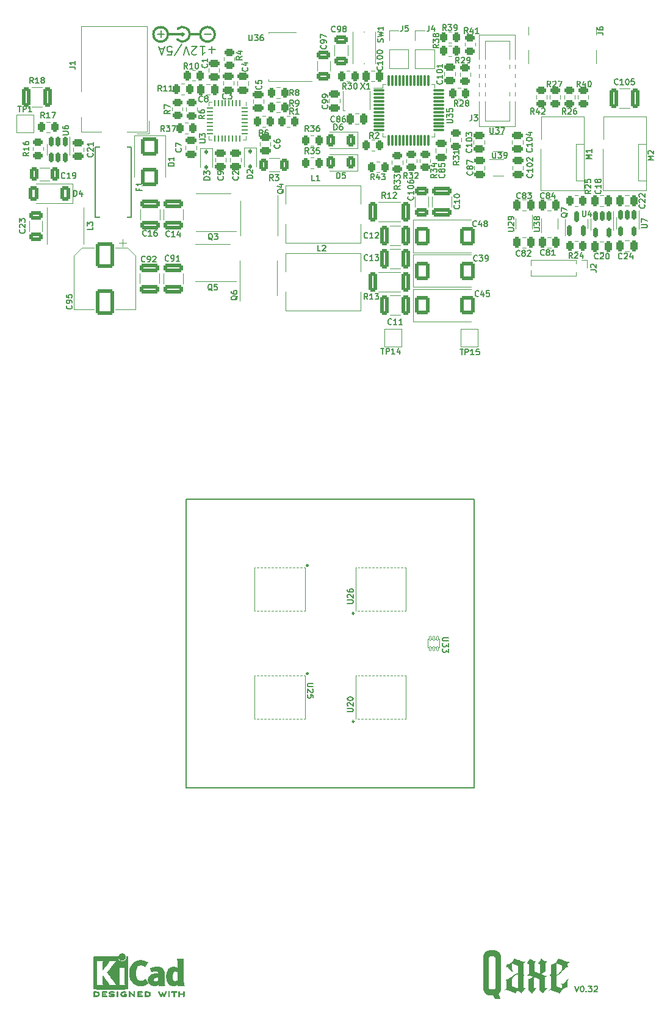
<source format=gto>
G04 #@! TF.GenerationSoftware,KiCad,Pcbnew,7.0.7-7.0.7~ubuntu22.04.1*
G04 #@! TF.CreationDate,2024-03-12T08:48:12+01:00*
G04 #@! TF.ProjectId,qaxe,71617865-2e6b-4696-9361-645f70636258,rev?*
G04 #@! TF.SameCoordinates,Original*
G04 #@! TF.FileFunction,Legend,Top*
G04 #@! TF.FilePolarity,Positive*
%FSLAX46Y46*%
G04 Gerber Fmt 4.6, Leading zero omitted, Abs format (unit mm)*
G04 Created by KiCad (PCBNEW 7.0.7-7.0.7~ubuntu22.04.1) date 2024-03-12 08:48:12*
%MOMM*%
%LPD*%
G01*
G04 APERTURE LIST*
G04 Aperture macros list*
%AMRoundRect*
0 Rectangle with rounded corners*
0 $1 Rounding radius*
0 $2 $3 $4 $5 $6 $7 $8 $9 X,Y pos of 4 corners*
0 Add a 4 corners polygon primitive as box body*
4,1,4,$2,$3,$4,$5,$6,$7,$8,$9,$2,$3,0*
0 Add four circle primitives for the rounded corners*
1,1,$1+$1,$2,$3*
1,1,$1+$1,$4,$5*
1,1,$1+$1,$6,$7*
1,1,$1+$1,$8,$9*
0 Add four rect primitives between the rounded corners*
20,1,$1+$1,$2,$3,$4,$5,0*
20,1,$1+$1,$4,$5,$6,$7,0*
20,1,$1+$1,$6,$7,$8,$9,0*
20,1,$1+$1,$8,$9,$2,$3,0*%
G04 Aperture macros list end*
%ADD10C,0.150000*%
%ADD11C,0.200000*%
%ADD12C,0.120000*%
%ADD13C,0.050000*%
%ADD14C,0.227485*%
%ADD15C,0.100000*%
%ADD16C,0.300000*%
%ADD17C,0.310000*%
%ADD18C,0.010000*%
%ADD19RoundRect,0.250000X-0.475000X0.250000X-0.475000X-0.250000X0.475000X-0.250000X0.475000X0.250000X0*%
%ADD20RoundRect,0.250000X0.250000X0.475000X-0.250000X0.475000X-0.250000X-0.475000X0.250000X-0.475000X0*%
%ADD21RoundRect,0.250000X0.650000X-0.325000X0.650000X0.325000X-0.650000X0.325000X-0.650000X-0.325000X0*%
%ADD22R,0.221000X0.792000*%
%ADD23R,1.810000X3.900000*%
%ADD24R,4.530000X4.277000*%
%ADD25RoundRect,0.250000X0.325000X1.100000X-0.325000X1.100000X-0.325000X-1.100000X0.325000X-1.100000X0*%
%ADD26R,3.300000X2.800000*%
%ADD27RoundRect,0.250000X-0.262500X-0.450000X0.262500X-0.450000X0.262500X0.450000X-0.262500X0.450000X0*%
%ADD28RoundRect,0.250000X0.450000X-0.262500X0.450000X0.262500X-0.450000X0.262500X-0.450000X-0.262500X0*%
%ADD29C,0.800000*%
%ADD30C,6.400000*%
%ADD31RoundRect,0.250000X-1.100000X0.325000X-1.100000X-0.325000X1.100000X-0.325000X1.100000X0.325000X0*%
%ADD32RoundRect,0.250000X-0.312500X-1.075000X0.312500X-1.075000X0.312500X1.075000X-0.312500X1.075000X0*%
%ADD33RoundRect,0.112500X-0.112500X0.187500X-0.112500X-0.187500X0.112500X-0.187500X0.112500X0.187500X0*%
%ADD34RoundRect,0.250000X-0.450000X0.262500X-0.450000X-0.262500X0.450000X-0.262500X0.450000X0.262500X0*%
%ADD35RoundRect,0.250000X-0.362500X-1.075000X0.362500X-1.075000X0.362500X1.075000X-0.362500X1.075000X0*%
%ADD36RoundRect,0.250000X0.262500X0.450000X-0.262500X0.450000X-0.262500X-0.450000X0.262500X-0.450000X0*%
%ADD37RoundRect,0.250000X0.475000X-0.250000X0.475000X0.250000X-0.475000X0.250000X-0.475000X-0.250000X0*%
%ADD38C,4.000000*%
%ADD39R,0.700000X0.700000*%
%ADD40R,4.510000X4.350000*%
%ADD41RoundRect,0.250000X0.375000X0.625000X-0.375000X0.625000X-0.375000X-0.625000X0.375000X-0.625000X0*%
%ADD42RoundRect,0.250000X-0.900000X1.000000X-0.900000X-1.000000X0.900000X-1.000000X0.900000X1.000000X0*%
%ADD43R,2.000000X2.000000*%
%ADD44R,0.400000X0.650000*%
%ADD45RoundRect,0.250000X-0.325000X-1.100000X0.325000X-1.100000X0.325000X1.100000X-0.325000X1.100000X0*%
%ADD46R,1.700000X1.700000*%
%ADD47O,1.700000X1.700000*%
%ADD48RoundRect,0.150000X-0.150000X0.512500X-0.150000X-0.512500X0.150000X-0.512500X0.150000X0.512500X0*%
%ADD49R,1.000000X1.000000*%
%ADD50O,1.000000X1.000000*%
%ADD51C,1.100000*%
%ADD52R,2.030000X1.730000*%
%ADD53O,2.030000X1.730000*%
%ADD54R,0.650000X0.400000*%
%ADD55RoundRect,0.250000X1.100000X-0.325000X1.100000X0.325000X-1.100000X0.325000X-1.100000X-0.325000X0*%
%ADD56R,4.350000X4.510000*%
%ADD57RoundRect,0.250000X-0.250000X-0.475000X0.250000X-0.475000X0.250000X0.475000X-0.250000X0.475000X0*%
%ADD58RoundRect,0.250000X0.450000X0.800000X-0.450000X0.800000X-0.450000X-0.800000X0.450000X-0.800000X0*%
%ADD59R,1.000000X0.900000*%
%ADD60RoundRect,0.250000X-1.000000X1.500000X-1.000000X-1.500000X1.000000X-1.500000X1.000000X1.500000X0*%
%ADD61R,4.000000X1.500000*%
%ADD62RoundRect,0.250000X0.312500X0.625000X-0.312500X0.625000X-0.312500X-0.625000X0.312500X-0.625000X0*%
%ADD63RoundRect,0.075000X-0.662500X-0.075000X0.662500X-0.075000X0.662500X0.075000X-0.662500X0.075000X0*%
%ADD64RoundRect,0.075000X-0.075000X-0.662500X0.075000X-0.662500X0.075000X0.662500X-0.075000X0.662500X0*%
%ADD65RoundRect,0.050000X-0.100000X0.285000X-0.100000X-0.285000X0.100000X-0.285000X0.100000X0.285000X0*%
%ADD66R,2.600000X2.600000*%
%ADD67C,2.600000*%
%ADD68R,2.760000X0.650000*%
%ADD69R,3.810000X4.245000*%
%ADD70RoundRect,0.250000X-0.650000X0.325000X-0.650000X-0.325000X0.650000X-0.325000X0.650000X0.325000X0*%
%ADD71RoundRect,0.250000X-0.787500X-1.025000X0.787500X-1.025000X0.787500X1.025000X-0.787500X1.025000X0*%
%ADD72R,2.000000X1.500000*%
%ADD73R,2.000000X3.800000*%
%ADD74RoundRect,0.062500X-0.062500X0.375000X-0.062500X-0.375000X0.062500X-0.375000X0.062500X0.375000X0*%
%ADD75RoundRect,0.062500X-0.375000X0.062500X-0.375000X-0.062500X0.375000X-0.062500X0.375000X0.062500X0*%
%ADD76R,3.450000X3.450000*%
%ADD77RoundRect,0.150000X0.150000X-0.587500X0.150000X0.587500X-0.150000X0.587500X-0.150000X-0.587500X0*%
%ADD78C,0.650000*%
%ADD79R,0.600000X1.150000*%
%ADD80R,0.300000X1.150000*%
%ADD81O,1.000000X2.100000*%
%ADD82O,1.000000X1.800000*%
%ADD83RoundRect,0.250000X0.325000X0.650000X-0.325000X0.650000X-0.325000X-0.650000X0.325000X-0.650000X0*%
G04 APERTURE END LIST*
D10*
X75000000Y-105000000D02*
X115000000Y-105000000D01*
X115000000Y-145000000D01*
X75000000Y-145000000D01*
X75000000Y-105000000D01*
X128949874Y-172544295D02*
X129216541Y-173344295D01*
X129216541Y-173344295D02*
X129483207Y-172544295D01*
X129902255Y-172544295D02*
X129978445Y-172544295D01*
X129978445Y-172544295D02*
X130054636Y-172582390D01*
X130054636Y-172582390D02*
X130092731Y-172620485D01*
X130092731Y-172620485D02*
X130130826Y-172696676D01*
X130130826Y-172696676D02*
X130168921Y-172849057D01*
X130168921Y-172849057D02*
X130168921Y-173039533D01*
X130168921Y-173039533D02*
X130130826Y-173191914D01*
X130130826Y-173191914D02*
X130092731Y-173268104D01*
X130092731Y-173268104D02*
X130054636Y-173306200D01*
X130054636Y-173306200D02*
X129978445Y-173344295D01*
X129978445Y-173344295D02*
X129902255Y-173344295D01*
X129902255Y-173344295D02*
X129826064Y-173306200D01*
X129826064Y-173306200D02*
X129787969Y-173268104D01*
X129787969Y-173268104D02*
X129749874Y-173191914D01*
X129749874Y-173191914D02*
X129711778Y-173039533D01*
X129711778Y-173039533D02*
X129711778Y-172849057D01*
X129711778Y-172849057D02*
X129749874Y-172696676D01*
X129749874Y-172696676D02*
X129787969Y-172620485D01*
X129787969Y-172620485D02*
X129826064Y-172582390D01*
X129826064Y-172582390D02*
X129902255Y-172544295D01*
X130511779Y-173268104D02*
X130549874Y-173306200D01*
X130549874Y-173306200D02*
X130511779Y-173344295D01*
X130511779Y-173344295D02*
X130473683Y-173306200D01*
X130473683Y-173306200D02*
X130511779Y-173268104D01*
X130511779Y-173268104D02*
X130511779Y-173344295D01*
X130816540Y-172544295D02*
X131311778Y-172544295D01*
X131311778Y-172544295D02*
X131045112Y-172849057D01*
X131045112Y-172849057D02*
X131159397Y-172849057D01*
X131159397Y-172849057D02*
X131235588Y-172887152D01*
X131235588Y-172887152D02*
X131273683Y-172925247D01*
X131273683Y-172925247D02*
X131311778Y-173001438D01*
X131311778Y-173001438D02*
X131311778Y-173191914D01*
X131311778Y-173191914D02*
X131273683Y-173268104D01*
X131273683Y-173268104D02*
X131235588Y-173306200D01*
X131235588Y-173306200D02*
X131159397Y-173344295D01*
X131159397Y-173344295D02*
X130930826Y-173344295D01*
X130930826Y-173344295D02*
X130854635Y-173306200D01*
X130854635Y-173306200D02*
X130816540Y-173268104D01*
X131616540Y-172620485D02*
X131654636Y-172582390D01*
X131654636Y-172582390D02*
X131730826Y-172544295D01*
X131730826Y-172544295D02*
X131921302Y-172544295D01*
X131921302Y-172544295D02*
X131997493Y-172582390D01*
X131997493Y-172582390D02*
X132035588Y-172620485D01*
X132035588Y-172620485D02*
X132073683Y-172696676D01*
X132073683Y-172696676D02*
X132073683Y-172772866D01*
X132073683Y-172772866D02*
X132035588Y-172887152D01*
X132035588Y-172887152D02*
X131578445Y-173344295D01*
X131578445Y-173344295D02*
X132073683Y-173344295D01*
D11*
X79028570Y-42614400D02*
X78114285Y-42614400D01*
X78571427Y-42157257D02*
X78571427Y-43071542D01*
X76914285Y-42157257D02*
X77599999Y-42157257D01*
X77257142Y-42157257D02*
X77257142Y-43357257D01*
X77257142Y-43357257D02*
X77371428Y-43185828D01*
X77371428Y-43185828D02*
X77485713Y-43071542D01*
X77485713Y-43071542D02*
X77599999Y-43014400D01*
X76457142Y-43242971D02*
X76399999Y-43300114D01*
X76399999Y-43300114D02*
X76285714Y-43357257D01*
X76285714Y-43357257D02*
X75999999Y-43357257D01*
X75999999Y-43357257D02*
X75885714Y-43300114D01*
X75885714Y-43300114D02*
X75828571Y-43242971D01*
X75828571Y-43242971D02*
X75771428Y-43128685D01*
X75771428Y-43128685D02*
X75771428Y-43014400D01*
X75771428Y-43014400D02*
X75828571Y-42842971D01*
X75828571Y-42842971D02*
X76514285Y-42157257D01*
X76514285Y-42157257D02*
X75771428Y-42157257D01*
X75428571Y-43357257D02*
X75028571Y-42157257D01*
X75028571Y-42157257D02*
X74628571Y-43357257D01*
X73371428Y-43414400D02*
X74400000Y-41871542D01*
X72400000Y-43357257D02*
X72971428Y-43357257D01*
X72971428Y-43357257D02*
X73028571Y-42785828D01*
X73028571Y-42785828D02*
X72971428Y-42842971D01*
X72971428Y-42842971D02*
X72857143Y-42900114D01*
X72857143Y-42900114D02*
X72571428Y-42900114D01*
X72571428Y-42900114D02*
X72457143Y-42842971D01*
X72457143Y-42842971D02*
X72400000Y-42785828D01*
X72400000Y-42785828D02*
X72342857Y-42671542D01*
X72342857Y-42671542D02*
X72342857Y-42385828D01*
X72342857Y-42385828D02*
X72400000Y-42271542D01*
X72400000Y-42271542D02*
X72457143Y-42214400D01*
X72457143Y-42214400D02*
X72571428Y-42157257D01*
X72571428Y-42157257D02*
X72857143Y-42157257D01*
X72857143Y-42157257D02*
X72971428Y-42214400D01*
X72971428Y-42214400D02*
X73028571Y-42271542D01*
X71885714Y-42500114D02*
X71314286Y-42500114D01*
X72000000Y-42157257D02*
X71600000Y-43357257D01*
X71600000Y-43357257D02*
X71200000Y-42157257D01*
D10*
X114686104Y-59514285D02*
X114724200Y-59552381D01*
X114724200Y-59552381D02*
X114762295Y-59666666D01*
X114762295Y-59666666D02*
X114762295Y-59742857D01*
X114762295Y-59742857D02*
X114724200Y-59857143D01*
X114724200Y-59857143D02*
X114648009Y-59933333D01*
X114648009Y-59933333D02*
X114571819Y-59971428D01*
X114571819Y-59971428D02*
X114419438Y-60009524D01*
X114419438Y-60009524D02*
X114305152Y-60009524D01*
X114305152Y-60009524D02*
X114152771Y-59971428D01*
X114152771Y-59971428D02*
X114076580Y-59933333D01*
X114076580Y-59933333D02*
X114000390Y-59857143D01*
X114000390Y-59857143D02*
X113962295Y-59742857D01*
X113962295Y-59742857D02*
X113962295Y-59666666D01*
X113962295Y-59666666D02*
X114000390Y-59552381D01*
X114000390Y-59552381D02*
X114038485Y-59514285D01*
X114305152Y-59057143D02*
X114267057Y-59133333D01*
X114267057Y-59133333D02*
X114228961Y-59171428D01*
X114228961Y-59171428D02*
X114152771Y-59209524D01*
X114152771Y-59209524D02*
X114114676Y-59209524D01*
X114114676Y-59209524D02*
X114038485Y-59171428D01*
X114038485Y-59171428D02*
X114000390Y-59133333D01*
X114000390Y-59133333D02*
X113962295Y-59057143D01*
X113962295Y-59057143D02*
X113962295Y-58904762D01*
X113962295Y-58904762D02*
X114000390Y-58828571D01*
X114000390Y-58828571D02*
X114038485Y-58790476D01*
X114038485Y-58790476D02*
X114114676Y-58752381D01*
X114114676Y-58752381D02*
X114152771Y-58752381D01*
X114152771Y-58752381D02*
X114228961Y-58790476D01*
X114228961Y-58790476D02*
X114267057Y-58828571D01*
X114267057Y-58828571D02*
X114305152Y-58904762D01*
X114305152Y-58904762D02*
X114305152Y-59057143D01*
X114305152Y-59057143D02*
X114343247Y-59133333D01*
X114343247Y-59133333D02*
X114381342Y-59171428D01*
X114381342Y-59171428D02*
X114457533Y-59209524D01*
X114457533Y-59209524D02*
X114609914Y-59209524D01*
X114609914Y-59209524D02*
X114686104Y-59171428D01*
X114686104Y-59171428D02*
X114724200Y-59133333D01*
X114724200Y-59133333D02*
X114762295Y-59057143D01*
X114762295Y-59057143D02*
X114762295Y-58904762D01*
X114762295Y-58904762D02*
X114724200Y-58828571D01*
X114724200Y-58828571D02*
X114686104Y-58790476D01*
X114686104Y-58790476D02*
X114609914Y-58752381D01*
X114609914Y-58752381D02*
X114457533Y-58752381D01*
X114457533Y-58752381D02*
X114381342Y-58790476D01*
X114381342Y-58790476D02*
X114343247Y-58828571D01*
X114343247Y-58828571D02*
X114305152Y-58904762D01*
X113962295Y-58485714D02*
X113962295Y-57952380D01*
X113962295Y-57952380D02*
X114762295Y-58295238D01*
X132162029Y-71586104D02*
X132123933Y-71624200D01*
X132123933Y-71624200D02*
X132009648Y-71662295D01*
X132009648Y-71662295D02*
X131933457Y-71662295D01*
X131933457Y-71662295D02*
X131819171Y-71624200D01*
X131819171Y-71624200D02*
X131742981Y-71548009D01*
X131742981Y-71548009D02*
X131704886Y-71471819D01*
X131704886Y-71471819D02*
X131666790Y-71319438D01*
X131666790Y-71319438D02*
X131666790Y-71205152D01*
X131666790Y-71205152D02*
X131704886Y-71052771D01*
X131704886Y-71052771D02*
X131742981Y-70976580D01*
X131742981Y-70976580D02*
X131819171Y-70900390D01*
X131819171Y-70900390D02*
X131933457Y-70862295D01*
X131933457Y-70862295D02*
X132009648Y-70862295D01*
X132009648Y-70862295D02*
X132123933Y-70900390D01*
X132123933Y-70900390D02*
X132162029Y-70938485D01*
X132466790Y-70938485D02*
X132504886Y-70900390D01*
X132504886Y-70900390D02*
X132581076Y-70862295D01*
X132581076Y-70862295D02*
X132771552Y-70862295D01*
X132771552Y-70862295D02*
X132847743Y-70900390D01*
X132847743Y-70900390D02*
X132885838Y-70938485D01*
X132885838Y-70938485D02*
X132923933Y-71014676D01*
X132923933Y-71014676D02*
X132923933Y-71090866D01*
X132923933Y-71090866D02*
X132885838Y-71205152D01*
X132885838Y-71205152D02*
X132428695Y-71662295D01*
X132428695Y-71662295D02*
X132923933Y-71662295D01*
X133419172Y-70862295D02*
X133495362Y-70862295D01*
X133495362Y-70862295D02*
X133571553Y-70900390D01*
X133571553Y-70900390D02*
X133609648Y-70938485D01*
X133609648Y-70938485D02*
X133647743Y-71014676D01*
X133647743Y-71014676D02*
X133685838Y-71167057D01*
X133685838Y-71167057D02*
X133685838Y-71357533D01*
X133685838Y-71357533D02*
X133647743Y-71509914D01*
X133647743Y-71509914D02*
X133609648Y-71586104D01*
X133609648Y-71586104D02*
X133571553Y-71624200D01*
X133571553Y-71624200D02*
X133495362Y-71662295D01*
X133495362Y-71662295D02*
X133419172Y-71662295D01*
X133419172Y-71662295D02*
X133342981Y-71624200D01*
X133342981Y-71624200D02*
X133304886Y-71586104D01*
X133304886Y-71586104D02*
X133266791Y-71509914D01*
X133266791Y-71509914D02*
X133228695Y-71357533D01*
X133228695Y-71357533D02*
X133228695Y-71167057D01*
X133228695Y-71167057D02*
X133266791Y-71014676D01*
X133266791Y-71014676D02*
X133304886Y-70938485D01*
X133304886Y-70938485D02*
X133342981Y-70900390D01*
X133342981Y-70900390D02*
X133419172Y-70862295D01*
X52586104Y-67604285D02*
X52624200Y-67642381D01*
X52624200Y-67642381D02*
X52662295Y-67756666D01*
X52662295Y-67756666D02*
X52662295Y-67832857D01*
X52662295Y-67832857D02*
X52624200Y-67947143D01*
X52624200Y-67947143D02*
X52548009Y-68023333D01*
X52548009Y-68023333D02*
X52471819Y-68061428D01*
X52471819Y-68061428D02*
X52319438Y-68099524D01*
X52319438Y-68099524D02*
X52205152Y-68099524D01*
X52205152Y-68099524D02*
X52052771Y-68061428D01*
X52052771Y-68061428D02*
X51976580Y-68023333D01*
X51976580Y-68023333D02*
X51900390Y-67947143D01*
X51900390Y-67947143D02*
X51862295Y-67832857D01*
X51862295Y-67832857D02*
X51862295Y-67756666D01*
X51862295Y-67756666D02*
X51900390Y-67642381D01*
X51900390Y-67642381D02*
X51938485Y-67604285D01*
X51938485Y-67299524D02*
X51900390Y-67261428D01*
X51900390Y-67261428D02*
X51862295Y-67185238D01*
X51862295Y-67185238D02*
X51862295Y-66994762D01*
X51862295Y-66994762D02*
X51900390Y-66918571D01*
X51900390Y-66918571D02*
X51938485Y-66880476D01*
X51938485Y-66880476D02*
X52014676Y-66842381D01*
X52014676Y-66842381D02*
X52090866Y-66842381D01*
X52090866Y-66842381D02*
X52205152Y-66880476D01*
X52205152Y-66880476D02*
X52662295Y-67337619D01*
X52662295Y-67337619D02*
X52662295Y-66842381D01*
X51862295Y-66575714D02*
X51862295Y-66080476D01*
X51862295Y-66080476D02*
X52167057Y-66347142D01*
X52167057Y-66347142D02*
X52167057Y-66232857D01*
X52167057Y-66232857D02*
X52205152Y-66156666D01*
X52205152Y-66156666D02*
X52243247Y-66118571D01*
X52243247Y-66118571D02*
X52319438Y-66080476D01*
X52319438Y-66080476D02*
X52509914Y-66080476D01*
X52509914Y-66080476D02*
X52586104Y-66118571D01*
X52586104Y-66118571D02*
X52624200Y-66156666D01*
X52624200Y-66156666D02*
X52662295Y-66232857D01*
X52662295Y-66232857D02*
X52662295Y-66461428D01*
X52662295Y-66461428D02*
X52624200Y-66537619D01*
X52624200Y-66537619D02*
X52586104Y-66575714D01*
X103485714Y-80686104D02*
X103447618Y-80724200D01*
X103447618Y-80724200D02*
X103333333Y-80762295D01*
X103333333Y-80762295D02*
X103257142Y-80762295D01*
X103257142Y-80762295D02*
X103142856Y-80724200D01*
X103142856Y-80724200D02*
X103066666Y-80648009D01*
X103066666Y-80648009D02*
X103028571Y-80571819D01*
X103028571Y-80571819D02*
X102990475Y-80419438D01*
X102990475Y-80419438D02*
X102990475Y-80305152D01*
X102990475Y-80305152D02*
X103028571Y-80152771D01*
X103028571Y-80152771D02*
X103066666Y-80076580D01*
X103066666Y-80076580D02*
X103142856Y-80000390D01*
X103142856Y-80000390D02*
X103257142Y-79962295D01*
X103257142Y-79962295D02*
X103333333Y-79962295D01*
X103333333Y-79962295D02*
X103447618Y-80000390D01*
X103447618Y-80000390D02*
X103485714Y-80038485D01*
X104247618Y-80762295D02*
X103790475Y-80762295D01*
X104019047Y-80762295D02*
X104019047Y-79962295D01*
X104019047Y-79962295D02*
X103942856Y-80076580D01*
X103942856Y-80076580D02*
X103866666Y-80152771D01*
X103866666Y-80152771D02*
X103790475Y-80190866D01*
X105009523Y-80762295D02*
X104552380Y-80762295D01*
X104780952Y-80762295D02*
X104780952Y-79962295D01*
X104780952Y-79962295D02*
X104704761Y-80076580D01*
X104704761Y-80076580D02*
X104628571Y-80152771D01*
X104628571Y-80152771D02*
X104552380Y-80190866D01*
X92851666Y-60802295D02*
X92470714Y-60802295D01*
X92470714Y-60802295D02*
X92470714Y-60002295D01*
X93537380Y-60802295D02*
X93080237Y-60802295D01*
X93308809Y-60802295D02*
X93308809Y-60002295D01*
X93308809Y-60002295D02*
X93232618Y-60116580D01*
X93232618Y-60116580D02*
X93156428Y-60192771D01*
X93156428Y-60192771D02*
X93080237Y-60230866D01*
X89866667Y-51562295D02*
X89600000Y-51181342D01*
X89409524Y-51562295D02*
X89409524Y-50762295D01*
X89409524Y-50762295D02*
X89714286Y-50762295D01*
X89714286Y-50762295D02*
X89790476Y-50800390D01*
X89790476Y-50800390D02*
X89828571Y-50838485D01*
X89828571Y-50838485D02*
X89866667Y-50914676D01*
X89866667Y-50914676D02*
X89866667Y-51028961D01*
X89866667Y-51028961D02*
X89828571Y-51105152D01*
X89828571Y-51105152D02*
X89790476Y-51143247D01*
X89790476Y-51143247D02*
X89714286Y-51181342D01*
X89714286Y-51181342D02*
X89409524Y-51181342D01*
X90628571Y-51562295D02*
X90171428Y-51562295D01*
X90400000Y-51562295D02*
X90400000Y-50762295D01*
X90400000Y-50762295D02*
X90323809Y-50876580D01*
X90323809Y-50876580D02*
X90247619Y-50952771D01*
X90247619Y-50952771D02*
X90171428Y-50990866D01*
X53162295Y-56891785D02*
X52781342Y-57158452D01*
X53162295Y-57348928D02*
X52362295Y-57348928D01*
X52362295Y-57348928D02*
X52362295Y-57044166D01*
X52362295Y-57044166D02*
X52400390Y-56967976D01*
X52400390Y-56967976D02*
X52438485Y-56929881D01*
X52438485Y-56929881D02*
X52514676Y-56891785D01*
X52514676Y-56891785D02*
X52628961Y-56891785D01*
X52628961Y-56891785D02*
X52705152Y-56929881D01*
X52705152Y-56929881D02*
X52743247Y-56967976D01*
X52743247Y-56967976D02*
X52781342Y-57044166D01*
X52781342Y-57044166D02*
X52781342Y-57348928D01*
X53162295Y-56129881D02*
X53162295Y-56587024D01*
X53162295Y-56358452D02*
X52362295Y-56358452D01*
X52362295Y-56358452D02*
X52476580Y-56434643D01*
X52476580Y-56434643D02*
X52552771Y-56510833D01*
X52552771Y-56510833D02*
X52590866Y-56587024D01*
X52362295Y-55444166D02*
X52362295Y-55596547D01*
X52362295Y-55596547D02*
X52400390Y-55672738D01*
X52400390Y-55672738D02*
X52438485Y-55710833D01*
X52438485Y-55710833D02*
X52552771Y-55787023D01*
X52552771Y-55787023D02*
X52705152Y-55825119D01*
X52705152Y-55825119D02*
X53009914Y-55825119D01*
X53009914Y-55825119D02*
X53086104Y-55787023D01*
X53086104Y-55787023D02*
X53124200Y-55748928D01*
X53124200Y-55748928D02*
X53162295Y-55672738D01*
X53162295Y-55672738D02*
X53162295Y-55520357D01*
X53162295Y-55520357D02*
X53124200Y-55444166D01*
X53124200Y-55444166D02*
X53086104Y-55406071D01*
X53086104Y-55406071D02*
X53009914Y-55367976D01*
X53009914Y-55367976D02*
X52819438Y-55367976D01*
X52819438Y-55367976D02*
X52743247Y-55406071D01*
X52743247Y-55406071D02*
X52705152Y-55444166D01*
X52705152Y-55444166D02*
X52667057Y-55520357D01*
X52667057Y-55520357D02*
X52667057Y-55672738D01*
X52667057Y-55672738D02*
X52705152Y-55748928D01*
X52705152Y-55748928D02*
X52743247Y-55787023D01*
X52743247Y-55787023D02*
X52819438Y-55825119D01*
X55335714Y-52089795D02*
X55069047Y-51708842D01*
X54878571Y-52089795D02*
X54878571Y-51289795D01*
X54878571Y-51289795D02*
X55183333Y-51289795D01*
X55183333Y-51289795D02*
X55259523Y-51327890D01*
X55259523Y-51327890D02*
X55297618Y-51365985D01*
X55297618Y-51365985D02*
X55335714Y-51442176D01*
X55335714Y-51442176D02*
X55335714Y-51556461D01*
X55335714Y-51556461D02*
X55297618Y-51632652D01*
X55297618Y-51632652D02*
X55259523Y-51670747D01*
X55259523Y-51670747D02*
X55183333Y-51708842D01*
X55183333Y-51708842D02*
X54878571Y-51708842D01*
X56097618Y-52089795D02*
X55640475Y-52089795D01*
X55869047Y-52089795D02*
X55869047Y-51289795D01*
X55869047Y-51289795D02*
X55792856Y-51404080D01*
X55792856Y-51404080D02*
X55716666Y-51480271D01*
X55716666Y-51480271D02*
X55640475Y-51518366D01*
X56364285Y-51289795D02*
X56897619Y-51289795D01*
X56897619Y-51289795D02*
X56554761Y-52089795D01*
X72585714Y-71886104D02*
X72547618Y-71924200D01*
X72547618Y-71924200D02*
X72433333Y-71962295D01*
X72433333Y-71962295D02*
X72357142Y-71962295D01*
X72357142Y-71962295D02*
X72242856Y-71924200D01*
X72242856Y-71924200D02*
X72166666Y-71848009D01*
X72166666Y-71848009D02*
X72128571Y-71771819D01*
X72128571Y-71771819D02*
X72090475Y-71619438D01*
X72090475Y-71619438D02*
X72090475Y-71505152D01*
X72090475Y-71505152D02*
X72128571Y-71352771D01*
X72128571Y-71352771D02*
X72166666Y-71276580D01*
X72166666Y-71276580D02*
X72242856Y-71200390D01*
X72242856Y-71200390D02*
X72357142Y-71162295D01*
X72357142Y-71162295D02*
X72433333Y-71162295D01*
X72433333Y-71162295D02*
X72547618Y-71200390D01*
X72547618Y-71200390D02*
X72585714Y-71238485D01*
X72966666Y-71962295D02*
X73119047Y-71962295D01*
X73119047Y-71962295D02*
X73195237Y-71924200D01*
X73195237Y-71924200D02*
X73233333Y-71886104D01*
X73233333Y-71886104D02*
X73309523Y-71771819D01*
X73309523Y-71771819D02*
X73347618Y-71619438D01*
X73347618Y-71619438D02*
X73347618Y-71314676D01*
X73347618Y-71314676D02*
X73309523Y-71238485D01*
X73309523Y-71238485D02*
X73271428Y-71200390D01*
X73271428Y-71200390D02*
X73195237Y-71162295D01*
X73195237Y-71162295D02*
X73042856Y-71162295D01*
X73042856Y-71162295D02*
X72966666Y-71200390D01*
X72966666Y-71200390D02*
X72928571Y-71238485D01*
X72928571Y-71238485D02*
X72890475Y-71314676D01*
X72890475Y-71314676D02*
X72890475Y-71505152D01*
X72890475Y-71505152D02*
X72928571Y-71581342D01*
X72928571Y-71581342D02*
X72966666Y-71619438D01*
X72966666Y-71619438D02*
X73042856Y-71657533D01*
X73042856Y-71657533D02*
X73195237Y-71657533D01*
X73195237Y-71657533D02*
X73271428Y-71619438D01*
X73271428Y-71619438D02*
X73309523Y-71581342D01*
X73309523Y-71581342D02*
X73347618Y-71505152D01*
X74109523Y-71962295D02*
X73652380Y-71962295D01*
X73880952Y-71962295D02*
X73880952Y-71162295D01*
X73880952Y-71162295D02*
X73804761Y-71276580D01*
X73804761Y-71276580D02*
X73728571Y-71352771D01*
X73728571Y-71352771D02*
X73652380Y-71390866D01*
X53798214Y-47272295D02*
X53531547Y-46891342D01*
X53341071Y-47272295D02*
X53341071Y-46472295D01*
X53341071Y-46472295D02*
X53645833Y-46472295D01*
X53645833Y-46472295D02*
X53722023Y-46510390D01*
X53722023Y-46510390D02*
X53760118Y-46548485D01*
X53760118Y-46548485D02*
X53798214Y-46624676D01*
X53798214Y-46624676D02*
X53798214Y-46738961D01*
X53798214Y-46738961D02*
X53760118Y-46815152D01*
X53760118Y-46815152D02*
X53722023Y-46853247D01*
X53722023Y-46853247D02*
X53645833Y-46891342D01*
X53645833Y-46891342D02*
X53341071Y-46891342D01*
X54560118Y-47272295D02*
X54102975Y-47272295D01*
X54331547Y-47272295D02*
X54331547Y-46472295D01*
X54331547Y-46472295D02*
X54255356Y-46586580D01*
X54255356Y-46586580D02*
X54179166Y-46662771D01*
X54179166Y-46662771D02*
X54102975Y-46700866D01*
X55017261Y-46815152D02*
X54941071Y-46777057D01*
X54941071Y-46777057D02*
X54902976Y-46738961D01*
X54902976Y-46738961D02*
X54864880Y-46662771D01*
X54864880Y-46662771D02*
X54864880Y-46624676D01*
X54864880Y-46624676D02*
X54902976Y-46548485D01*
X54902976Y-46548485D02*
X54941071Y-46510390D01*
X54941071Y-46510390D02*
X55017261Y-46472295D01*
X55017261Y-46472295D02*
X55169642Y-46472295D01*
X55169642Y-46472295D02*
X55245833Y-46510390D01*
X55245833Y-46510390D02*
X55283928Y-46548485D01*
X55283928Y-46548485D02*
X55322023Y-46624676D01*
X55322023Y-46624676D02*
X55322023Y-46662771D01*
X55322023Y-46662771D02*
X55283928Y-46738961D01*
X55283928Y-46738961D02*
X55245833Y-46777057D01*
X55245833Y-46777057D02*
X55169642Y-46815152D01*
X55169642Y-46815152D02*
X55017261Y-46815152D01*
X55017261Y-46815152D02*
X54941071Y-46853247D01*
X54941071Y-46853247D02*
X54902976Y-46891342D01*
X54902976Y-46891342D02*
X54864880Y-46967533D01*
X54864880Y-46967533D02*
X54864880Y-47119914D01*
X54864880Y-47119914D02*
X54902976Y-47196104D01*
X54902976Y-47196104D02*
X54941071Y-47234200D01*
X54941071Y-47234200D02*
X55017261Y-47272295D01*
X55017261Y-47272295D02*
X55169642Y-47272295D01*
X55169642Y-47272295D02*
X55245833Y-47234200D01*
X55245833Y-47234200D02*
X55283928Y-47196104D01*
X55283928Y-47196104D02*
X55322023Y-47119914D01*
X55322023Y-47119914D02*
X55322023Y-46967533D01*
X55322023Y-46967533D02*
X55283928Y-46891342D01*
X55283928Y-46891342D02*
X55245833Y-46853247D01*
X55245833Y-46853247D02*
X55169642Y-46815152D01*
X138586104Y-64114285D02*
X138624200Y-64152381D01*
X138624200Y-64152381D02*
X138662295Y-64266666D01*
X138662295Y-64266666D02*
X138662295Y-64342857D01*
X138662295Y-64342857D02*
X138624200Y-64457143D01*
X138624200Y-64457143D02*
X138548009Y-64533333D01*
X138548009Y-64533333D02*
X138471819Y-64571428D01*
X138471819Y-64571428D02*
X138319438Y-64609524D01*
X138319438Y-64609524D02*
X138205152Y-64609524D01*
X138205152Y-64609524D02*
X138052771Y-64571428D01*
X138052771Y-64571428D02*
X137976580Y-64533333D01*
X137976580Y-64533333D02*
X137900390Y-64457143D01*
X137900390Y-64457143D02*
X137862295Y-64342857D01*
X137862295Y-64342857D02*
X137862295Y-64266666D01*
X137862295Y-64266666D02*
X137900390Y-64152381D01*
X137900390Y-64152381D02*
X137938485Y-64114285D01*
X137938485Y-63809524D02*
X137900390Y-63771428D01*
X137900390Y-63771428D02*
X137862295Y-63695238D01*
X137862295Y-63695238D02*
X137862295Y-63504762D01*
X137862295Y-63504762D02*
X137900390Y-63428571D01*
X137900390Y-63428571D02*
X137938485Y-63390476D01*
X137938485Y-63390476D02*
X138014676Y-63352381D01*
X138014676Y-63352381D02*
X138090866Y-63352381D01*
X138090866Y-63352381D02*
X138205152Y-63390476D01*
X138205152Y-63390476D02*
X138662295Y-63847619D01*
X138662295Y-63847619D02*
X138662295Y-63352381D01*
X137938485Y-63047619D02*
X137900390Y-63009523D01*
X137900390Y-63009523D02*
X137862295Y-62933333D01*
X137862295Y-62933333D02*
X137862295Y-62742857D01*
X137862295Y-62742857D02*
X137900390Y-62666666D01*
X137900390Y-62666666D02*
X137938485Y-62628571D01*
X137938485Y-62628571D02*
X138014676Y-62590476D01*
X138014676Y-62590476D02*
X138090866Y-62590476D01*
X138090866Y-62590476D02*
X138205152Y-62628571D01*
X138205152Y-62628571D02*
X138662295Y-63085714D01*
X138662295Y-63085714D02*
X138662295Y-62590476D01*
X80086104Y-60233332D02*
X80124200Y-60271428D01*
X80124200Y-60271428D02*
X80162295Y-60385713D01*
X80162295Y-60385713D02*
X80162295Y-60461904D01*
X80162295Y-60461904D02*
X80124200Y-60576190D01*
X80124200Y-60576190D02*
X80048009Y-60652380D01*
X80048009Y-60652380D02*
X79971819Y-60690475D01*
X79971819Y-60690475D02*
X79819438Y-60728571D01*
X79819438Y-60728571D02*
X79705152Y-60728571D01*
X79705152Y-60728571D02*
X79552771Y-60690475D01*
X79552771Y-60690475D02*
X79476580Y-60652380D01*
X79476580Y-60652380D02*
X79400390Y-60576190D01*
X79400390Y-60576190D02*
X79362295Y-60461904D01*
X79362295Y-60461904D02*
X79362295Y-60385713D01*
X79362295Y-60385713D02*
X79400390Y-60271428D01*
X79400390Y-60271428D02*
X79438485Y-60233332D01*
X80162295Y-59852380D02*
X80162295Y-59699999D01*
X80162295Y-59699999D02*
X80124200Y-59623809D01*
X80124200Y-59623809D02*
X80086104Y-59585713D01*
X80086104Y-59585713D02*
X79971819Y-59509523D01*
X79971819Y-59509523D02*
X79819438Y-59471428D01*
X79819438Y-59471428D02*
X79514676Y-59471428D01*
X79514676Y-59471428D02*
X79438485Y-59509523D01*
X79438485Y-59509523D02*
X79400390Y-59547618D01*
X79400390Y-59547618D02*
X79362295Y-59623809D01*
X79362295Y-59623809D02*
X79362295Y-59776190D01*
X79362295Y-59776190D02*
X79400390Y-59852380D01*
X79400390Y-59852380D02*
X79438485Y-59890475D01*
X79438485Y-59890475D02*
X79514676Y-59928571D01*
X79514676Y-59928571D02*
X79705152Y-59928571D01*
X79705152Y-59928571D02*
X79781342Y-59890475D01*
X79781342Y-59890475D02*
X79819438Y-59852380D01*
X79819438Y-59852380D02*
X79857533Y-59776190D01*
X79857533Y-59776190D02*
X79857533Y-59623809D01*
X79857533Y-59623809D02*
X79819438Y-59547618D01*
X79819438Y-59547618D02*
X79781342Y-59509523D01*
X79781342Y-59509523D02*
X79705152Y-59471428D01*
X114085714Y-40362295D02*
X113819047Y-39981342D01*
X113628571Y-40362295D02*
X113628571Y-39562295D01*
X113628571Y-39562295D02*
X113933333Y-39562295D01*
X113933333Y-39562295D02*
X114009523Y-39600390D01*
X114009523Y-39600390D02*
X114047618Y-39638485D01*
X114047618Y-39638485D02*
X114085714Y-39714676D01*
X114085714Y-39714676D02*
X114085714Y-39828961D01*
X114085714Y-39828961D02*
X114047618Y-39905152D01*
X114047618Y-39905152D02*
X114009523Y-39943247D01*
X114009523Y-39943247D02*
X113933333Y-39981342D01*
X113933333Y-39981342D02*
X113628571Y-39981342D01*
X114771428Y-39828961D02*
X114771428Y-40362295D01*
X114580952Y-39524200D02*
X114390475Y-40095628D01*
X114390475Y-40095628D02*
X114885714Y-40095628D01*
X115609523Y-40362295D02*
X115152380Y-40362295D01*
X115380952Y-40362295D02*
X115380952Y-39562295D01*
X115380952Y-39562295D02*
X115304761Y-39676580D01*
X115304761Y-39676580D02*
X115228571Y-39752771D01*
X115228571Y-39752771D02*
X115152380Y-39790866D01*
X84262295Y-60490475D02*
X83462295Y-60490475D01*
X83462295Y-60490475D02*
X83462295Y-60299999D01*
X83462295Y-60299999D02*
X83500390Y-60185713D01*
X83500390Y-60185713D02*
X83576580Y-60109523D01*
X83576580Y-60109523D02*
X83652771Y-60071428D01*
X83652771Y-60071428D02*
X83805152Y-60033332D01*
X83805152Y-60033332D02*
X83919438Y-60033332D01*
X83919438Y-60033332D02*
X84071819Y-60071428D01*
X84071819Y-60071428D02*
X84148009Y-60109523D01*
X84148009Y-60109523D02*
X84224200Y-60185713D01*
X84224200Y-60185713D02*
X84262295Y-60299999D01*
X84262295Y-60299999D02*
X84262295Y-60490475D01*
X83538485Y-59728571D02*
X83500390Y-59690475D01*
X83500390Y-59690475D02*
X83462295Y-59614285D01*
X83462295Y-59614285D02*
X83462295Y-59423809D01*
X83462295Y-59423809D02*
X83500390Y-59347618D01*
X83500390Y-59347618D02*
X83538485Y-59309523D01*
X83538485Y-59309523D02*
X83614676Y-59271428D01*
X83614676Y-59271428D02*
X83690866Y-59271428D01*
X83690866Y-59271428D02*
X83805152Y-59309523D01*
X83805152Y-59309523D02*
X84262295Y-59766666D01*
X84262295Y-59766666D02*
X84262295Y-59271428D01*
X112885714Y-44462295D02*
X112619047Y-44081342D01*
X112428571Y-44462295D02*
X112428571Y-43662295D01*
X112428571Y-43662295D02*
X112733333Y-43662295D01*
X112733333Y-43662295D02*
X112809523Y-43700390D01*
X112809523Y-43700390D02*
X112847618Y-43738485D01*
X112847618Y-43738485D02*
X112885714Y-43814676D01*
X112885714Y-43814676D02*
X112885714Y-43928961D01*
X112885714Y-43928961D02*
X112847618Y-44005152D01*
X112847618Y-44005152D02*
X112809523Y-44043247D01*
X112809523Y-44043247D02*
X112733333Y-44081342D01*
X112733333Y-44081342D02*
X112428571Y-44081342D01*
X113190475Y-43738485D02*
X113228571Y-43700390D01*
X113228571Y-43700390D02*
X113304761Y-43662295D01*
X113304761Y-43662295D02*
X113495237Y-43662295D01*
X113495237Y-43662295D02*
X113571428Y-43700390D01*
X113571428Y-43700390D02*
X113609523Y-43738485D01*
X113609523Y-43738485D02*
X113647618Y-43814676D01*
X113647618Y-43814676D02*
X113647618Y-43890866D01*
X113647618Y-43890866D02*
X113609523Y-44005152D01*
X113609523Y-44005152D02*
X113152380Y-44462295D01*
X113152380Y-44462295D02*
X113647618Y-44462295D01*
X114028571Y-44462295D02*
X114180952Y-44462295D01*
X114180952Y-44462295D02*
X114257142Y-44424200D01*
X114257142Y-44424200D02*
X114295238Y-44386104D01*
X114295238Y-44386104D02*
X114371428Y-44271819D01*
X114371428Y-44271819D02*
X114409523Y-44119438D01*
X114409523Y-44119438D02*
X114409523Y-43814676D01*
X114409523Y-43814676D02*
X114371428Y-43738485D01*
X114371428Y-43738485D02*
X114333333Y-43700390D01*
X114333333Y-43700390D02*
X114257142Y-43662295D01*
X114257142Y-43662295D02*
X114104761Y-43662295D01*
X114104761Y-43662295D02*
X114028571Y-43700390D01*
X114028571Y-43700390D02*
X113990476Y-43738485D01*
X113990476Y-43738485D02*
X113952380Y-43814676D01*
X113952380Y-43814676D02*
X113952380Y-44005152D01*
X113952380Y-44005152D02*
X113990476Y-44081342D01*
X113990476Y-44081342D02*
X114028571Y-44119438D01*
X114028571Y-44119438D02*
X114104761Y-44157533D01*
X114104761Y-44157533D02*
X114257142Y-44157533D01*
X114257142Y-44157533D02*
X114333333Y-44119438D01*
X114333333Y-44119438D02*
X114371428Y-44081342D01*
X114371428Y-44081342D02*
X114409523Y-44005152D01*
X102673214Y-63227295D02*
X102406547Y-62846342D01*
X102216071Y-63227295D02*
X102216071Y-62427295D01*
X102216071Y-62427295D02*
X102520833Y-62427295D01*
X102520833Y-62427295D02*
X102597023Y-62465390D01*
X102597023Y-62465390D02*
X102635118Y-62503485D01*
X102635118Y-62503485D02*
X102673214Y-62579676D01*
X102673214Y-62579676D02*
X102673214Y-62693961D01*
X102673214Y-62693961D02*
X102635118Y-62770152D01*
X102635118Y-62770152D02*
X102597023Y-62808247D01*
X102597023Y-62808247D02*
X102520833Y-62846342D01*
X102520833Y-62846342D02*
X102216071Y-62846342D01*
X103435118Y-63227295D02*
X102977975Y-63227295D01*
X103206547Y-63227295D02*
X103206547Y-62427295D01*
X103206547Y-62427295D02*
X103130356Y-62541580D01*
X103130356Y-62541580D02*
X103054166Y-62617771D01*
X103054166Y-62617771D02*
X102977975Y-62655866D01*
X103739880Y-62503485D02*
X103777976Y-62465390D01*
X103777976Y-62465390D02*
X103854166Y-62427295D01*
X103854166Y-62427295D02*
X104044642Y-62427295D01*
X104044642Y-62427295D02*
X104120833Y-62465390D01*
X104120833Y-62465390D02*
X104158928Y-62503485D01*
X104158928Y-62503485D02*
X104197023Y-62579676D01*
X104197023Y-62579676D02*
X104197023Y-62655866D01*
X104197023Y-62655866D02*
X104158928Y-62770152D01*
X104158928Y-62770152D02*
X103701785Y-63227295D01*
X103701785Y-63227295D02*
X104197023Y-63227295D01*
D11*
X71947707Y-40464400D02*
X71033422Y-40464400D01*
X71490564Y-40007257D02*
X71490564Y-40921542D01*
X78457707Y-40474400D02*
X77543422Y-40474400D01*
D10*
X85386104Y-47633332D02*
X85424200Y-47671428D01*
X85424200Y-47671428D02*
X85462295Y-47785713D01*
X85462295Y-47785713D02*
X85462295Y-47861904D01*
X85462295Y-47861904D02*
X85424200Y-47976190D01*
X85424200Y-47976190D02*
X85348009Y-48052380D01*
X85348009Y-48052380D02*
X85271819Y-48090475D01*
X85271819Y-48090475D02*
X85119438Y-48128571D01*
X85119438Y-48128571D02*
X85005152Y-48128571D01*
X85005152Y-48128571D02*
X84852771Y-48090475D01*
X84852771Y-48090475D02*
X84776580Y-48052380D01*
X84776580Y-48052380D02*
X84700390Y-47976190D01*
X84700390Y-47976190D02*
X84662295Y-47861904D01*
X84662295Y-47861904D02*
X84662295Y-47785713D01*
X84662295Y-47785713D02*
X84700390Y-47671428D01*
X84700390Y-47671428D02*
X84738485Y-47633332D01*
X84662295Y-46909523D02*
X84662295Y-47290475D01*
X84662295Y-47290475D02*
X85043247Y-47328571D01*
X85043247Y-47328571D02*
X85005152Y-47290475D01*
X85005152Y-47290475D02*
X84967057Y-47214285D01*
X84967057Y-47214285D02*
X84967057Y-47023809D01*
X84967057Y-47023809D02*
X85005152Y-46947618D01*
X85005152Y-46947618D02*
X85043247Y-46909523D01*
X85043247Y-46909523D02*
X85119438Y-46871428D01*
X85119438Y-46871428D02*
X85309914Y-46871428D01*
X85309914Y-46871428D02*
X85386104Y-46909523D01*
X85386104Y-46909523D02*
X85424200Y-46947618D01*
X85424200Y-46947618D02*
X85462295Y-47023809D01*
X85462295Y-47023809D02*
X85462295Y-47214285D01*
X85462295Y-47214285D02*
X85424200Y-47290475D01*
X85424200Y-47290475D02*
X85386104Y-47328571D01*
X85646167Y-54582295D02*
X85379500Y-54201342D01*
X85189024Y-54582295D02*
X85189024Y-53782295D01*
X85189024Y-53782295D02*
X85493786Y-53782295D01*
X85493786Y-53782295D02*
X85569976Y-53820390D01*
X85569976Y-53820390D02*
X85608071Y-53858485D01*
X85608071Y-53858485D02*
X85646167Y-53934676D01*
X85646167Y-53934676D02*
X85646167Y-54048961D01*
X85646167Y-54048961D02*
X85608071Y-54125152D01*
X85608071Y-54125152D02*
X85569976Y-54163247D01*
X85569976Y-54163247D02*
X85493786Y-54201342D01*
X85493786Y-54201342D02*
X85189024Y-54201342D01*
X86369976Y-53782295D02*
X85989024Y-53782295D01*
X85989024Y-53782295D02*
X85950928Y-54163247D01*
X85950928Y-54163247D02*
X85989024Y-54125152D01*
X85989024Y-54125152D02*
X86065214Y-54087057D01*
X86065214Y-54087057D02*
X86255690Y-54087057D01*
X86255690Y-54087057D02*
X86331881Y-54125152D01*
X86331881Y-54125152D02*
X86369976Y-54163247D01*
X86369976Y-54163247D02*
X86408071Y-54239438D01*
X86408071Y-54239438D02*
X86408071Y-54429914D01*
X86408071Y-54429914D02*
X86369976Y-54506104D01*
X86369976Y-54506104D02*
X86331881Y-54544200D01*
X86331881Y-54544200D02*
X86255690Y-54582295D01*
X86255690Y-54582295D02*
X86065214Y-54582295D01*
X86065214Y-54582295D02*
X85989024Y-54544200D01*
X85989024Y-54544200D02*
X85950928Y-54506104D01*
X110486104Y-46895237D02*
X110524200Y-46933333D01*
X110524200Y-46933333D02*
X110562295Y-47047618D01*
X110562295Y-47047618D02*
X110562295Y-47123809D01*
X110562295Y-47123809D02*
X110524200Y-47238095D01*
X110524200Y-47238095D02*
X110448009Y-47314285D01*
X110448009Y-47314285D02*
X110371819Y-47352380D01*
X110371819Y-47352380D02*
X110219438Y-47390476D01*
X110219438Y-47390476D02*
X110105152Y-47390476D01*
X110105152Y-47390476D02*
X109952771Y-47352380D01*
X109952771Y-47352380D02*
X109876580Y-47314285D01*
X109876580Y-47314285D02*
X109800390Y-47238095D01*
X109800390Y-47238095D02*
X109762295Y-47123809D01*
X109762295Y-47123809D02*
X109762295Y-47047618D01*
X109762295Y-47047618D02*
X109800390Y-46933333D01*
X109800390Y-46933333D02*
X109838485Y-46895237D01*
X110562295Y-46133333D02*
X110562295Y-46590476D01*
X110562295Y-46361904D02*
X109762295Y-46361904D01*
X109762295Y-46361904D02*
X109876580Y-46438095D01*
X109876580Y-46438095D02*
X109952771Y-46514285D01*
X109952771Y-46514285D02*
X109990866Y-46590476D01*
X109762295Y-45638094D02*
X109762295Y-45561904D01*
X109762295Y-45561904D02*
X109800390Y-45485713D01*
X109800390Y-45485713D02*
X109838485Y-45447618D01*
X109838485Y-45447618D02*
X109914676Y-45409523D01*
X109914676Y-45409523D02*
X110067057Y-45371428D01*
X110067057Y-45371428D02*
X110257533Y-45371428D01*
X110257533Y-45371428D02*
X110409914Y-45409523D01*
X110409914Y-45409523D02*
X110486104Y-45447618D01*
X110486104Y-45447618D02*
X110524200Y-45485713D01*
X110524200Y-45485713D02*
X110562295Y-45561904D01*
X110562295Y-45561904D02*
X110562295Y-45638094D01*
X110562295Y-45638094D02*
X110524200Y-45714285D01*
X110524200Y-45714285D02*
X110486104Y-45752380D01*
X110486104Y-45752380D02*
X110409914Y-45790475D01*
X110409914Y-45790475D02*
X110257533Y-45828571D01*
X110257533Y-45828571D02*
X110067057Y-45828571D01*
X110067057Y-45828571D02*
X109914676Y-45790475D01*
X109914676Y-45790475D02*
X109838485Y-45752380D01*
X109838485Y-45752380D02*
X109800390Y-45714285D01*
X109800390Y-45714285D02*
X109762295Y-45638094D01*
X110562295Y-44609523D02*
X110562295Y-45066666D01*
X110562295Y-44838094D02*
X109762295Y-44838094D01*
X109762295Y-44838094D02*
X109876580Y-44914285D01*
X109876580Y-44914285D02*
X109952771Y-44990475D01*
X109952771Y-44990475D02*
X109990866Y-45066666D01*
X110062295Y-41914285D02*
X109681342Y-42180952D01*
X110062295Y-42371428D02*
X109262295Y-42371428D01*
X109262295Y-42371428D02*
X109262295Y-42066666D01*
X109262295Y-42066666D02*
X109300390Y-41990476D01*
X109300390Y-41990476D02*
X109338485Y-41952381D01*
X109338485Y-41952381D02*
X109414676Y-41914285D01*
X109414676Y-41914285D02*
X109528961Y-41914285D01*
X109528961Y-41914285D02*
X109605152Y-41952381D01*
X109605152Y-41952381D02*
X109643247Y-41990476D01*
X109643247Y-41990476D02*
X109681342Y-42066666D01*
X109681342Y-42066666D02*
X109681342Y-42371428D01*
X109262295Y-41647619D02*
X109262295Y-41152381D01*
X109262295Y-41152381D02*
X109567057Y-41419047D01*
X109567057Y-41419047D02*
X109567057Y-41304762D01*
X109567057Y-41304762D02*
X109605152Y-41228571D01*
X109605152Y-41228571D02*
X109643247Y-41190476D01*
X109643247Y-41190476D02*
X109719438Y-41152381D01*
X109719438Y-41152381D02*
X109909914Y-41152381D01*
X109909914Y-41152381D02*
X109986104Y-41190476D01*
X109986104Y-41190476D02*
X110024200Y-41228571D01*
X110024200Y-41228571D02*
X110062295Y-41304762D01*
X110062295Y-41304762D02*
X110062295Y-41533333D01*
X110062295Y-41533333D02*
X110024200Y-41609524D01*
X110024200Y-41609524D02*
X109986104Y-41647619D01*
X109605152Y-40695238D02*
X109567057Y-40771428D01*
X109567057Y-40771428D02*
X109528961Y-40809523D01*
X109528961Y-40809523D02*
X109452771Y-40847619D01*
X109452771Y-40847619D02*
X109414676Y-40847619D01*
X109414676Y-40847619D02*
X109338485Y-40809523D01*
X109338485Y-40809523D02*
X109300390Y-40771428D01*
X109300390Y-40771428D02*
X109262295Y-40695238D01*
X109262295Y-40695238D02*
X109262295Y-40542857D01*
X109262295Y-40542857D02*
X109300390Y-40466666D01*
X109300390Y-40466666D02*
X109338485Y-40428571D01*
X109338485Y-40428571D02*
X109414676Y-40390476D01*
X109414676Y-40390476D02*
X109452771Y-40390476D01*
X109452771Y-40390476D02*
X109528961Y-40428571D01*
X109528961Y-40428571D02*
X109567057Y-40466666D01*
X109567057Y-40466666D02*
X109605152Y-40542857D01*
X109605152Y-40542857D02*
X109605152Y-40695238D01*
X109605152Y-40695238D02*
X109643247Y-40771428D01*
X109643247Y-40771428D02*
X109681342Y-40809523D01*
X109681342Y-40809523D02*
X109757533Y-40847619D01*
X109757533Y-40847619D02*
X109909914Y-40847619D01*
X109909914Y-40847619D02*
X109986104Y-40809523D01*
X109986104Y-40809523D02*
X110024200Y-40771428D01*
X110024200Y-40771428D02*
X110062295Y-40695238D01*
X110062295Y-40695238D02*
X110062295Y-40542857D01*
X110062295Y-40542857D02*
X110024200Y-40466666D01*
X110024200Y-40466666D02*
X109986104Y-40428571D01*
X109986104Y-40428571D02*
X109909914Y-40390476D01*
X109909914Y-40390476D02*
X109757533Y-40390476D01*
X109757533Y-40390476D02*
X109681342Y-40428571D01*
X109681342Y-40428571D02*
X109643247Y-40466666D01*
X109643247Y-40466666D02*
X109605152Y-40542857D01*
X82138485Y-76776190D02*
X82100390Y-76852380D01*
X82100390Y-76852380D02*
X82024200Y-76928571D01*
X82024200Y-76928571D02*
X81909914Y-77042857D01*
X81909914Y-77042857D02*
X81871819Y-77119047D01*
X81871819Y-77119047D02*
X81871819Y-77195238D01*
X82062295Y-77157142D02*
X82024200Y-77233333D01*
X82024200Y-77233333D02*
X81948009Y-77309523D01*
X81948009Y-77309523D02*
X81795628Y-77347619D01*
X81795628Y-77347619D02*
X81528961Y-77347619D01*
X81528961Y-77347619D02*
X81376580Y-77309523D01*
X81376580Y-77309523D02*
X81300390Y-77233333D01*
X81300390Y-77233333D02*
X81262295Y-77157142D01*
X81262295Y-77157142D02*
X81262295Y-77004761D01*
X81262295Y-77004761D02*
X81300390Y-76928571D01*
X81300390Y-76928571D02*
X81376580Y-76852380D01*
X81376580Y-76852380D02*
X81528961Y-76814285D01*
X81528961Y-76814285D02*
X81795628Y-76814285D01*
X81795628Y-76814285D02*
X81948009Y-76852380D01*
X81948009Y-76852380D02*
X82024200Y-76928571D01*
X82024200Y-76928571D02*
X82062295Y-77004761D01*
X82062295Y-77004761D02*
X82062295Y-77157142D01*
X81262295Y-76128571D02*
X81262295Y-76280952D01*
X81262295Y-76280952D02*
X81300390Y-76357143D01*
X81300390Y-76357143D02*
X81338485Y-76395238D01*
X81338485Y-76395238D02*
X81452771Y-76471428D01*
X81452771Y-76471428D02*
X81605152Y-76509524D01*
X81605152Y-76509524D02*
X81909914Y-76509524D01*
X81909914Y-76509524D02*
X81986104Y-76471428D01*
X81986104Y-76471428D02*
X82024200Y-76433333D01*
X82024200Y-76433333D02*
X82062295Y-76357143D01*
X82062295Y-76357143D02*
X82062295Y-76204762D01*
X82062295Y-76204762D02*
X82024200Y-76128571D01*
X82024200Y-76128571D02*
X81986104Y-76090476D01*
X81986104Y-76090476D02*
X81909914Y-76052381D01*
X81909914Y-76052381D02*
X81719438Y-76052381D01*
X81719438Y-76052381D02*
X81643247Y-76090476D01*
X81643247Y-76090476D02*
X81605152Y-76128571D01*
X81605152Y-76128571D02*
X81567057Y-76204762D01*
X81567057Y-76204762D02*
X81567057Y-76357143D01*
X81567057Y-76357143D02*
X81605152Y-76433333D01*
X81605152Y-76433333D02*
X81643247Y-76471428D01*
X81643247Y-76471428D02*
X81719438Y-76509524D01*
X95909524Y-60475295D02*
X95909524Y-59675295D01*
X95909524Y-59675295D02*
X96100000Y-59675295D01*
X96100000Y-59675295D02*
X96214286Y-59713390D01*
X96214286Y-59713390D02*
X96290476Y-59789580D01*
X96290476Y-59789580D02*
X96328571Y-59865771D01*
X96328571Y-59865771D02*
X96366667Y-60018152D01*
X96366667Y-60018152D02*
X96366667Y-60132438D01*
X96366667Y-60132438D02*
X96328571Y-60284819D01*
X96328571Y-60284819D02*
X96290476Y-60361009D01*
X96290476Y-60361009D02*
X96214286Y-60437200D01*
X96214286Y-60437200D02*
X96100000Y-60475295D01*
X96100000Y-60475295D02*
X95909524Y-60475295D01*
X97090476Y-59675295D02*
X96709524Y-59675295D01*
X96709524Y-59675295D02*
X96671428Y-60056247D01*
X96671428Y-60056247D02*
X96709524Y-60018152D01*
X96709524Y-60018152D02*
X96785714Y-59980057D01*
X96785714Y-59980057D02*
X96976190Y-59980057D01*
X96976190Y-59980057D02*
X97052381Y-60018152D01*
X97052381Y-60018152D02*
X97090476Y-60056247D01*
X97090476Y-60056247D02*
X97128571Y-60132438D01*
X97128571Y-60132438D02*
X97128571Y-60322914D01*
X97128571Y-60322914D02*
X97090476Y-60399104D01*
X97090476Y-60399104D02*
X97052381Y-60437200D01*
X97052381Y-60437200D02*
X96976190Y-60475295D01*
X96976190Y-60475295D02*
X96785714Y-60475295D01*
X96785714Y-60475295D02*
X96709524Y-60437200D01*
X96709524Y-60437200D02*
X96671428Y-60399104D01*
X122931104Y-56348237D02*
X122969200Y-56386333D01*
X122969200Y-56386333D02*
X123007295Y-56500618D01*
X123007295Y-56500618D02*
X123007295Y-56576809D01*
X123007295Y-56576809D02*
X122969200Y-56691095D01*
X122969200Y-56691095D02*
X122893009Y-56767285D01*
X122893009Y-56767285D02*
X122816819Y-56805380D01*
X122816819Y-56805380D02*
X122664438Y-56843476D01*
X122664438Y-56843476D02*
X122550152Y-56843476D01*
X122550152Y-56843476D02*
X122397771Y-56805380D01*
X122397771Y-56805380D02*
X122321580Y-56767285D01*
X122321580Y-56767285D02*
X122245390Y-56691095D01*
X122245390Y-56691095D02*
X122207295Y-56576809D01*
X122207295Y-56576809D02*
X122207295Y-56500618D01*
X122207295Y-56500618D02*
X122245390Y-56386333D01*
X122245390Y-56386333D02*
X122283485Y-56348237D01*
X123007295Y-55586333D02*
X123007295Y-56043476D01*
X123007295Y-55814904D02*
X122207295Y-55814904D01*
X122207295Y-55814904D02*
X122321580Y-55891095D01*
X122321580Y-55891095D02*
X122397771Y-55967285D01*
X122397771Y-55967285D02*
X122435866Y-56043476D01*
X122207295Y-55091094D02*
X122207295Y-55014904D01*
X122207295Y-55014904D02*
X122245390Y-54938713D01*
X122245390Y-54938713D02*
X122283485Y-54900618D01*
X122283485Y-54900618D02*
X122359676Y-54862523D01*
X122359676Y-54862523D02*
X122512057Y-54824428D01*
X122512057Y-54824428D02*
X122702533Y-54824428D01*
X122702533Y-54824428D02*
X122854914Y-54862523D01*
X122854914Y-54862523D02*
X122931104Y-54900618D01*
X122931104Y-54900618D02*
X122969200Y-54938713D01*
X122969200Y-54938713D02*
X123007295Y-55014904D01*
X123007295Y-55014904D02*
X123007295Y-55091094D01*
X123007295Y-55091094D02*
X122969200Y-55167285D01*
X122969200Y-55167285D02*
X122931104Y-55205380D01*
X122931104Y-55205380D02*
X122854914Y-55243475D01*
X122854914Y-55243475D02*
X122702533Y-55281571D01*
X122702533Y-55281571D02*
X122512057Y-55281571D01*
X122512057Y-55281571D02*
X122359676Y-55243475D01*
X122359676Y-55243475D02*
X122283485Y-55205380D01*
X122283485Y-55205380D02*
X122245390Y-55167285D01*
X122245390Y-55167285D02*
X122207295Y-55091094D01*
X122473961Y-54138713D02*
X123007295Y-54138713D01*
X122169200Y-54329189D02*
X122740628Y-54519666D01*
X122740628Y-54519666D02*
X122740628Y-54024427D01*
X73322295Y-58760475D02*
X72522295Y-58760475D01*
X72522295Y-58760475D02*
X72522295Y-58569999D01*
X72522295Y-58569999D02*
X72560390Y-58455713D01*
X72560390Y-58455713D02*
X72636580Y-58379523D01*
X72636580Y-58379523D02*
X72712771Y-58341428D01*
X72712771Y-58341428D02*
X72865152Y-58303332D01*
X72865152Y-58303332D02*
X72979438Y-58303332D01*
X72979438Y-58303332D02*
X73131819Y-58341428D01*
X73131819Y-58341428D02*
X73208009Y-58379523D01*
X73208009Y-58379523D02*
X73284200Y-58455713D01*
X73284200Y-58455713D02*
X73322295Y-58569999D01*
X73322295Y-58569999D02*
X73322295Y-58760475D01*
X73322295Y-57541428D02*
X73322295Y-57998571D01*
X73322295Y-57769999D02*
X72522295Y-57769999D01*
X72522295Y-57769999D02*
X72636580Y-57846190D01*
X72636580Y-57846190D02*
X72712771Y-57922380D01*
X72712771Y-57922380D02*
X72750866Y-57998571D01*
X102009523Y-84062295D02*
X102466666Y-84062295D01*
X102238094Y-84862295D02*
X102238094Y-84062295D01*
X102733333Y-84862295D02*
X102733333Y-84062295D01*
X102733333Y-84062295D02*
X103038095Y-84062295D01*
X103038095Y-84062295D02*
X103114285Y-84100390D01*
X103114285Y-84100390D02*
X103152380Y-84138485D01*
X103152380Y-84138485D02*
X103190476Y-84214676D01*
X103190476Y-84214676D02*
X103190476Y-84328961D01*
X103190476Y-84328961D02*
X103152380Y-84405152D01*
X103152380Y-84405152D02*
X103114285Y-84443247D01*
X103114285Y-84443247D02*
X103038095Y-84481342D01*
X103038095Y-84481342D02*
X102733333Y-84481342D01*
X103952380Y-84862295D02*
X103495237Y-84862295D01*
X103723809Y-84862295D02*
X103723809Y-84062295D01*
X103723809Y-84062295D02*
X103647618Y-84176580D01*
X103647618Y-84176580D02*
X103571428Y-84252771D01*
X103571428Y-84252771D02*
X103495237Y-84290866D01*
X104638095Y-84328961D02*
X104638095Y-84862295D01*
X104447619Y-84024200D02*
X104257142Y-84595628D01*
X104257142Y-84595628D02*
X104752381Y-84595628D01*
X123262295Y-67790475D02*
X123909914Y-67790475D01*
X123909914Y-67790475D02*
X123986104Y-67752380D01*
X123986104Y-67752380D02*
X124024200Y-67714285D01*
X124024200Y-67714285D02*
X124062295Y-67638094D01*
X124062295Y-67638094D02*
X124062295Y-67485713D01*
X124062295Y-67485713D02*
X124024200Y-67409523D01*
X124024200Y-67409523D02*
X123986104Y-67371428D01*
X123986104Y-67371428D02*
X123909914Y-67333332D01*
X123909914Y-67333332D02*
X123262295Y-67333332D01*
X123262295Y-67028571D02*
X123262295Y-66533333D01*
X123262295Y-66533333D02*
X123567057Y-66799999D01*
X123567057Y-66799999D02*
X123567057Y-66685714D01*
X123567057Y-66685714D02*
X123605152Y-66609523D01*
X123605152Y-66609523D02*
X123643247Y-66571428D01*
X123643247Y-66571428D02*
X123719438Y-66533333D01*
X123719438Y-66533333D02*
X123909914Y-66533333D01*
X123909914Y-66533333D02*
X123986104Y-66571428D01*
X123986104Y-66571428D02*
X124024200Y-66609523D01*
X124024200Y-66609523D02*
X124062295Y-66685714D01*
X124062295Y-66685714D02*
X124062295Y-66914285D01*
X124062295Y-66914285D02*
X124024200Y-66990476D01*
X124024200Y-66990476D02*
X123986104Y-67028571D01*
X123605152Y-66076190D02*
X123567057Y-66152380D01*
X123567057Y-66152380D02*
X123528961Y-66190475D01*
X123528961Y-66190475D02*
X123452771Y-66228571D01*
X123452771Y-66228571D02*
X123414676Y-66228571D01*
X123414676Y-66228571D02*
X123338485Y-66190475D01*
X123338485Y-66190475D02*
X123300390Y-66152380D01*
X123300390Y-66152380D02*
X123262295Y-66076190D01*
X123262295Y-66076190D02*
X123262295Y-65923809D01*
X123262295Y-65923809D02*
X123300390Y-65847618D01*
X123300390Y-65847618D02*
X123338485Y-65809523D01*
X123338485Y-65809523D02*
X123414676Y-65771428D01*
X123414676Y-65771428D02*
X123452771Y-65771428D01*
X123452771Y-65771428D02*
X123528961Y-65809523D01*
X123528961Y-65809523D02*
X123567057Y-65847618D01*
X123567057Y-65847618D02*
X123605152Y-65923809D01*
X123605152Y-65923809D02*
X123605152Y-66076190D01*
X123605152Y-66076190D02*
X123643247Y-66152380D01*
X123643247Y-66152380D02*
X123681342Y-66190475D01*
X123681342Y-66190475D02*
X123757533Y-66228571D01*
X123757533Y-66228571D02*
X123909914Y-66228571D01*
X123909914Y-66228571D02*
X123986104Y-66190475D01*
X123986104Y-66190475D02*
X124024200Y-66152380D01*
X124024200Y-66152380D02*
X124062295Y-66076190D01*
X124062295Y-66076190D02*
X124062295Y-65923809D01*
X124062295Y-65923809D02*
X124024200Y-65847618D01*
X124024200Y-65847618D02*
X123986104Y-65809523D01*
X123986104Y-65809523D02*
X123909914Y-65771428D01*
X123909914Y-65771428D02*
X123757533Y-65771428D01*
X123757533Y-65771428D02*
X123681342Y-65809523D01*
X123681342Y-65809523D02*
X123643247Y-65847618D01*
X123643247Y-65847618D02*
X123605152Y-65923809D01*
X134929762Y-47386104D02*
X134891666Y-47424200D01*
X134891666Y-47424200D02*
X134777381Y-47462295D01*
X134777381Y-47462295D02*
X134701190Y-47462295D01*
X134701190Y-47462295D02*
X134586904Y-47424200D01*
X134586904Y-47424200D02*
X134510714Y-47348009D01*
X134510714Y-47348009D02*
X134472619Y-47271819D01*
X134472619Y-47271819D02*
X134434523Y-47119438D01*
X134434523Y-47119438D02*
X134434523Y-47005152D01*
X134434523Y-47005152D02*
X134472619Y-46852771D01*
X134472619Y-46852771D02*
X134510714Y-46776580D01*
X134510714Y-46776580D02*
X134586904Y-46700390D01*
X134586904Y-46700390D02*
X134701190Y-46662295D01*
X134701190Y-46662295D02*
X134777381Y-46662295D01*
X134777381Y-46662295D02*
X134891666Y-46700390D01*
X134891666Y-46700390D02*
X134929762Y-46738485D01*
X135691666Y-47462295D02*
X135234523Y-47462295D01*
X135463095Y-47462295D02*
X135463095Y-46662295D01*
X135463095Y-46662295D02*
X135386904Y-46776580D01*
X135386904Y-46776580D02*
X135310714Y-46852771D01*
X135310714Y-46852771D02*
X135234523Y-46890866D01*
X136186905Y-46662295D02*
X136263095Y-46662295D01*
X136263095Y-46662295D02*
X136339286Y-46700390D01*
X136339286Y-46700390D02*
X136377381Y-46738485D01*
X136377381Y-46738485D02*
X136415476Y-46814676D01*
X136415476Y-46814676D02*
X136453571Y-46967057D01*
X136453571Y-46967057D02*
X136453571Y-47157533D01*
X136453571Y-47157533D02*
X136415476Y-47309914D01*
X136415476Y-47309914D02*
X136377381Y-47386104D01*
X136377381Y-47386104D02*
X136339286Y-47424200D01*
X136339286Y-47424200D02*
X136263095Y-47462295D01*
X136263095Y-47462295D02*
X136186905Y-47462295D01*
X136186905Y-47462295D02*
X136110714Y-47424200D01*
X136110714Y-47424200D02*
X136072619Y-47386104D01*
X136072619Y-47386104D02*
X136034524Y-47309914D01*
X136034524Y-47309914D02*
X135996428Y-47157533D01*
X135996428Y-47157533D02*
X135996428Y-46967057D01*
X135996428Y-46967057D02*
X136034524Y-46814676D01*
X136034524Y-46814676D02*
X136072619Y-46738485D01*
X136072619Y-46738485D02*
X136110714Y-46700390D01*
X136110714Y-46700390D02*
X136186905Y-46662295D01*
X137177381Y-46662295D02*
X136796429Y-46662295D01*
X136796429Y-46662295D02*
X136758333Y-47043247D01*
X136758333Y-47043247D02*
X136796429Y-47005152D01*
X136796429Y-47005152D02*
X136872619Y-46967057D01*
X136872619Y-46967057D02*
X137063095Y-46967057D01*
X137063095Y-46967057D02*
X137139286Y-47005152D01*
X137139286Y-47005152D02*
X137177381Y-47043247D01*
X137177381Y-47043247D02*
X137215476Y-47119438D01*
X137215476Y-47119438D02*
X137215476Y-47309914D01*
X137215476Y-47309914D02*
X137177381Y-47386104D01*
X137177381Y-47386104D02*
X137139286Y-47424200D01*
X137139286Y-47424200D02*
X137063095Y-47462295D01*
X137063095Y-47462295D02*
X136872619Y-47462295D01*
X136872619Y-47462295D02*
X136796429Y-47424200D01*
X136796429Y-47424200D02*
X136758333Y-47386104D01*
X121362029Y-63186104D02*
X121323933Y-63224200D01*
X121323933Y-63224200D02*
X121209648Y-63262295D01*
X121209648Y-63262295D02*
X121133457Y-63262295D01*
X121133457Y-63262295D02*
X121019171Y-63224200D01*
X121019171Y-63224200D02*
X120942981Y-63148009D01*
X120942981Y-63148009D02*
X120904886Y-63071819D01*
X120904886Y-63071819D02*
X120866790Y-62919438D01*
X120866790Y-62919438D02*
X120866790Y-62805152D01*
X120866790Y-62805152D02*
X120904886Y-62652771D01*
X120904886Y-62652771D02*
X120942981Y-62576580D01*
X120942981Y-62576580D02*
X121019171Y-62500390D01*
X121019171Y-62500390D02*
X121133457Y-62462295D01*
X121133457Y-62462295D02*
X121209648Y-62462295D01*
X121209648Y-62462295D02*
X121323933Y-62500390D01*
X121323933Y-62500390D02*
X121362029Y-62538485D01*
X121819171Y-62805152D02*
X121742981Y-62767057D01*
X121742981Y-62767057D02*
X121704886Y-62728961D01*
X121704886Y-62728961D02*
X121666790Y-62652771D01*
X121666790Y-62652771D02*
X121666790Y-62614676D01*
X121666790Y-62614676D02*
X121704886Y-62538485D01*
X121704886Y-62538485D02*
X121742981Y-62500390D01*
X121742981Y-62500390D02*
X121819171Y-62462295D01*
X121819171Y-62462295D02*
X121971552Y-62462295D01*
X121971552Y-62462295D02*
X122047743Y-62500390D01*
X122047743Y-62500390D02*
X122085838Y-62538485D01*
X122085838Y-62538485D02*
X122123933Y-62614676D01*
X122123933Y-62614676D02*
X122123933Y-62652771D01*
X122123933Y-62652771D02*
X122085838Y-62728961D01*
X122085838Y-62728961D02*
X122047743Y-62767057D01*
X122047743Y-62767057D02*
X121971552Y-62805152D01*
X121971552Y-62805152D02*
X121819171Y-62805152D01*
X121819171Y-62805152D02*
X121742981Y-62843247D01*
X121742981Y-62843247D02*
X121704886Y-62881342D01*
X121704886Y-62881342D02*
X121666790Y-62957533D01*
X121666790Y-62957533D02*
X121666790Y-63109914D01*
X121666790Y-63109914D02*
X121704886Y-63186104D01*
X121704886Y-63186104D02*
X121742981Y-63224200D01*
X121742981Y-63224200D02*
X121819171Y-63262295D01*
X121819171Y-63262295D02*
X121971552Y-63262295D01*
X121971552Y-63262295D02*
X122047743Y-63224200D01*
X122047743Y-63224200D02*
X122085838Y-63186104D01*
X122085838Y-63186104D02*
X122123933Y-63109914D01*
X122123933Y-63109914D02*
X122123933Y-62957533D01*
X122123933Y-62957533D02*
X122085838Y-62881342D01*
X122085838Y-62881342D02*
X122047743Y-62843247D01*
X122047743Y-62843247D02*
X121971552Y-62805152D01*
X122390600Y-62462295D02*
X122885838Y-62462295D01*
X122885838Y-62462295D02*
X122619172Y-62767057D01*
X122619172Y-62767057D02*
X122733457Y-62767057D01*
X122733457Y-62767057D02*
X122809648Y-62805152D01*
X122809648Y-62805152D02*
X122847743Y-62843247D01*
X122847743Y-62843247D02*
X122885838Y-62919438D01*
X122885838Y-62919438D02*
X122885838Y-63109914D01*
X122885838Y-63109914D02*
X122847743Y-63186104D01*
X122847743Y-63186104D02*
X122809648Y-63224200D01*
X122809648Y-63224200D02*
X122733457Y-63262295D01*
X122733457Y-63262295D02*
X122504886Y-63262295D01*
X122504886Y-63262295D02*
X122428695Y-63224200D01*
X122428695Y-63224200D02*
X122390600Y-63186104D01*
X108733333Y-39262295D02*
X108733333Y-39833723D01*
X108733333Y-39833723D02*
X108695238Y-39948009D01*
X108695238Y-39948009D02*
X108619047Y-40024200D01*
X108619047Y-40024200D02*
X108504762Y-40062295D01*
X108504762Y-40062295D02*
X108428571Y-40062295D01*
X109457143Y-39528961D02*
X109457143Y-40062295D01*
X109266667Y-39224200D02*
X109076190Y-39795628D01*
X109076190Y-39795628D02*
X109571429Y-39795628D01*
X138188610Y-67323112D02*
X138836229Y-67323112D01*
X138836229Y-67323112D02*
X138912419Y-67285017D01*
X138912419Y-67285017D02*
X138950515Y-67246922D01*
X138950515Y-67246922D02*
X138988610Y-67170731D01*
X138988610Y-67170731D02*
X138988610Y-67018350D01*
X138988610Y-67018350D02*
X138950515Y-66942160D01*
X138950515Y-66942160D02*
X138912419Y-66904065D01*
X138912419Y-66904065D02*
X138836229Y-66865969D01*
X138836229Y-66865969D02*
X138188610Y-66865969D01*
X138188610Y-66561208D02*
X138188610Y-66027874D01*
X138188610Y-66027874D02*
X138988610Y-66370732D01*
X131132295Y-73166666D02*
X131703723Y-73166666D01*
X131703723Y-73166666D02*
X131818009Y-73204761D01*
X131818009Y-73204761D02*
X131894200Y-73280952D01*
X131894200Y-73280952D02*
X131932295Y-73395237D01*
X131932295Y-73395237D02*
X131932295Y-73471428D01*
X131208485Y-72823809D02*
X131170390Y-72785713D01*
X131170390Y-72785713D02*
X131132295Y-72709523D01*
X131132295Y-72709523D02*
X131132295Y-72519047D01*
X131132295Y-72519047D02*
X131170390Y-72442856D01*
X131170390Y-72442856D02*
X131208485Y-72404761D01*
X131208485Y-72404761D02*
X131284676Y-72366666D01*
X131284676Y-72366666D02*
X131360866Y-72366666D01*
X131360866Y-72366666D02*
X131475152Y-72404761D01*
X131475152Y-72404761D02*
X131932295Y-72861904D01*
X131932295Y-72861904D02*
X131932295Y-72366666D01*
X123285714Y-51562295D02*
X123019047Y-51181342D01*
X122828571Y-51562295D02*
X122828571Y-50762295D01*
X122828571Y-50762295D02*
X123133333Y-50762295D01*
X123133333Y-50762295D02*
X123209523Y-50800390D01*
X123209523Y-50800390D02*
X123247618Y-50838485D01*
X123247618Y-50838485D02*
X123285714Y-50914676D01*
X123285714Y-50914676D02*
X123285714Y-51028961D01*
X123285714Y-51028961D02*
X123247618Y-51105152D01*
X123247618Y-51105152D02*
X123209523Y-51143247D01*
X123209523Y-51143247D02*
X123133333Y-51181342D01*
X123133333Y-51181342D02*
X122828571Y-51181342D01*
X123971428Y-51028961D02*
X123971428Y-51562295D01*
X123780952Y-50724200D02*
X123590475Y-51295628D01*
X123590475Y-51295628D02*
X124085714Y-51295628D01*
X124352380Y-50838485D02*
X124390476Y-50800390D01*
X124390476Y-50800390D02*
X124466666Y-50762295D01*
X124466666Y-50762295D02*
X124657142Y-50762295D01*
X124657142Y-50762295D02*
X124733333Y-50800390D01*
X124733333Y-50800390D02*
X124771428Y-50838485D01*
X124771428Y-50838485D02*
X124809523Y-50914676D01*
X124809523Y-50914676D02*
X124809523Y-50990866D01*
X124809523Y-50990866D02*
X124771428Y-51105152D01*
X124771428Y-51105152D02*
X124314285Y-51562295D01*
X124314285Y-51562295D02*
X124809523Y-51562295D01*
X74276104Y-56323332D02*
X74314200Y-56361428D01*
X74314200Y-56361428D02*
X74352295Y-56475713D01*
X74352295Y-56475713D02*
X74352295Y-56551904D01*
X74352295Y-56551904D02*
X74314200Y-56666190D01*
X74314200Y-56666190D02*
X74238009Y-56742380D01*
X74238009Y-56742380D02*
X74161819Y-56780475D01*
X74161819Y-56780475D02*
X74009438Y-56818571D01*
X74009438Y-56818571D02*
X73895152Y-56818571D01*
X73895152Y-56818571D02*
X73742771Y-56780475D01*
X73742771Y-56780475D02*
X73666580Y-56742380D01*
X73666580Y-56742380D02*
X73590390Y-56666190D01*
X73590390Y-56666190D02*
X73552295Y-56551904D01*
X73552295Y-56551904D02*
X73552295Y-56475713D01*
X73552295Y-56475713D02*
X73590390Y-56361428D01*
X73590390Y-56361428D02*
X73628485Y-56323332D01*
X73552295Y-56056666D02*
X73552295Y-55523332D01*
X73552295Y-55523332D02*
X74352295Y-55866190D01*
X139862295Y-57947618D02*
X139062295Y-57947618D01*
X139062295Y-57947618D02*
X139633723Y-57680952D01*
X139633723Y-57680952D02*
X139062295Y-57414285D01*
X139062295Y-57414285D02*
X139862295Y-57414285D01*
X139138485Y-57071428D02*
X139100390Y-57033332D01*
X139100390Y-57033332D02*
X139062295Y-56957142D01*
X139062295Y-56957142D02*
X139062295Y-56766666D01*
X139062295Y-56766666D02*
X139100390Y-56690475D01*
X139100390Y-56690475D02*
X139138485Y-56652380D01*
X139138485Y-56652380D02*
X139214676Y-56614285D01*
X139214676Y-56614285D02*
X139290866Y-56614285D01*
X139290866Y-56614285D02*
X139405152Y-56652380D01*
X139405152Y-56652380D02*
X139862295Y-57109523D01*
X139862295Y-57109523D02*
X139862295Y-56614285D01*
X113009523Y-84162295D02*
X113466666Y-84162295D01*
X113238094Y-84962295D02*
X113238094Y-84162295D01*
X113733333Y-84962295D02*
X113733333Y-84162295D01*
X113733333Y-84162295D02*
X114038095Y-84162295D01*
X114038095Y-84162295D02*
X114114285Y-84200390D01*
X114114285Y-84200390D02*
X114152380Y-84238485D01*
X114152380Y-84238485D02*
X114190476Y-84314676D01*
X114190476Y-84314676D02*
X114190476Y-84428961D01*
X114190476Y-84428961D02*
X114152380Y-84505152D01*
X114152380Y-84505152D02*
X114114285Y-84543247D01*
X114114285Y-84543247D02*
X114038095Y-84581342D01*
X114038095Y-84581342D02*
X113733333Y-84581342D01*
X114952380Y-84962295D02*
X114495237Y-84962295D01*
X114723809Y-84962295D02*
X114723809Y-84162295D01*
X114723809Y-84162295D02*
X114647618Y-84276580D01*
X114647618Y-84276580D02*
X114571428Y-84352771D01*
X114571428Y-84352771D02*
X114495237Y-84390866D01*
X115676190Y-84162295D02*
X115295238Y-84162295D01*
X115295238Y-84162295D02*
X115257142Y-84543247D01*
X115257142Y-84543247D02*
X115295238Y-84505152D01*
X115295238Y-84505152D02*
X115371428Y-84467057D01*
X115371428Y-84467057D02*
X115561904Y-84467057D01*
X115561904Y-84467057D02*
X115638095Y-84505152D01*
X115638095Y-84505152D02*
X115676190Y-84543247D01*
X115676190Y-84543247D02*
X115714285Y-84619438D01*
X115714285Y-84619438D02*
X115714285Y-84809914D01*
X115714285Y-84809914D02*
X115676190Y-84886104D01*
X115676190Y-84886104D02*
X115638095Y-84924200D01*
X115638095Y-84924200D02*
X115561904Y-84962295D01*
X115561904Y-84962295D02*
X115371428Y-84962295D01*
X115371428Y-84962295D02*
X115295238Y-84924200D01*
X115295238Y-84924200D02*
X115257142Y-84886104D01*
X105685714Y-60462295D02*
X105419047Y-60081342D01*
X105228571Y-60462295D02*
X105228571Y-59662295D01*
X105228571Y-59662295D02*
X105533333Y-59662295D01*
X105533333Y-59662295D02*
X105609523Y-59700390D01*
X105609523Y-59700390D02*
X105647618Y-59738485D01*
X105647618Y-59738485D02*
X105685714Y-59814676D01*
X105685714Y-59814676D02*
X105685714Y-59928961D01*
X105685714Y-59928961D02*
X105647618Y-60005152D01*
X105647618Y-60005152D02*
X105609523Y-60043247D01*
X105609523Y-60043247D02*
X105533333Y-60081342D01*
X105533333Y-60081342D02*
X105228571Y-60081342D01*
X105952380Y-59662295D02*
X106447618Y-59662295D01*
X106447618Y-59662295D02*
X106180952Y-59967057D01*
X106180952Y-59967057D02*
X106295237Y-59967057D01*
X106295237Y-59967057D02*
X106371428Y-60005152D01*
X106371428Y-60005152D02*
X106409523Y-60043247D01*
X106409523Y-60043247D02*
X106447618Y-60119438D01*
X106447618Y-60119438D02*
X106447618Y-60309914D01*
X106447618Y-60309914D02*
X106409523Y-60386104D01*
X106409523Y-60386104D02*
X106371428Y-60424200D01*
X106371428Y-60424200D02*
X106295237Y-60462295D01*
X106295237Y-60462295D02*
X106066666Y-60462295D01*
X106066666Y-60462295D02*
X105990475Y-60424200D01*
X105990475Y-60424200D02*
X105952380Y-60386104D01*
X106752380Y-59738485D02*
X106790476Y-59700390D01*
X106790476Y-59700390D02*
X106866666Y-59662295D01*
X106866666Y-59662295D02*
X107057142Y-59662295D01*
X107057142Y-59662295D02*
X107133333Y-59700390D01*
X107133333Y-59700390D02*
X107171428Y-59738485D01*
X107171428Y-59738485D02*
X107209523Y-59814676D01*
X107209523Y-59814676D02*
X107209523Y-59890866D01*
X107209523Y-59890866D02*
X107171428Y-60005152D01*
X107171428Y-60005152D02*
X106714285Y-60462295D01*
X106714285Y-60462295D02*
X107209523Y-60462295D01*
X105033333Y-39262295D02*
X105033333Y-39833723D01*
X105033333Y-39833723D02*
X104995238Y-39948009D01*
X104995238Y-39948009D02*
X104919047Y-40024200D01*
X104919047Y-40024200D02*
X104804762Y-40062295D01*
X104804762Y-40062295D02*
X104728571Y-40062295D01*
X105795238Y-39262295D02*
X105414286Y-39262295D01*
X105414286Y-39262295D02*
X105376190Y-39643247D01*
X105376190Y-39643247D02*
X105414286Y-39605152D01*
X105414286Y-39605152D02*
X105490476Y-39567057D01*
X105490476Y-39567057D02*
X105680952Y-39567057D01*
X105680952Y-39567057D02*
X105757143Y-39605152D01*
X105757143Y-39605152D02*
X105795238Y-39643247D01*
X105795238Y-39643247D02*
X105833333Y-39719438D01*
X105833333Y-39719438D02*
X105833333Y-39909914D01*
X105833333Y-39909914D02*
X105795238Y-39986104D01*
X105795238Y-39986104D02*
X105757143Y-40024200D01*
X105757143Y-40024200D02*
X105680952Y-40062295D01*
X105680952Y-40062295D02*
X105490476Y-40062295D01*
X105490476Y-40062295D02*
X105414286Y-40024200D01*
X105414286Y-40024200D02*
X105376190Y-39986104D01*
X106486104Y-62995237D02*
X106524200Y-63033333D01*
X106524200Y-63033333D02*
X106562295Y-63147618D01*
X106562295Y-63147618D02*
X106562295Y-63223809D01*
X106562295Y-63223809D02*
X106524200Y-63338095D01*
X106524200Y-63338095D02*
X106448009Y-63414285D01*
X106448009Y-63414285D02*
X106371819Y-63452380D01*
X106371819Y-63452380D02*
X106219438Y-63490476D01*
X106219438Y-63490476D02*
X106105152Y-63490476D01*
X106105152Y-63490476D02*
X105952771Y-63452380D01*
X105952771Y-63452380D02*
X105876580Y-63414285D01*
X105876580Y-63414285D02*
X105800390Y-63338095D01*
X105800390Y-63338095D02*
X105762295Y-63223809D01*
X105762295Y-63223809D02*
X105762295Y-63147618D01*
X105762295Y-63147618D02*
X105800390Y-63033333D01*
X105800390Y-63033333D02*
X105838485Y-62995237D01*
X106562295Y-62233333D02*
X106562295Y-62690476D01*
X106562295Y-62461904D02*
X105762295Y-62461904D01*
X105762295Y-62461904D02*
X105876580Y-62538095D01*
X105876580Y-62538095D02*
X105952771Y-62614285D01*
X105952771Y-62614285D02*
X105990866Y-62690476D01*
X105762295Y-61738094D02*
X105762295Y-61661904D01*
X105762295Y-61661904D02*
X105800390Y-61585713D01*
X105800390Y-61585713D02*
X105838485Y-61547618D01*
X105838485Y-61547618D02*
X105914676Y-61509523D01*
X105914676Y-61509523D02*
X106067057Y-61471428D01*
X106067057Y-61471428D02*
X106257533Y-61471428D01*
X106257533Y-61471428D02*
X106409914Y-61509523D01*
X106409914Y-61509523D02*
X106486104Y-61547618D01*
X106486104Y-61547618D02*
X106524200Y-61585713D01*
X106524200Y-61585713D02*
X106562295Y-61661904D01*
X106562295Y-61661904D02*
X106562295Y-61738094D01*
X106562295Y-61738094D02*
X106524200Y-61814285D01*
X106524200Y-61814285D02*
X106486104Y-61852380D01*
X106486104Y-61852380D02*
X106409914Y-61890475D01*
X106409914Y-61890475D02*
X106257533Y-61928571D01*
X106257533Y-61928571D02*
X106067057Y-61928571D01*
X106067057Y-61928571D02*
X105914676Y-61890475D01*
X105914676Y-61890475D02*
X105838485Y-61852380D01*
X105838485Y-61852380D02*
X105800390Y-61814285D01*
X105800390Y-61814285D02*
X105762295Y-61738094D01*
X105762295Y-60785713D02*
X105762295Y-60938094D01*
X105762295Y-60938094D02*
X105800390Y-61014285D01*
X105800390Y-61014285D02*
X105838485Y-61052380D01*
X105838485Y-61052380D02*
X105952771Y-61128570D01*
X105952771Y-61128570D02*
X106105152Y-61166666D01*
X106105152Y-61166666D02*
X106409914Y-61166666D01*
X106409914Y-61166666D02*
X106486104Y-61128570D01*
X106486104Y-61128570D02*
X106524200Y-61090475D01*
X106524200Y-61090475D02*
X106562295Y-61014285D01*
X106562295Y-61014285D02*
X106562295Y-60861904D01*
X106562295Y-60861904D02*
X106524200Y-60785713D01*
X106524200Y-60785713D02*
X106486104Y-60747618D01*
X106486104Y-60747618D02*
X106409914Y-60709523D01*
X106409914Y-60709523D02*
X106219438Y-60709523D01*
X106219438Y-60709523D02*
X106143247Y-60747618D01*
X106143247Y-60747618D02*
X106105152Y-60785713D01*
X106105152Y-60785713D02*
X106067057Y-60861904D01*
X106067057Y-60861904D02*
X106067057Y-61014285D01*
X106067057Y-61014285D02*
X106105152Y-61090475D01*
X106105152Y-61090475D02*
X106143247Y-61128570D01*
X106143247Y-61128570D02*
X106219438Y-61166666D01*
X127685714Y-51562295D02*
X127419047Y-51181342D01*
X127228571Y-51562295D02*
X127228571Y-50762295D01*
X127228571Y-50762295D02*
X127533333Y-50762295D01*
X127533333Y-50762295D02*
X127609523Y-50800390D01*
X127609523Y-50800390D02*
X127647618Y-50838485D01*
X127647618Y-50838485D02*
X127685714Y-50914676D01*
X127685714Y-50914676D02*
X127685714Y-51028961D01*
X127685714Y-51028961D02*
X127647618Y-51105152D01*
X127647618Y-51105152D02*
X127609523Y-51143247D01*
X127609523Y-51143247D02*
X127533333Y-51181342D01*
X127533333Y-51181342D02*
X127228571Y-51181342D01*
X127990475Y-50838485D02*
X128028571Y-50800390D01*
X128028571Y-50800390D02*
X128104761Y-50762295D01*
X128104761Y-50762295D02*
X128295237Y-50762295D01*
X128295237Y-50762295D02*
X128371428Y-50800390D01*
X128371428Y-50800390D02*
X128409523Y-50838485D01*
X128409523Y-50838485D02*
X128447618Y-50914676D01*
X128447618Y-50914676D02*
X128447618Y-50990866D01*
X128447618Y-50990866D02*
X128409523Y-51105152D01*
X128409523Y-51105152D02*
X127952380Y-51562295D01*
X127952380Y-51562295D02*
X128447618Y-51562295D01*
X129133333Y-50762295D02*
X128980952Y-50762295D01*
X128980952Y-50762295D02*
X128904761Y-50800390D01*
X128904761Y-50800390D02*
X128866666Y-50838485D01*
X128866666Y-50838485D02*
X128790476Y-50952771D01*
X128790476Y-50952771D02*
X128752380Y-51105152D01*
X128752380Y-51105152D02*
X128752380Y-51409914D01*
X128752380Y-51409914D02*
X128790476Y-51486104D01*
X128790476Y-51486104D02*
X128828571Y-51524200D01*
X128828571Y-51524200D02*
X128904761Y-51562295D01*
X128904761Y-51562295D02*
X129057142Y-51562295D01*
X129057142Y-51562295D02*
X129133333Y-51524200D01*
X129133333Y-51524200D02*
X129171428Y-51486104D01*
X129171428Y-51486104D02*
X129209523Y-51409914D01*
X129209523Y-51409914D02*
X129209523Y-51219438D01*
X129209523Y-51219438D02*
X129171428Y-51143247D01*
X129171428Y-51143247D02*
X129133333Y-51105152D01*
X129133333Y-51105152D02*
X129057142Y-51067057D01*
X129057142Y-51067057D02*
X128904761Y-51067057D01*
X128904761Y-51067057D02*
X128828571Y-51105152D01*
X128828571Y-51105152D02*
X128790476Y-51143247D01*
X128790476Y-51143247D02*
X128752380Y-51219438D01*
X89866667Y-48962295D02*
X89600000Y-48581342D01*
X89409524Y-48962295D02*
X89409524Y-48162295D01*
X89409524Y-48162295D02*
X89714286Y-48162295D01*
X89714286Y-48162295D02*
X89790476Y-48200390D01*
X89790476Y-48200390D02*
X89828571Y-48238485D01*
X89828571Y-48238485D02*
X89866667Y-48314676D01*
X89866667Y-48314676D02*
X89866667Y-48428961D01*
X89866667Y-48428961D02*
X89828571Y-48505152D01*
X89828571Y-48505152D02*
X89790476Y-48543247D01*
X89790476Y-48543247D02*
X89714286Y-48581342D01*
X89714286Y-48581342D02*
X89409524Y-48581342D01*
X90323809Y-48505152D02*
X90247619Y-48467057D01*
X90247619Y-48467057D02*
X90209524Y-48428961D01*
X90209524Y-48428961D02*
X90171428Y-48352771D01*
X90171428Y-48352771D02*
X90171428Y-48314676D01*
X90171428Y-48314676D02*
X90209524Y-48238485D01*
X90209524Y-48238485D02*
X90247619Y-48200390D01*
X90247619Y-48200390D02*
X90323809Y-48162295D01*
X90323809Y-48162295D02*
X90476190Y-48162295D01*
X90476190Y-48162295D02*
X90552381Y-48200390D01*
X90552381Y-48200390D02*
X90590476Y-48238485D01*
X90590476Y-48238485D02*
X90628571Y-48314676D01*
X90628571Y-48314676D02*
X90628571Y-48352771D01*
X90628571Y-48352771D02*
X90590476Y-48428961D01*
X90590476Y-48428961D02*
X90552381Y-48467057D01*
X90552381Y-48467057D02*
X90476190Y-48505152D01*
X90476190Y-48505152D02*
X90323809Y-48505152D01*
X90323809Y-48505152D02*
X90247619Y-48543247D01*
X90247619Y-48543247D02*
X90209524Y-48581342D01*
X90209524Y-48581342D02*
X90171428Y-48657533D01*
X90171428Y-48657533D02*
X90171428Y-48809914D01*
X90171428Y-48809914D02*
X90209524Y-48886104D01*
X90209524Y-48886104D02*
X90247619Y-48924200D01*
X90247619Y-48924200D02*
X90323809Y-48962295D01*
X90323809Y-48962295D02*
X90476190Y-48962295D01*
X90476190Y-48962295D02*
X90552381Y-48924200D01*
X90552381Y-48924200D02*
X90590476Y-48886104D01*
X90590476Y-48886104D02*
X90628571Y-48809914D01*
X90628571Y-48809914D02*
X90628571Y-48657533D01*
X90628571Y-48657533D02*
X90590476Y-48581342D01*
X90590476Y-48581342D02*
X90552381Y-48543247D01*
X90552381Y-48543247D02*
X90476190Y-48505152D01*
X129685714Y-47762295D02*
X129419047Y-47381342D01*
X129228571Y-47762295D02*
X129228571Y-46962295D01*
X129228571Y-46962295D02*
X129533333Y-46962295D01*
X129533333Y-46962295D02*
X129609523Y-47000390D01*
X129609523Y-47000390D02*
X129647618Y-47038485D01*
X129647618Y-47038485D02*
X129685714Y-47114676D01*
X129685714Y-47114676D02*
X129685714Y-47228961D01*
X129685714Y-47228961D02*
X129647618Y-47305152D01*
X129647618Y-47305152D02*
X129609523Y-47343247D01*
X129609523Y-47343247D02*
X129533333Y-47381342D01*
X129533333Y-47381342D02*
X129228571Y-47381342D01*
X130371428Y-47228961D02*
X130371428Y-47762295D01*
X130180952Y-46924200D02*
X129990475Y-47495628D01*
X129990475Y-47495628D02*
X130485714Y-47495628D01*
X130942857Y-46962295D02*
X131019047Y-46962295D01*
X131019047Y-46962295D02*
X131095238Y-47000390D01*
X131095238Y-47000390D02*
X131133333Y-47038485D01*
X131133333Y-47038485D02*
X131171428Y-47114676D01*
X131171428Y-47114676D02*
X131209523Y-47267057D01*
X131209523Y-47267057D02*
X131209523Y-47457533D01*
X131209523Y-47457533D02*
X131171428Y-47609914D01*
X131171428Y-47609914D02*
X131133333Y-47686104D01*
X131133333Y-47686104D02*
X131095238Y-47724200D01*
X131095238Y-47724200D02*
X131019047Y-47762295D01*
X131019047Y-47762295D02*
X130942857Y-47762295D01*
X130942857Y-47762295D02*
X130866666Y-47724200D01*
X130866666Y-47724200D02*
X130828571Y-47686104D01*
X130828571Y-47686104D02*
X130790476Y-47609914D01*
X130790476Y-47609914D02*
X130752380Y-47457533D01*
X130752380Y-47457533D02*
X130752380Y-47267057D01*
X130752380Y-47267057D02*
X130790476Y-47114676D01*
X130790476Y-47114676D02*
X130828571Y-47038485D01*
X130828571Y-47038485D02*
X130866666Y-47000390D01*
X130866666Y-47000390D02*
X130942857Y-46962295D01*
X117170324Y-53435695D02*
X117170324Y-54083314D01*
X117170324Y-54083314D02*
X117208419Y-54159504D01*
X117208419Y-54159504D02*
X117246514Y-54197600D01*
X117246514Y-54197600D02*
X117322705Y-54235695D01*
X117322705Y-54235695D02*
X117475086Y-54235695D01*
X117475086Y-54235695D02*
X117551276Y-54197600D01*
X117551276Y-54197600D02*
X117589371Y-54159504D01*
X117589371Y-54159504D02*
X117627467Y-54083314D01*
X117627467Y-54083314D02*
X117627467Y-53435695D01*
X117932228Y-53435695D02*
X118427466Y-53435695D01*
X118427466Y-53435695D02*
X118160800Y-53740457D01*
X118160800Y-53740457D02*
X118275085Y-53740457D01*
X118275085Y-53740457D02*
X118351276Y-53778552D01*
X118351276Y-53778552D02*
X118389371Y-53816647D01*
X118389371Y-53816647D02*
X118427466Y-53892838D01*
X118427466Y-53892838D02*
X118427466Y-54083314D01*
X118427466Y-54083314D02*
X118389371Y-54159504D01*
X118389371Y-54159504D02*
X118351276Y-54197600D01*
X118351276Y-54197600D02*
X118275085Y-54235695D01*
X118275085Y-54235695D02*
X118046514Y-54235695D01*
X118046514Y-54235695D02*
X117970323Y-54197600D01*
X117970323Y-54197600D02*
X117932228Y-54159504D01*
X118694133Y-53435695D02*
X119227467Y-53435695D01*
X119227467Y-53435695D02*
X118884609Y-54235695D01*
X89866667Y-50462295D02*
X89600000Y-50081342D01*
X89409524Y-50462295D02*
X89409524Y-49662295D01*
X89409524Y-49662295D02*
X89714286Y-49662295D01*
X89714286Y-49662295D02*
X89790476Y-49700390D01*
X89790476Y-49700390D02*
X89828571Y-49738485D01*
X89828571Y-49738485D02*
X89866667Y-49814676D01*
X89866667Y-49814676D02*
X89866667Y-49928961D01*
X89866667Y-49928961D02*
X89828571Y-50005152D01*
X89828571Y-50005152D02*
X89790476Y-50043247D01*
X89790476Y-50043247D02*
X89714286Y-50081342D01*
X89714286Y-50081342D02*
X89409524Y-50081342D01*
X90247619Y-50462295D02*
X90400000Y-50462295D01*
X90400000Y-50462295D02*
X90476190Y-50424200D01*
X90476190Y-50424200D02*
X90514286Y-50386104D01*
X90514286Y-50386104D02*
X90590476Y-50271819D01*
X90590476Y-50271819D02*
X90628571Y-50119438D01*
X90628571Y-50119438D02*
X90628571Y-49814676D01*
X90628571Y-49814676D02*
X90590476Y-49738485D01*
X90590476Y-49738485D02*
X90552381Y-49700390D01*
X90552381Y-49700390D02*
X90476190Y-49662295D01*
X90476190Y-49662295D02*
X90323809Y-49662295D01*
X90323809Y-49662295D02*
X90247619Y-49700390D01*
X90247619Y-49700390D02*
X90209524Y-49738485D01*
X90209524Y-49738485D02*
X90171428Y-49814676D01*
X90171428Y-49814676D02*
X90171428Y-50005152D01*
X90171428Y-50005152D02*
X90209524Y-50081342D01*
X90209524Y-50081342D02*
X90247619Y-50119438D01*
X90247619Y-50119438D02*
X90323809Y-50157533D01*
X90323809Y-50157533D02*
X90476190Y-50157533D01*
X90476190Y-50157533D02*
X90552381Y-50119438D01*
X90552381Y-50119438D02*
X90590476Y-50081342D01*
X90590476Y-50081342D02*
X90628571Y-50005152D01*
X112886104Y-64214285D02*
X112924200Y-64252381D01*
X112924200Y-64252381D02*
X112962295Y-64366666D01*
X112962295Y-64366666D02*
X112962295Y-64442857D01*
X112962295Y-64442857D02*
X112924200Y-64557143D01*
X112924200Y-64557143D02*
X112848009Y-64633333D01*
X112848009Y-64633333D02*
X112771819Y-64671428D01*
X112771819Y-64671428D02*
X112619438Y-64709524D01*
X112619438Y-64709524D02*
X112505152Y-64709524D01*
X112505152Y-64709524D02*
X112352771Y-64671428D01*
X112352771Y-64671428D02*
X112276580Y-64633333D01*
X112276580Y-64633333D02*
X112200390Y-64557143D01*
X112200390Y-64557143D02*
X112162295Y-64442857D01*
X112162295Y-64442857D02*
X112162295Y-64366666D01*
X112162295Y-64366666D02*
X112200390Y-64252381D01*
X112200390Y-64252381D02*
X112238485Y-64214285D01*
X112962295Y-63452381D02*
X112962295Y-63909524D01*
X112962295Y-63680952D02*
X112162295Y-63680952D01*
X112162295Y-63680952D02*
X112276580Y-63757143D01*
X112276580Y-63757143D02*
X112352771Y-63833333D01*
X112352771Y-63833333D02*
X112390866Y-63909524D01*
X112162295Y-62957142D02*
X112162295Y-62880952D01*
X112162295Y-62880952D02*
X112200390Y-62804761D01*
X112200390Y-62804761D02*
X112238485Y-62766666D01*
X112238485Y-62766666D02*
X112314676Y-62728571D01*
X112314676Y-62728571D02*
X112467057Y-62690476D01*
X112467057Y-62690476D02*
X112657533Y-62690476D01*
X112657533Y-62690476D02*
X112809914Y-62728571D01*
X112809914Y-62728571D02*
X112886104Y-62766666D01*
X112886104Y-62766666D02*
X112924200Y-62804761D01*
X112924200Y-62804761D02*
X112962295Y-62880952D01*
X112962295Y-62880952D02*
X112962295Y-62957142D01*
X112962295Y-62957142D02*
X112924200Y-63033333D01*
X112924200Y-63033333D02*
X112886104Y-63071428D01*
X112886104Y-63071428D02*
X112809914Y-63109523D01*
X112809914Y-63109523D02*
X112657533Y-63147619D01*
X112657533Y-63147619D02*
X112467057Y-63147619D01*
X112467057Y-63147619D02*
X112314676Y-63109523D01*
X112314676Y-63109523D02*
X112238485Y-63071428D01*
X112238485Y-63071428D02*
X112200390Y-63033333D01*
X112200390Y-63033333D02*
X112162295Y-62957142D01*
X100185714Y-77262295D02*
X99919047Y-76881342D01*
X99728571Y-77262295D02*
X99728571Y-76462295D01*
X99728571Y-76462295D02*
X100033333Y-76462295D01*
X100033333Y-76462295D02*
X100109523Y-76500390D01*
X100109523Y-76500390D02*
X100147618Y-76538485D01*
X100147618Y-76538485D02*
X100185714Y-76614676D01*
X100185714Y-76614676D02*
X100185714Y-76728961D01*
X100185714Y-76728961D02*
X100147618Y-76805152D01*
X100147618Y-76805152D02*
X100109523Y-76843247D01*
X100109523Y-76843247D02*
X100033333Y-76881342D01*
X100033333Y-76881342D02*
X99728571Y-76881342D01*
X100947618Y-77262295D02*
X100490475Y-77262295D01*
X100719047Y-77262295D02*
X100719047Y-76462295D01*
X100719047Y-76462295D02*
X100642856Y-76576580D01*
X100642856Y-76576580D02*
X100566666Y-76652771D01*
X100566666Y-76652771D02*
X100490475Y-76690866D01*
X101214285Y-76462295D02*
X101709523Y-76462295D01*
X101709523Y-76462295D02*
X101442857Y-76767057D01*
X101442857Y-76767057D02*
X101557142Y-76767057D01*
X101557142Y-76767057D02*
X101633333Y-76805152D01*
X101633333Y-76805152D02*
X101671428Y-76843247D01*
X101671428Y-76843247D02*
X101709523Y-76919438D01*
X101709523Y-76919438D02*
X101709523Y-77109914D01*
X101709523Y-77109914D02*
X101671428Y-77186104D01*
X101671428Y-77186104D02*
X101633333Y-77224200D01*
X101633333Y-77224200D02*
X101557142Y-77262295D01*
X101557142Y-77262295D02*
X101328571Y-77262295D01*
X101328571Y-77262295D02*
X101252380Y-77224200D01*
X101252380Y-77224200D02*
X101214285Y-77186104D01*
X78662809Y-69038485D02*
X78586619Y-69000390D01*
X78586619Y-69000390D02*
X78510428Y-68924200D01*
X78510428Y-68924200D02*
X78396142Y-68809914D01*
X78396142Y-68809914D02*
X78319952Y-68771819D01*
X78319952Y-68771819D02*
X78243761Y-68771819D01*
X78281857Y-68962295D02*
X78205666Y-68924200D01*
X78205666Y-68924200D02*
X78129476Y-68848009D01*
X78129476Y-68848009D02*
X78091380Y-68695628D01*
X78091380Y-68695628D02*
X78091380Y-68428961D01*
X78091380Y-68428961D02*
X78129476Y-68276580D01*
X78129476Y-68276580D02*
X78205666Y-68200390D01*
X78205666Y-68200390D02*
X78281857Y-68162295D01*
X78281857Y-68162295D02*
X78434238Y-68162295D01*
X78434238Y-68162295D02*
X78510428Y-68200390D01*
X78510428Y-68200390D02*
X78586619Y-68276580D01*
X78586619Y-68276580D02*
X78624714Y-68428961D01*
X78624714Y-68428961D02*
X78624714Y-68695628D01*
X78624714Y-68695628D02*
X78586619Y-68848009D01*
X78586619Y-68848009D02*
X78510428Y-68924200D01*
X78510428Y-68924200D02*
X78434238Y-68962295D01*
X78434238Y-68962295D02*
X78281857Y-68962295D01*
X78891380Y-68162295D02*
X79386618Y-68162295D01*
X79386618Y-68162295D02*
X79119952Y-68467057D01*
X79119952Y-68467057D02*
X79234237Y-68467057D01*
X79234237Y-68467057D02*
X79310428Y-68505152D01*
X79310428Y-68505152D02*
X79348523Y-68543247D01*
X79348523Y-68543247D02*
X79386618Y-68619438D01*
X79386618Y-68619438D02*
X79386618Y-68809914D01*
X79386618Y-68809914D02*
X79348523Y-68886104D01*
X79348523Y-68886104D02*
X79310428Y-68924200D01*
X79310428Y-68924200D02*
X79234237Y-68962295D01*
X79234237Y-68962295D02*
X79005666Y-68962295D01*
X79005666Y-68962295D02*
X78929475Y-68924200D01*
X78929475Y-68924200D02*
X78891380Y-68886104D01*
X62016104Y-57004285D02*
X62054200Y-57042381D01*
X62054200Y-57042381D02*
X62092295Y-57156666D01*
X62092295Y-57156666D02*
X62092295Y-57232857D01*
X62092295Y-57232857D02*
X62054200Y-57347143D01*
X62054200Y-57347143D02*
X61978009Y-57423333D01*
X61978009Y-57423333D02*
X61901819Y-57461428D01*
X61901819Y-57461428D02*
X61749438Y-57499524D01*
X61749438Y-57499524D02*
X61635152Y-57499524D01*
X61635152Y-57499524D02*
X61482771Y-57461428D01*
X61482771Y-57461428D02*
X61406580Y-57423333D01*
X61406580Y-57423333D02*
X61330390Y-57347143D01*
X61330390Y-57347143D02*
X61292295Y-57232857D01*
X61292295Y-57232857D02*
X61292295Y-57156666D01*
X61292295Y-57156666D02*
X61330390Y-57042381D01*
X61330390Y-57042381D02*
X61368485Y-57004285D01*
X61368485Y-56699524D02*
X61330390Y-56661428D01*
X61330390Y-56661428D02*
X61292295Y-56585238D01*
X61292295Y-56585238D02*
X61292295Y-56394762D01*
X61292295Y-56394762D02*
X61330390Y-56318571D01*
X61330390Y-56318571D02*
X61368485Y-56280476D01*
X61368485Y-56280476D02*
X61444676Y-56242381D01*
X61444676Y-56242381D02*
X61520866Y-56242381D01*
X61520866Y-56242381D02*
X61635152Y-56280476D01*
X61635152Y-56280476D02*
X62092295Y-56737619D01*
X62092295Y-56737619D02*
X62092295Y-56242381D01*
X62092295Y-55480476D02*
X62092295Y-55937619D01*
X62092295Y-55709047D02*
X61292295Y-55709047D01*
X61292295Y-55709047D02*
X61406580Y-55785238D01*
X61406580Y-55785238D02*
X61482771Y-55861428D01*
X61482771Y-55861428D02*
X61520866Y-55937619D01*
X124685714Y-71086104D02*
X124647618Y-71124200D01*
X124647618Y-71124200D02*
X124533333Y-71162295D01*
X124533333Y-71162295D02*
X124457142Y-71162295D01*
X124457142Y-71162295D02*
X124342856Y-71124200D01*
X124342856Y-71124200D02*
X124266666Y-71048009D01*
X124266666Y-71048009D02*
X124228571Y-70971819D01*
X124228571Y-70971819D02*
X124190475Y-70819438D01*
X124190475Y-70819438D02*
X124190475Y-70705152D01*
X124190475Y-70705152D02*
X124228571Y-70552771D01*
X124228571Y-70552771D02*
X124266666Y-70476580D01*
X124266666Y-70476580D02*
X124342856Y-70400390D01*
X124342856Y-70400390D02*
X124457142Y-70362295D01*
X124457142Y-70362295D02*
X124533333Y-70362295D01*
X124533333Y-70362295D02*
X124647618Y-70400390D01*
X124647618Y-70400390D02*
X124685714Y-70438485D01*
X125142856Y-70705152D02*
X125066666Y-70667057D01*
X125066666Y-70667057D02*
X125028571Y-70628961D01*
X125028571Y-70628961D02*
X124990475Y-70552771D01*
X124990475Y-70552771D02*
X124990475Y-70514676D01*
X124990475Y-70514676D02*
X125028571Y-70438485D01*
X125028571Y-70438485D02*
X125066666Y-70400390D01*
X125066666Y-70400390D02*
X125142856Y-70362295D01*
X125142856Y-70362295D02*
X125295237Y-70362295D01*
X125295237Y-70362295D02*
X125371428Y-70400390D01*
X125371428Y-70400390D02*
X125409523Y-70438485D01*
X125409523Y-70438485D02*
X125447618Y-70514676D01*
X125447618Y-70514676D02*
X125447618Y-70552771D01*
X125447618Y-70552771D02*
X125409523Y-70628961D01*
X125409523Y-70628961D02*
X125371428Y-70667057D01*
X125371428Y-70667057D02*
X125295237Y-70705152D01*
X125295237Y-70705152D02*
X125142856Y-70705152D01*
X125142856Y-70705152D02*
X125066666Y-70743247D01*
X125066666Y-70743247D02*
X125028571Y-70781342D01*
X125028571Y-70781342D02*
X124990475Y-70857533D01*
X124990475Y-70857533D02*
X124990475Y-71009914D01*
X124990475Y-71009914D02*
X125028571Y-71086104D01*
X125028571Y-71086104D02*
X125066666Y-71124200D01*
X125066666Y-71124200D02*
X125142856Y-71162295D01*
X125142856Y-71162295D02*
X125295237Y-71162295D01*
X125295237Y-71162295D02*
X125371428Y-71124200D01*
X125371428Y-71124200D02*
X125409523Y-71086104D01*
X125409523Y-71086104D02*
X125447618Y-71009914D01*
X125447618Y-71009914D02*
X125447618Y-70857533D01*
X125447618Y-70857533D02*
X125409523Y-70781342D01*
X125409523Y-70781342D02*
X125371428Y-70743247D01*
X125371428Y-70743247D02*
X125295237Y-70705152D01*
X126209523Y-71162295D02*
X125752380Y-71162295D01*
X125980952Y-71162295D02*
X125980952Y-70362295D01*
X125980952Y-70362295D02*
X125904761Y-70476580D01*
X125904761Y-70476580D02*
X125828571Y-70552771D01*
X125828571Y-70552771D02*
X125752380Y-70590866D01*
X112685714Y-50462295D02*
X112419047Y-50081342D01*
X112228571Y-50462295D02*
X112228571Y-49662295D01*
X112228571Y-49662295D02*
X112533333Y-49662295D01*
X112533333Y-49662295D02*
X112609523Y-49700390D01*
X112609523Y-49700390D02*
X112647618Y-49738485D01*
X112647618Y-49738485D02*
X112685714Y-49814676D01*
X112685714Y-49814676D02*
X112685714Y-49928961D01*
X112685714Y-49928961D02*
X112647618Y-50005152D01*
X112647618Y-50005152D02*
X112609523Y-50043247D01*
X112609523Y-50043247D02*
X112533333Y-50081342D01*
X112533333Y-50081342D02*
X112228571Y-50081342D01*
X112990475Y-49738485D02*
X113028571Y-49700390D01*
X113028571Y-49700390D02*
X113104761Y-49662295D01*
X113104761Y-49662295D02*
X113295237Y-49662295D01*
X113295237Y-49662295D02*
X113371428Y-49700390D01*
X113371428Y-49700390D02*
X113409523Y-49738485D01*
X113409523Y-49738485D02*
X113447618Y-49814676D01*
X113447618Y-49814676D02*
X113447618Y-49890866D01*
X113447618Y-49890866D02*
X113409523Y-50005152D01*
X113409523Y-50005152D02*
X112952380Y-50462295D01*
X112952380Y-50462295D02*
X113447618Y-50462295D01*
X113904761Y-50005152D02*
X113828571Y-49967057D01*
X113828571Y-49967057D02*
X113790476Y-49928961D01*
X113790476Y-49928961D02*
X113752380Y-49852771D01*
X113752380Y-49852771D02*
X113752380Y-49814676D01*
X113752380Y-49814676D02*
X113790476Y-49738485D01*
X113790476Y-49738485D02*
X113828571Y-49700390D01*
X113828571Y-49700390D02*
X113904761Y-49662295D01*
X113904761Y-49662295D02*
X114057142Y-49662295D01*
X114057142Y-49662295D02*
X114133333Y-49700390D01*
X114133333Y-49700390D02*
X114171428Y-49738485D01*
X114171428Y-49738485D02*
X114209523Y-49814676D01*
X114209523Y-49814676D02*
X114209523Y-49852771D01*
X114209523Y-49852771D02*
X114171428Y-49928961D01*
X114171428Y-49928961D02*
X114133333Y-49967057D01*
X114133333Y-49967057D02*
X114057142Y-50005152D01*
X114057142Y-50005152D02*
X113904761Y-50005152D01*
X113904761Y-50005152D02*
X113828571Y-50043247D01*
X113828571Y-50043247D02*
X113790476Y-50081342D01*
X113790476Y-50081342D02*
X113752380Y-50157533D01*
X113752380Y-50157533D02*
X113752380Y-50309914D01*
X113752380Y-50309914D02*
X113790476Y-50386104D01*
X113790476Y-50386104D02*
X113828571Y-50424200D01*
X113828571Y-50424200D02*
X113904761Y-50462295D01*
X113904761Y-50462295D02*
X114057142Y-50462295D01*
X114057142Y-50462295D02*
X114133333Y-50424200D01*
X114133333Y-50424200D02*
X114171428Y-50386104D01*
X114171428Y-50386104D02*
X114209523Y-50309914D01*
X114209523Y-50309914D02*
X114209523Y-50157533D01*
X114209523Y-50157533D02*
X114171428Y-50081342D01*
X114171428Y-50081342D02*
X114133333Y-50043247D01*
X114133333Y-50043247D02*
X114057142Y-50005152D01*
X122997104Y-59889237D02*
X123035200Y-59927333D01*
X123035200Y-59927333D02*
X123073295Y-60041618D01*
X123073295Y-60041618D02*
X123073295Y-60117809D01*
X123073295Y-60117809D02*
X123035200Y-60232095D01*
X123035200Y-60232095D02*
X122959009Y-60308285D01*
X122959009Y-60308285D02*
X122882819Y-60346380D01*
X122882819Y-60346380D02*
X122730438Y-60384476D01*
X122730438Y-60384476D02*
X122616152Y-60384476D01*
X122616152Y-60384476D02*
X122463771Y-60346380D01*
X122463771Y-60346380D02*
X122387580Y-60308285D01*
X122387580Y-60308285D02*
X122311390Y-60232095D01*
X122311390Y-60232095D02*
X122273295Y-60117809D01*
X122273295Y-60117809D02*
X122273295Y-60041618D01*
X122273295Y-60041618D02*
X122311390Y-59927333D01*
X122311390Y-59927333D02*
X122349485Y-59889237D01*
X123073295Y-59127333D02*
X123073295Y-59584476D01*
X123073295Y-59355904D02*
X122273295Y-59355904D01*
X122273295Y-59355904D02*
X122387580Y-59432095D01*
X122387580Y-59432095D02*
X122463771Y-59508285D01*
X122463771Y-59508285D02*
X122501866Y-59584476D01*
X122273295Y-58632094D02*
X122273295Y-58555904D01*
X122273295Y-58555904D02*
X122311390Y-58479713D01*
X122311390Y-58479713D02*
X122349485Y-58441618D01*
X122349485Y-58441618D02*
X122425676Y-58403523D01*
X122425676Y-58403523D02*
X122578057Y-58365428D01*
X122578057Y-58365428D02*
X122768533Y-58365428D01*
X122768533Y-58365428D02*
X122920914Y-58403523D01*
X122920914Y-58403523D02*
X122997104Y-58441618D01*
X122997104Y-58441618D02*
X123035200Y-58479713D01*
X123035200Y-58479713D02*
X123073295Y-58555904D01*
X123073295Y-58555904D02*
X123073295Y-58632094D01*
X123073295Y-58632094D02*
X123035200Y-58708285D01*
X123035200Y-58708285D02*
X122997104Y-58746380D01*
X122997104Y-58746380D02*
X122920914Y-58784475D01*
X122920914Y-58784475D02*
X122768533Y-58822571D01*
X122768533Y-58822571D02*
X122578057Y-58822571D01*
X122578057Y-58822571D02*
X122425676Y-58784475D01*
X122425676Y-58784475D02*
X122349485Y-58746380D01*
X122349485Y-58746380D02*
X122311390Y-58708285D01*
X122311390Y-58708285D02*
X122273295Y-58632094D01*
X122349485Y-58060666D02*
X122311390Y-58022570D01*
X122311390Y-58022570D02*
X122273295Y-57946380D01*
X122273295Y-57946380D02*
X122273295Y-57755904D01*
X122273295Y-57755904D02*
X122311390Y-57679713D01*
X122311390Y-57679713D02*
X122349485Y-57641618D01*
X122349485Y-57641618D02*
X122425676Y-57603523D01*
X122425676Y-57603523D02*
X122501866Y-57603523D01*
X122501866Y-57603523D02*
X122616152Y-57641618D01*
X122616152Y-57641618D02*
X123073295Y-58098761D01*
X123073295Y-58098761D02*
X123073295Y-57603523D01*
X119662295Y-67790475D02*
X120309914Y-67790475D01*
X120309914Y-67790475D02*
X120386104Y-67752380D01*
X120386104Y-67752380D02*
X120424200Y-67714285D01*
X120424200Y-67714285D02*
X120462295Y-67638094D01*
X120462295Y-67638094D02*
X120462295Y-67485713D01*
X120462295Y-67485713D02*
X120424200Y-67409523D01*
X120424200Y-67409523D02*
X120386104Y-67371428D01*
X120386104Y-67371428D02*
X120309914Y-67333332D01*
X120309914Y-67333332D02*
X119662295Y-67333332D01*
X119738485Y-66990476D02*
X119700390Y-66952380D01*
X119700390Y-66952380D02*
X119662295Y-66876190D01*
X119662295Y-66876190D02*
X119662295Y-66685714D01*
X119662295Y-66685714D02*
X119700390Y-66609523D01*
X119700390Y-66609523D02*
X119738485Y-66571428D01*
X119738485Y-66571428D02*
X119814676Y-66533333D01*
X119814676Y-66533333D02*
X119890866Y-66533333D01*
X119890866Y-66533333D02*
X120005152Y-66571428D01*
X120005152Y-66571428D02*
X120462295Y-67028571D01*
X120462295Y-67028571D02*
X120462295Y-66533333D01*
X120462295Y-66152380D02*
X120462295Y-65999999D01*
X120462295Y-65999999D02*
X120424200Y-65923809D01*
X120424200Y-65923809D02*
X120386104Y-65885713D01*
X120386104Y-65885713D02*
X120271819Y-65809523D01*
X120271819Y-65809523D02*
X120119438Y-65771428D01*
X120119438Y-65771428D02*
X119814676Y-65771428D01*
X119814676Y-65771428D02*
X119738485Y-65809523D01*
X119738485Y-65809523D02*
X119700390Y-65847618D01*
X119700390Y-65847618D02*
X119662295Y-65923809D01*
X119662295Y-65923809D02*
X119662295Y-66076190D01*
X119662295Y-66076190D02*
X119700390Y-66152380D01*
X119700390Y-66152380D02*
X119738485Y-66190475D01*
X119738485Y-66190475D02*
X119814676Y-66228571D01*
X119814676Y-66228571D02*
X120005152Y-66228571D01*
X120005152Y-66228571D02*
X120081342Y-66190475D01*
X120081342Y-66190475D02*
X120119438Y-66152380D01*
X120119438Y-66152380D02*
X120157533Y-66076190D01*
X120157533Y-66076190D02*
X120157533Y-65923809D01*
X120157533Y-65923809D02*
X120119438Y-65847618D01*
X120119438Y-65847618D02*
X120081342Y-65809523D01*
X120081342Y-65809523D02*
X120005152Y-65771428D01*
X72685714Y-68486104D02*
X72647618Y-68524200D01*
X72647618Y-68524200D02*
X72533333Y-68562295D01*
X72533333Y-68562295D02*
X72457142Y-68562295D01*
X72457142Y-68562295D02*
X72342856Y-68524200D01*
X72342856Y-68524200D02*
X72266666Y-68448009D01*
X72266666Y-68448009D02*
X72228571Y-68371819D01*
X72228571Y-68371819D02*
X72190475Y-68219438D01*
X72190475Y-68219438D02*
X72190475Y-68105152D01*
X72190475Y-68105152D02*
X72228571Y-67952771D01*
X72228571Y-67952771D02*
X72266666Y-67876580D01*
X72266666Y-67876580D02*
X72342856Y-67800390D01*
X72342856Y-67800390D02*
X72457142Y-67762295D01*
X72457142Y-67762295D02*
X72533333Y-67762295D01*
X72533333Y-67762295D02*
X72647618Y-67800390D01*
X72647618Y-67800390D02*
X72685714Y-67838485D01*
X73447618Y-68562295D02*
X72990475Y-68562295D01*
X73219047Y-68562295D02*
X73219047Y-67762295D01*
X73219047Y-67762295D02*
X73142856Y-67876580D01*
X73142856Y-67876580D02*
X73066666Y-67952771D01*
X73066666Y-67952771D02*
X72990475Y-67990866D01*
X74133333Y-68028961D02*
X74133333Y-68562295D01*
X73942857Y-67724200D02*
X73752380Y-68295628D01*
X73752380Y-68295628D02*
X74247619Y-68295628D01*
X110786104Y-59914285D02*
X110824200Y-59952381D01*
X110824200Y-59952381D02*
X110862295Y-60066666D01*
X110862295Y-60066666D02*
X110862295Y-60142857D01*
X110862295Y-60142857D02*
X110824200Y-60257143D01*
X110824200Y-60257143D02*
X110748009Y-60333333D01*
X110748009Y-60333333D02*
X110671819Y-60371428D01*
X110671819Y-60371428D02*
X110519438Y-60409524D01*
X110519438Y-60409524D02*
X110405152Y-60409524D01*
X110405152Y-60409524D02*
X110252771Y-60371428D01*
X110252771Y-60371428D02*
X110176580Y-60333333D01*
X110176580Y-60333333D02*
X110100390Y-60257143D01*
X110100390Y-60257143D02*
X110062295Y-60142857D01*
X110062295Y-60142857D02*
X110062295Y-60066666D01*
X110062295Y-60066666D02*
X110100390Y-59952381D01*
X110100390Y-59952381D02*
X110138485Y-59914285D01*
X110405152Y-59457143D02*
X110367057Y-59533333D01*
X110367057Y-59533333D02*
X110328961Y-59571428D01*
X110328961Y-59571428D02*
X110252771Y-59609524D01*
X110252771Y-59609524D02*
X110214676Y-59609524D01*
X110214676Y-59609524D02*
X110138485Y-59571428D01*
X110138485Y-59571428D02*
X110100390Y-59533333D01*
X110100390Y-59533333D02*
X110062295Y-59457143D01*
X110062295Y-59457143D02*
X110062295Y-59304762D01*
X110062295Y-59304762D02*
X110100390Y-59228571D01*
X110100390Y-59228571D02*
X110138485Y-59190476D01*
X110138485Y-59190476D02*
X110214676Y-59152381D01*
X110214676Y-59152381D02*
X110252771Y-59152381D01*
X110252771Y-59152381D02*
X110328961Y-59190476D01*
X110328961Y-59190476D02*
X110367057Y-59228571D01*
X110367057Y-59228571D02*
X110405152Y-59304762D01*
X110405152Y-59304762D02*
X110405152Y-59457143D01*
X110405152Y-59457143D02*
X110443247Y-59533333D01*
X110443247Y-59533333D02*
X110481342Y-59571428D01*
X110481342Y-59571428D02*
X110557533Y-59609524D01*
X110557533Y-59609524D02*
X110709914Y-59609524D01*
X110709914Y-59609524D02*
X110786104Y-59571428D01*
X110786104Y-59571428D02*
X110824200Y-59533333D01*
X110824200Y-59533333D02*
X110862295Y-59457143D01*
X110862295Y-59457143D02*
X110862295Y-59304762D01*
X110862295Y-59304762D02*
X110824200Y-59228571D01*
X110824200Y-59228571D02*
X110786104Y-59190476D01*
X110786104Y-59190476D02*
X110709914Y-59152381D01*
X110709914Y-59152381D02*
X110557533Y-59152381D01*
X110557533Y-59152381D02*
X110481342Y-59190476D01*
X110481342Y-59190476D02*
X110443247Y-59228571D01*
X110443247Y-59228571D02*
X110405152Y-59304762D01*
X110062295Y-58428571D02*
X110062295Y-58809523D01*
X110062295Y-58809523D02*
X110443247Y-58847619D01*
X110443247Y-58847619D02*
X110405152Y-58809523D01*
X110405152Y-58809523D02*
X110367057Y-58733333D01*
X110367057Y-58733333D02*
X110367057Y-58542857D01*
X110367057Y-58542857D02*
X110405152Y-58466666D01*
X110405152Y-58466666D02*
X110443247Y-58428571D01*
X110443247Y-58428571D02*
X110519438Y-58390476D01*
X110519438Y-58390476D02*
X110709914Y-58390476D01*
X110709914Y-58390476D02*
X110786104Y-58428571D01*
X110786104Y-58428571D02*
X110824200Y-58466666D01*
X110824200Y-58466666D02*
X110862295Y-58542857D01*
X110862295Y-58542857D02*
X110862295Y-58733333D01*
X110862295Y-58733333D02*
X110824200Y-58809523D01*
X110824200Y-58809523D02*
X110786104Y-58847619D01*
X78623809Y-76038485D02*
X78547619Y-76000390D01*
X78547619Y-76000390D02*
X78471428Y-75924200D01*
X78471428Y-75924200D02*
X78357142Y-75809914D01*
X78357142Y-75809914D02*
X78280952Y-75771819D01*
X78280952Y-75771819D02*
X78204761Y-75771819D01*
X78242857Y-75962295D02*
X78166666Y-75924200D01*
X78166666Y-75924200D02*
X78090476Y-75848009D01*
X78090476Y-75848009D02*
X78052380Y-75695628D01*
X78052380Y-75695628D02*
X78052380Y-75428961D01*
X78052380Y-75428961D02*
X78090476Y-75276580D01*
X78090476Y-75276580D02*
X78166666Y-75200390D01*
X78166666Y-75200390D02*
X78242857Y-75162295D01*
X78242857Y-75162295D02*
X78395238Y-75162295D01*
X78395238Y-75162295D02*
X78471428Y-75200390D01*
X78471428Y-75200390D02*
X78547619Y-75276580D01*
X78547619Y-75276580D02*
X78585714Y-75428961D01*
X78585714Y-75428961D02*
X78585714Y-75695628D01*
X78585714Y-75695628D02*
X78547619Y-75848009D01*
X78547619Y-75848009D02*
X78471428Y-75924200D01*
X78471428Y-75924200D02*
X78395238Y-75962295D01*
X78395238Y-75962295D02*
X78242857Y-75962295D01*
X79309523Y-75162295D02*
X78928571Y-75162295D01*
X78928571Y-75162295D02*
X78890475Y-75543247D01*
X78890475Y-75543247D02*
X78928571Y-75505152D01*
X78928571Y-75505152D02*
X79004761Y-75467057D01*
X79004761Y-75467057D02*
X79195237Y-75467057D01*
X79195237Y-75467057D02*
X79271428Y-75505152D01*
X79271428Y-75505152D02*
X79309523Y-75543247D01*
X79309523Y-75543247D02*
X79347618Y-75619438D01*
X79347618Y-75619438D02*
X79347618Y-75809914D01*
X79347618Y-75809914D02*
X79309523Y-75886104D01*
X79309523Y-75886104D02*
X79271428Y-75924200D01*
X79271428Y-75924200D02*
X79195237Y-75962295D01*
X79195237Y-75962295D02*
X79004761Y-75962295D01*
X79004761Y-75962295D02*
X78928571Y-75924200D01*
X78928571Y-75924200D02*
X78890475Y-75886104D01*
X100966667Y-54912295D02*
X100700000Y-54531342D01*
X100509524Y-54912295D02*
X100509524Y-54112295D01*
X100509524Y-54112295D02*
X100814286Y-54112295D01*
X100814286Y-54112295D02*
X100890476Y-54150390D01*
X100890476Y-54150390D02*
X100928571Y-54188485D01*
X100928571Y-54188485D02*
X100966667Y-54264676D01*
X100966667Y-54264676D02*
X100966667Y-54378961D01*
X100966667Y-54378961D02*
X100928571Y-54455152D01*
X100928571Y-54455152D02*
X100890476Y-54493247D01*
X100890476Y-54493247D02*
X100814286Y-54531342D01*
X100814286Y-54531342D02*
X100509524Y-54531342D01*
X101271428Y-54188485D02*
X101309524Y-54150390D01*
X101309524Y-54150390D02*
X101385714Y-54112295D01*
X101385714Y-54112295D02*
X101576190Y-54112295D01*
X101576190Y-54112295D02*
X101652381Y-54150390D01*
X101652381Y-54150390D02*
X101690476Y-54188485D01*
X101690476Y-54188485D02*
X101728571Y-54264676D01*
X101728571Y-54264676D02*
X101728571Y-54340866D01*
X101728571Y-54340866D02*
X101690476Y-54455152D01*
X101690476Y-54455152D02*
X101233333Y-54912295D01*
X101233333Y-54912295D02*
X101728571Y-54912295D01*
X95509524Y-53762295D02*
X95509524Y-52962295D01*
X95509524Y-52962295D02*
X95700000Y-52962295D01*
X95700000Y-52962295D02*
X95814286Y-53000390D01*
X95814286Y-53000390D02*
X95890476Y-53076580D01*
X95890476Y-53076580D02*
X95928571Y-53152771D01*
X95928571Y-53152771D02*
X95966667Y-53305152D01*
X95966667Y-53305152D02*
X95966667Y-53419438D01*
X95966667Y-53419438D02*
X95928571Y-53571819D01*
X95928571Y-53571819D02*
X95890476Y-53648009D01*
X95890476Y-53648009D02*
X95814286Y-53724200D01*
X95814286Y-53724200D02*
X95700000Y-53762295D01*
X95700000Y-53762295D02*
X95509524Y-53762295D01*
X96652381Y-52962295D02*
X96500000Y-52962295D01*
X96500000Y-52962295D02*
X96423809Y-53000390D01*
X96423809Y-53000390D02*
X96385714Y-53038485D01*
X96385714Y-53038485D02*
X96309524Y-53152771D01*
X96309524Y-53152771D02*
X96271428Y-53305152D01*
X96271428Y-53305152D02*
X96271428Y-53609914D01*
X96271428Y-53609914D02*
X96309524Y-53686104D01*
X96309524Y-53686104D02*
X96347619Y-53724200D01*
X96347619Y-53724200D02*
X96423809Y-53762295D01*
X96423809Y-53762295D02*
X96576190Y-53762295D01*
X96576190Y-53762295D02*
X96652381Y-53724200D01*
X96652381Y-53724200D02*
X96690476Y-53686104D01*
X96690476Y-53686104D02*
X96728571Y-53609914D01*
X96728571Y-53609914D02*
X96728571Y-53419438D01*
X96728571Y-53419438D02*
X96690476Y-53343247D01*
X96690476Y-53343247D02*
X96652381Y-53305152D01*
X96652381Y-53305152D02*
X96576190Y-53267057D01*
X96576190Y-53267057D02*
X96423809Y-53267057D01*
X96423809Y-53267057D02*
X96347619Y-53305152D01*
X96347619Y-53305152D02*
X96309524Y-53343247D01*
X96309524Y-53343247D02*
X96271428Y-53419438D01*
X59409524Y-62962295D02*
X59409524Y-62162295D01*
X59409524Y-62162295D02*
X59600000Y-62162295D01*
X59600000Y-62162295D02*
X59714286Y-62200390D01*
X59714286Y-62200390D02*
X59790476Y-62276580D01*
X59790476Y-62276580D02*
X59828571Y-62352771D01*
X59828571Y-62352771D02*
X59866667Y-62505152D01*
X59866667Y-62505152D02*
X59866667Y-62619438D01*
X59866667Y-62619438D02*
X59828571Y-62771819D01*
X59828571Y-62771819D02*
X59790476Y-62848009D01*
X59790476Y-62848009D02*
X59714286Y-62924200D01*
X59714286Y-62924200D02*
X59600000Y-62962295D01*
X59600000Y-62962295D02*
X59409524Y-62962295D01*
X60552381Y-62428961D02*
X60552381Y-62962295D01*
X60361905Y-62124200D02*
X60171428Y-62695628D01*
X60171428Y-62695628D02*
X60666667Y-62695628D01*
X104705795Y-61485385D02*
X104324842Y-61752052D01*
X104705795Y-61942528D02*
X103905795Y-61942528D01*
X103905795Y-61942528D02*
X103905795Y-61637766D01*
X103905795Y-61637766D02*
X103943890Y-61561576D01*
X103943890Y-61561576D02*
X103981985Y-61523481D01*
X103981985Y-61523481D02*
X104058176Y-61485385D01*
X104058176Y-61485385D02*
X104172461Y-61485385D01*
X104172461Y-61485385D02*
X104248652Y-61523481D01*
X104248652Y-61523481D02*
X104286747Y-61561576D01*
X104286747Y-61561576D02*
X104324842Y-61637766D01*
X104324842Y-61637766D02*
X104324842Y-61942528D01*
X103905795Y-61218719D02*
X103905795Y-60723481D01*
X103905795Y-60723481D02*
X104210557Y-60990147D01*
X104210557Y-60990147D02*
X104210557Y-60875862D01*
X104210557Y-60875862D02*
X104248652Y-60799671D01*
X104248652Y-60799671D02*
X104286747Y-60761576D01*
X104286747Y-60761576D02*
X104362938Y-60723481D01*
X104362938Y-60723481D02*
X104553414Y-60723481D01*
X104553414Y-60723481D02*
X104629604Y-60761576D01*
X104629604Y-60761576D02*
X104667700Y-60799671D01*
X104667700Y-60799671D02*
X104705795Y-60875862D01*
X104705795Y-60875862D02*
X104705795Y-61104433D01*
X104705795Y-61104433D02*
X104667700Y-61180624D01*
X104667700Y-61180624D02*
X104629604Y-61218719D01*
X103905795Y-60456814D02*
X103905795Y-59961576D01*
X103905795Y-59961576D02*
X104210557Y-60228242D01*
X104210557Y-60228242D02*
X104210557Y-60113957D01*
X104210557Y-60113957D02*
X104248652Y-60037766D01*
X104248652Y-60037766D02*
X104286747Y-59999671D01*
X104286747Y-59999671D02*
X104362938Y-59961576D01*
X104362938Y-59961576D02*
X104553414Y-59961576D01*
X104553414Y-59961576D02*
X104629604Y-59999671D01*
X104629604Y-59999671D02*
X104667700Y-60037766D01*
X104667700Y-60037766D02*
X104705795Y-60113957D01*
X104705795Y-60113957D02*
X104705795Y-60342528D01*
X104705795Y-60342528D02*
X104667700Y-60418719D01*
X104667700Y-60418719D02*
X104629604Y-60456814D01*
X99252380Y-47262295D02*
X99785714Y-48062295D01*
X99785714Y-47262295D02*
X99252380Y-48062295D01*
X100509523Y-48062295D02*
X100052380Y-48062295D01*
X100280952Y-48062295D02*
X100280952Y-47262295D01*
X100280952Y-47262295D02*
X100204761Y-47376580D01*
X100204761Y-47376580D02*
X100128571Y-47452771D01*
X100128571Y-47452771D02*
X100052380Y-47490866D01*
X92637704Y-130539524D02*
X91990085Y-130539524D01*
X91990085Y-130539524D02*
X91913895Y-130577619D01*
X91913895Y-130577619D02*
X91875800Y-130615714D01*
X91875800Y-130615714D02*
X91837704Y-130691905D01*
X91837704Y-130691905D02*
X91837704Y-130844286D01*
X91837704Y-130844286D02*
X91875800Y-130920476D01*
X91875800Y-130920476D02*
X91913895Y-130958571D01*
X91913895Y-130958571D02*
X91990085Y-130996667D01*
X91990085Y-130996667D02*
X92637704Y-130996667D01*
X92561514Y-131339523D02*
X92599609Y-131377619D01*
X92599609Y-131377619D02*
X92637704Y-131453809D01*
X92637704Y-131453809D02*
X92637704Y-131644285D01*
X92637704Y-131644285D02*
X92599609Y-131720476D01*
X92599609Y-131720476D02*
X92561514Y-131758571D01*
X92561514Y-131758571D02*
X92485323Y-131796666D01*
X92485323Y-131796666D02*
X92409133Y-131796666D01*
X92409133Y-131796666D02*
X92294847Y-131758571D01*
X92294847Y-131758571D02*
X91837704Y-131301428D01*
X91837704Y-131301428D02*
X91837704Y-131796666D01*
X92637704Y-132520476D02*
X92637704Y-132139524D01*
X92637704Y-132139524D02*
X92256752Y-132101428D01*
X92256752Y-132101428D02*
X92294847Y-132139524D01*
X92294847Y-132139524D02*
X92332942Y-132215714D01*
X92332942Y-132215714D02*
X92332942Y-132406190D01*
X92332942Y-132406190D02*
X92294847Y-132482381D01*
X92294847Y-132482381D02*
X92256752Y-132520476D01*
X92256752Y-132520476D02*
X92180561Y-132558571D01*
X92180561Y-132558571D02*
X91990085Y-132558571D01*
X91990085Y-132558571D02*
X91913895Y-132520476D01*
X91913895Y-132520476D02*
X91875800Y-132482381D01*
X91875800Y-132482381D02*
X91837704Y-132406190D01*
X91837704Y-132406190D02*
X91837704Y-132215714D01*
X91837704Y-132215714D02*
X91875800Y-132139524D01*
X91875800Y-132139524D02*
X91913895Y-132101428D01*
X83486104Y-45133332D02*
X83524200Y-45171428D01*
X83524200Y-45171428D02*
X83562295Y-45285713D01*
X83562295Y-45285713D02*
X83562295Y-45361904D01*
X83562295Y-45361904D02*
X83524200Y-45476190D01*
X83524200Y-45476190D02*
X83448009Y-45552380D01*
X83448009Y-45552380D02*
X83371819Y-45590475D01*
X83371819Y-45590475D02*
X83219438Y-45628571D01*
X83219438Y-45628571D02*
X83105152Y-45628571D01*
X83105152Y-45628571D02*
X82952771Y-45590475D01*
X82952771Y-45590475D02*
X82876580Y-45552380D01*
X82876580Y-45552380D02*
X82800390Y-45476190D01*
X82800390Y-45476190D02*
X82762295Y-45361904D01*
X82762295Y-45361904D02*
X82762295Y-45285713D01*
X82762295Y-45285713D02*
X82800390Y-45171428D01*
X82800390Y-45171428D02*
X82838485Y-45133332D01*
X83028961Y-44447618D02*
X83562295Y-44447618D01*
X82724200Y-44638094D02*
X83295628Y-44828571D01*
X83295628Y-44828571D02*
X83295628Y-44333332D01*
X121285714Y-71186104D02*
X121247618Y-71224200D01*
X121247618Y-71224200D02*
X121133333Y-71262295D01*
X121133333Y-71262295D02*
X121057142Y-71262295D01*
X121057142Y-71262295D02*
X120942856Y-71224200D01*
X120942856Y-71224200D02*
X120866666Y-71148009D01*
X120866666Y-71148009D02*
X120828571Y-71071819D01*
X120828571Y-71071819D02*
X120790475Y-70919438D01*
X120790475Y-70919438D02*
X120790475Y-70805152D01*
X120790475Y-70805152D02*
X120828571Y-70652771D01*
X120828571Y-70652771D02*
X120866666Y-70576580D01*
X120866666Y-70576580D02*
X120942856Y-70500390D01*
X120942856Y-70500390D02*
X121057142Y-70462295D01*
X121057142Y-70462295D02*
X121133333Y-70462295D01*
X121133333Y-70462295D02*
X121247618Y-70500390D01*
X121247618Y-70500390D02*
X121285714Y-70538485D01*
X121742856Y-70805152D02*
X121666666Y-70767057D01*
X121666666Y-70767057D02*
X121628571Y-70728961D01*
X121628571Y-70728961D02*
X121590475Y-70652771D01*
X121590475Y-70652771D02*
X121590475Y-70614676D01*
X121590475Y-70614676D02*
X121628571Y-70538485D01*
X121628571Y-70538485D02*
X121666666Y-70500390D01*
X121666666Y-70500390D02*
X121742856Y-70462295D01*
X121742856Y-70462295D02*
X121895237Y-70462295D01*
X121895237Y-70462295D02*
X121971428Y-70500390D01*
X121971428Y-70500390D02*
X122009523Y-70538485D01*
X122009523Y-70538485D02*
X122047618Y-70614676D01*
X122047618Y-70614676D02*
X122047618Y-70652771D01*
X122047618Y-70652771D02*
X122009523Y-70728961D01*
X122009523Y-70728961D02*
X121971428Y-70767057D01*
X121971428Y-70767057D02*
X121895237Y-70805152D01*
X121895237Y-70805152D02*
X121742856Y-70805152D01*
X121742856Y-70805152D02*
X121666666Y-70843247D01*
X121666666Y-70843247D02*
X121628571Y-70881342D01*
X121628571Y-70881342D02*
X121590475Y-70957533D01*
X121590475Y-70957533D02*
X121590475Y-71109914D01*
X121590475Y-71109914D02*
X121628571Y-71186104D01*
X121628571Y-71186104D02*
X121666666Y-71224200D01*
X121666666Y-71224200D02*
X121742856Y-71262295D01*
X121742856Y-71262295D02*
X121895237Y-71262295D01*
X121895237Y-71262295D02*
X121971428Y-71224200D01*
X121971428Y-71224200D02*
X122009523Y-71186104D01*
X122009523Y-71186104D02*
X122047618Y-71109914D01*
X122047618Y-71109914D02*
X122047618Y-70957533D01*
X122047618Y-70957533D02*
X122009523Y-70881342D01*
X122009523Y-70881342D02*
X121971428Y-70843247D01*
X121971428Y-70843247D02*
X121895237Y-70805152D01*
X122352380Y-70538485D02*
X122390476Y-70500390D01*
X122390476Y-70500390D02*
X122466666Y-70462295D01*
X122466666Y-70462295D02*
X122657142Y-70462295D01*
X122657142Y-70462295D02*
X122733333Y-70500390D01*
X122733333Y-70500390D02*
X122771428Y-70538485D01*
X122771428Y-70538485D02*
X122809523Y-70614676D01*
X122809523Y-70614676D02*
X122809523Y-70690866D01*
X122809523Y-70690866D02*
X122771428Y-70805152D01*
X122771428Y-70805152D02*
X122314285Y-71262295D01*
X122314285Y-71262295D02*
X122809523Y-71262295D01*
X109762295Y-59914285D02*
X109381342Y-60180952D01*
X109762295Y-60371428D02*
X108962295Y-60371428D01*
X108962295Y-60371428D02*
X108962295Y-60066666D01*
X108962295Y-60066666D02*
X109000390Y-59990476D01*
X109000390Y-59990476D02*
X109038485Y-59952381D01*
X109038485Y-59952381D02*
X109114676Y-59914285D01*
X109114676Y-59914285D02*
X109228961Y-59914285D01*
X109228961Y-59914285D02*
X109305152Y-59952381D01*
X109305152Y-59952381D02*
X109343247Y-59990476D01*
X109343247Y-59990476D02*
X109381342Y-60066666D01*
X109381342Y-60066666D02*
X109381342Y-60371428D01*
X108962295Y-59647619D02*
X108962295Y-59152381D01*
X108962295Y-59152381D02*
X109267057Y-59419047D01*
X109267057Y-59419047D02*
X109267057Y-59304762D01*
X109267057Y-59304762D02*
X109305152Y-59228571D01*
X109305152Y-59228571D02*
X109343247Y-59190476D01*
X109343247Y-59190476D02*
X109419438Y-59152381D01*
X109419438Y-59152381D02*
X109609914Y-59152381D01*
X109609914Y-59152381D02*
X109686104Y-59190476D01*
X109686104Y-59190476D02*
X109724200Y-59228571D01*
X109724200Y-59228571D02*
X109762295Y-59304762D01*
X109762295Y-59304762D02*
X109762295Y-59533333D01*
X109762295Y-59533333D02*
X109724200Y-59609524D01*
X109724200Y-59609524D02*
X109686104Y-59647619D01*
X109228961Y-58466666D02*
X109762295Y-58466666D01*
X108924200Y-58657142D02*
X109495628Y-58847619D01*
X109495628Y-58847619D02*
X109495628Y-58352380D01*
X100185714Y-68686104D02*
X100147618Y-68724200D01*
X100147618Y-68724200D02*
X100033333Y-68762295D01*
X100033333Y-68762295D02*
X99957142Y-68762295D01*
X99957142Y-68762295D02*
X99842856Y-68724200D01*
X99842856Y-68724200D02*
X99766666Y-68648009D01*
X99766666Y-68648009D02*
X99728571Y-68571819D01*
X99728571Y-68571819D02*
X99690475Y-68419438D01*
X99690475Y-68419438D02*
X99690475Y-68305152D01*
X99690475Y-68305152D02*
X99728571Y-68152771D01*
X99728571Y-68152771D02*
X99766666Y-68076580D01*
X99766666Y-68076580D02*
X99842856Y-68000390D01*
X99842856Y-68000390D02*
X99957142Y-67962295D01*
X99957142Y-67962295D02*
X100033333Y-67962295D01*
X100033333Y-67962295D02*
X100147618Y-68000390D01*
X100147618Y-68000390D02*
X100185714Y-68038485D01*
X100947618Y-68762295D02*
X100490475Y-68762295D01*
X100719047Y-68762295D02*
X100719047Y-67962295D01*
X100719047Y-67962295D02*
X100642856Y-68076580D01*
X100642856Y-68076580D02*
X100566666Y-68152771D01*
X100566666Y-68152771D02*
X100490475Y-68190866D01*
X101252380Y-68038485D02*
X101290476Y-68000390D01*
X101290476Y-68000390D02*
X101366666Y-67962295D01*
X101366666Y-67962295D02*
X101557142Y-67962295D01*
X101557142Y-67962295D02*
X101633333Y-68000390D01*
X101633333Y-68000390D02*
X101671428Y-68038485D01*
X101671428Y-68038485D02*
X101709523Y-68114676D01*
X101709523Y-68114676D02*
X101709523Y-68190866D01*
X101709523Y-68190866D02*
X101671428Y-68305152D01*
X101671428Y-68305152D02*
X101214285Y-68762295D01*
X101214285Y-68762295D02*
X101709523Y-68762295D01*
X72762295Y-51033332D02*
X72381342Y-51299999D01*
X72762295Y-51490475D02*
X71962295Y-51490475D01*
X71962295Y-51490475D02*
X71962295Y-51185713D01*
X71962295Y-51185713D02*
X72000390Y-51109523D01*
X72000390Y-51109523D02*
X72038485Y-51071428D01*
X72038485Y-51071428D02*
X72114676Y-51033332D01*
X72114676Y-51033332D02*
X72228961Y-51033332D01*
X72228961Y-51033332D02*
X72305152Y-51071428D01*
X72305152Y-51071428D02*
X72343247Y-51109523D01*
X72343247Y-51109523D02*
X72381342Y-51185713D01*
X72381342Y-51185713D02*
X72381342Y-51490475D01*
X71962295Y-50766666D02*
X71962295Y-50233332D01*
X71962295Y-50233332D02*
X72762295Y-50576190D01*
X125585714Y-47762295D02*
X125319047Y-47381342D01*
X125128571Y-47762295D02*
X125128571Y-46962295D01*
X125128571Y-46962295D02*
X125433333Y-46962295D01*
X125433333Y-46962295D02*
X125509523Y-47000390D01*
X125509523Y-47000390D02*
X125547618Y-47038485D01*
X125547618Y-47038485D02*
X125585714Y-47114676D01*
X125585714Y-47114676D02*
X125585714Y-47228961D01*
X125585714Y-47228961D02*
X125547618Y-47305152D01*
X125547618Y-47305152D02*
X125509523Y-47343247D01*
X125509523Y-47343247D02*
X125433333Y-47381342D01*
X125433333Y-47381342D02*
X125128571Y-47381342D01*
X125890475Y-47038485D02*
X125928571Y-47000390D01*
X125928571Y-47000390D02*
X126004761Y-46962295D01*
X126004761Y-46962295D02*
X126195237Y-46962295D01*
X126195237Y-46962295D02*
X126271428Y-47000390D01*
X126271428Y-47000390D02*
X126309523Y-47038485D01*
X126309523Y-47038485D02*
X126347618Y-47114676D01*
X126347618Y-47114676D02*
X126347618Y-47190866D01*
X126347618Y-47190866D02*
X126309523Y-47305152D01*
X126309523Y-47305152D02*
X125852380Y-47762295D01*
X125852380Y-47762295D02*
X126347618Y-47762295D01*
X126614285Y-46962295D02*
X127147619Y-46962295D01*
X127147619Y-46962295D02*
X126804761Y-47762295D01*
X59086104Y-78114285D02*
X59124200Y-78152381D01*
X59124200Y-78152381D02*
X59162295Y-78266666D01*
X59162295Y-78266666D02*
X59162295Y-78342857D01*
X59162295Y-78342857D02*
X59124200Y-78457143D01*
X59124200Y-78457143D02*
X59048009Y-78533333D01*
X59048009Y-78533333D02*
X58971819Y-78571428D01*
X58971819Y-78571428D02*
X58819438Y-78609524D01*
X58819438Y-78609524D02*
X58705152Y-78609524D01*
X58705152Y-78609524D02*
X58552771Y-78571428D01*
X58552771Y-78571428D02*
X58476580Y-78533333D01*
X58476580Y-78533333D02*
X58400390Y-78457143D01*
X58400390Y-78457143D02*
X58362295Y-78342857D01*
X58362295Y-78342857D02*
X58362295Y-78266666D01*
X58362295Y-78266666D02*
X58400390Y-78152381D01*
X58400390Y-78152381D02*
X58438485Y-78114285D01*
X59162295Y-77733333D02*
X59162295Y-77580952D01*
X59162295Y-77580952D02*
X59124200Y-77504762D01*
X59124200Y-77504762D02*
X59086104Y-77466666D01*
X59086104Y-77466666D02*
X58971819Y-77390476D01*
X58971819Y-77390476D02*
X58819438Y-77352381D01*
X58819438Y-77352381D02*
X58514676Y-77352381D01*
X58514676Y-77352381D02*
X58438485Y-77390476D01*
X58438485Y-77390476D02*
X58400390Y-77428571D01*
X58400390Y-77428571D02*
X58362295Y-77504762D01*
X58362295Y-77504762D02*
X58362295Y-77657143D01*
X58362295Y-77657143D02*
X58400390Y-77733333D01*
X58400390Y-77733333D02*
X58438485Y-77771428D01*
X58438485Y-77771428D02*
X58514676Y-77809524D01*
X58514676Y-77809524D02*
X58705152Y-77809524D01*
X58705152Y-77809524D02*
X58781342Y-77771428D01*
X58781342Y-77771428D02*
X58819438Y-77733333D01*
X58819438Y-77733333D02*
X58857533Y-77657143D01*
X58857533Y-77657143D02*
X58857533Y-77504762D01*
X58857533Y-77504762D02*
X58819438Y-77428571D01*
X58819438Y-77428571D02*
X58781342Y-77390476D01*
X58781342Y-77390476D02*
X58705152Y-77352381D01*
X58362295Y-76628571D02*
X58362295Y-77009523D01*
X58362295Y-77009523D02*
X58743247Y-77047619D01*
X58743247Y-77047619D02*
X58705152Y-77009523D01*
X58705152Y-77009523D02*
X58667057Y-76933333D01*
X58667057Y-76933333D02*
X58667057Y-76742857D01*
X58667057Y-76742857D02*
X58705152Y-76666666D01*
X58705152Y-76666666D02*
X58743247Y-76628571D01*
X58743247Y-76628571D02*
X58819438Y-76590476D01*
X58819438Y-76590476D02*
X59009914Y-76590476D01*
X59009914Y-76590476D02*
X59086104Y-76628571D01*
X59086104Y-76628571D02*
X59124200Y-76666666D01*
X59124200Y-76666666D02*
X59162295Y-76742857D01*
X59162295Y-76742857D02*
X59162295Y-76933333D01*
X59162295Y-76933333D02*
X59124200Y-77009523D01*
X59124200Y-77009523D02*
X59086104Y-77047619D01*
X57862295Y-54409523D02*
X58509914Y-54409523D01*
X58509914Y-54409523D02*
X58586104Y-54371428D01*
X58586104Y-54371428D02*
X58624200Y-54333333D01*
X58624200Y-54333333D02*
X58662295Y-54257142D01*
X58662295Y-54257142D02*
X58662295Y-54104761D01*
X58662295Y-54104761D02*
X58624200Y-54028571D01*
X58624200Y-54028571D02*
X58586104Y-53990476D01*
X58586104Y-53990476D02*
X58509914Y-53952380D01*
X58509914Y-53952380D02*
X57862295Y-53952380D01*
X57862295Y-53228571D02*
X57862295Y-53380952D01*
X57862295Y-53380952D02*
X57900390Y-53457143D01*
X57900390Y-53457143D02*
X57938485Y-53495238D01*
X57938485Y-53495238D02*
X58052771Y-53571428D01*
X58052771Y-53571428D02*
X58205152Y-53609524D01*
X58205152Y-53609524D02*
X58509914Y-53609524D01*
X58509914Y-53609524D02*
X58586104Y-53571428D01*
X58586104Y-53571428D02*
X58624200Y-53533333D01*
X58624200Y-53533333D02*
X58662295Y-53457143D01*
X58662295Y-53457143D02*
X58662295Y-53304762D01*
X58662295Y-53304762D02*
X58624200Y-53228571D01*
X58624200Y-53228571D02*
X58586104Y-53190476D01*
X58586104Y-53190476D02*
X58509914Y-53152381D01*
X58509914Y-53152381D02*
X58319438Y-53152381D01*
X58319438Y-53152381D02*
X58243247Y-53190476D01*
X58243247Y-53190476D02*
X58205152Y-53228571D01*
X58205152Y-53228571D02*
X58167057Y-53304762D01*
X58167057Y-53304762D02*
X58167057Y-53457143D01*
X58167057Y-53457143D02*
X58205152Y-53533333D01*
X58205152Y-53533333D02*
X58243247Y-53571428D01*
X58243247Y-53571428D02*
X58319438Y-53609524D01*
X97362295Y-119460475D02*
X98009914Y-119460475D01*
X98009914Y-119460475D02*
X98086104Y-119422380D01*
X98086104Y-119422380D02*
X98124200Y-119384285D01*
X98124200Y-119384285D02*
X98162295Y-119308094D01*
X98162295Y-119308094D02*
X98162295Y-119155713D01*
X98162295Y-119155713D02*
X98124200Y-119079523D01*
X98124200Y-119079523D02*
X98086104Y-119041428D01*
X98086104Y-119041428D02*
X98009914Y-119003332D01*
X98009914Y-119003332D02*
X97362295Y-119003332D01*
X97438485Y-118660476D02*
X97400390Y-118622380D01*
X97400390Y-118622380D02*
X97362295Y-118546190D01*
X97362295Y-118546190D02*
X97362295Y-118355714D01*
X97362295Y-118355714D02*
X97400390Y-118279523D01*
X97400390Y-118279523D02*
X97438485Y-118241428D01*
X97438485Y-118241428D02*
X97514676Y-118203333D01*
X97514676Y-118203333D02*
X97590866Y-118203333D01*
X97590866Y-118203333D02*
X97705152Y-118241428D01*
X97705152Y-118241428D02*
X98162295Y-118698571D01*
X98162295Y-118698571D02*
X98162295Y-118203333D01*
X97362295Y-117517618D02*
X97362295Y-117669999D01*
X97362295Y-117669999D02*
X97400390Y-117746190D01*
X97400390Y-117746190D02*
X97438485Y-117784285D01*
X97438485Y-117784285D02*
X97552771Y-117860475D01*
X97552771Y-117860475D02*
X97705152Y-117898571D01*
X97705152Y-117898571D02*
X98009914Y-117898571D01*
X98009914Y-117898571D02*
X98086104Y-117860475D01*
X98086104Y-117860475D02*
X98124200Y-117822380D01*
X98124200Y-117822380D02*
X98162295Y-117746190D01*
X98162295Y-117746190D02*
X98162295Y-117593809D01*
X98162295Y-117593809D02*
X98124200Y-117517618D01*
X98124200Y-117517618D02*
X98086104Y-117479523D01*
X98086104Y-117479523D02*
X98009914Y-117441428D01*
X98009914Y-117441428D02*
X97819438Y-117441428D01*
X97819438Y-117441428D02*
X97743247Y-117479523D01*
X97743247Y-117479523D02*
X97705152Y-117517618D01*
X97705152Y-117517618D02*
X97667057Y-117593809D01*
X97667057Y-117593809D02*
X97667057Y-117746190D01*
X97667057Y-117746190D02*
X97705152Y-117822380D01*
X97705152Y-117822380D02*
X97743247Y-117860475D01*
X97743247Y-117860475D02*
X97819438Y-117898571D01*
X135485714Y-71586104D02*
X135447618Y-71624200D01*
X135447618Y-71624200D02*
X135333333Y-71662295D01*
X135333333Y-71662295D02*
X135257142Y-71662295D01*
X135257142Y-71662295D02*
X135142856Y-71624200D01*
X135142856Y-71624200D02*
X135066666Y-71548009D01*
X135066666Y-71548009D02*
X135028571Y-71471819D01*
X135028571Y-71471819D02*
X134990475Y-71319438D01*
X134990475Y-71319438D02*
X134990475Y-71205152D01*
X134990475Y-71205152D02*
X135028571Y-71052771D01*
X135028571Y-71052771D02*
X135066666Y-70976580D01*
X135066666Y-70976580D02*
X135142856Y-70900390D01*
X135142856Y-70900390D02*
X135257142Y-70862295D01*
X135257142Y-70862295D02*
X135333333Y-70862295D01*
X135333333Y-70862295D02*
X135447618Y-70900390D01*
X135447618Y-70900390D02*
X135485714Y-70938485D01*
X135790475Y-70938485D02*
X135828571Y-70900390D01*
X135828571Y-70900390D02*
X135904761Y-70862295D01*
X135904761Y-70862295D02*
X136095237Y-70862295D01*
X136095237Y-70862295D02*
X136171428Y-70900390D01*
X136171428Y-70900390D02*
X136209523Y-70938485D01*
X136209523Y-70938485D02*
X136247618Y-71014676D01*
X136247618Y-71014676D02*
X136247618Y-71090866D01*
X136247618Y-71090866D02*
X136209523Y-71205152D01*
X136209523Y-71205152D02*
X135752380Y-71662295D01*
X135752380Y-71662295D02*
X136247618Y-71662295D01*
X136933333Y-71128961D02*
X136933333Y-71662295D01*
X136742857Y-70824200D02*
X136552380Y-71395628D01*
X136552380Y-71395628D02*
X137047619Y-71395628D01*
X62062295Y-67223333D02*
X62062295Y-67604285D01*
X62062295Y-67604285D02*
X61262295Y-67604285D01*
X61262295Y-67032857D02*
X61262295Y-66537619D01*
X61262295Y-66537619D02*
X61567057Y-66804285D01*
X61567057Y-66804285D02*
X61567057Y-66690000D01*
X61567057Y-66690000D02*
X61605152Y-66613809D01*
X61605152Y-66613809D02*
X61643247Y-66575714D01*
X61643247Y-66575714D02*
X61719438Y-66537619D01*
X61719438Y-66537619D02*
X61909914Y-66537619D01*
X61909914Y-66537619D02*
X61986104Y-66575714D01*
X61986104Y-66575714D02*
X62024200Y-66613809D01*
X62024200Y-66613809D02*
X62062295Y-66690000D01*
X62062295Y-66690000D02*
X62062295Y-66918571D01*
X62062295Y-66918571D02*
X62024200Y-66994762D01*
X62024200Y-66994762D02*
X61986104Y-67032857D01*
X91987464Y-53957295D02*
X91720797Y-53576342D01*
X91530321Y-53957295D02*
X91530321Y-53157295D01*
X91530321Y-53157295D02*
X91835083Y-53157295D01*
X91835083Y-53157295D02*
X91911273Y-53195390D01*
X91911273Y-53195390D02*
X91949368Y-53233485D01*
X91949368Y-53233485D02*
X91987464Y-53309676D01*
X91987464Y-53309676D02*
X91987464Y-53423961D01*
X91987464Y-53423961D02*
X91949368Y-53500152D01*
X91949368Y-53500152D02*
X91911273Y-53538247D01*
X91911273Y-53538247D02*
X91835083Y-53576342D01*
X91835083Y-53576342D02*
X91530321Y-53576342D01*
X92254130Y-53157295D02*
X92749368Y-53157295D01*
X92749368Y-53157295D02*
X92482702Y-53462057D01*
X92482702Y-53462057D02*
X92596987Y-53462057D01*
X92596987Y-53462057D02*
X92673178Y-53500152D01*
X92673178Y-53500152D02*
X92711273Y-53538247D01*
X92711273Y-53538247D02*
X92749368Y-53614438D01*
X92749368Y-53614438D02*
X92749368Y-53804914D01*
X92749368Y-53804914D02*
X92711273Y-53881104D01*
X92711273Y-53881104D02*
X92673178Y-53919200D01*
X92673178Y-53919200D02*
X92596987Y-53957295D01*
X92596987Y-53957295D02*
X92368416Y-53957295D01*
X92368416Y-53957295D02*
X92292225Y-53919200D01*
X92292225Y-53919200D02*
X92254130Y-53881104D01*
X93435083Y-53157295D02*
X93282702Y-53157295D01*
X93282702Y-53157295D02*
X93206511Y-53195390D01*
X93206511Y-53195390D02*
X93168416Y-53233485D01*
X93168416Y-53233485D02*
X93092226Y-53347771D01*
X93092226Y-53347771D02*
X93054130Y-53500152D01*
X93054130Y-53500152D02*
X93054130Y-53804914D01*
X93054130Y-53804914D02*
X93092226Y-53881104D01*
X93092226Y-53881104D02*
X93130321Y-53919200D01*
X93130321Y-53919200D02*
X93206511Y-53957295D01*
X93206511Y-53957295D02*
X93358892Y-53957295D01*
X93358892Y-53957295D02*
X93435083Y-53919200D01*
X93435083Y-53919200D02*
X93473178Y-53881104D01*
X93473178Y-53881104D02*
X93511273Y-53804914D01*
X93511273Y-53804914D02*
X93511273Y-53614438D01*
X93511273Y-53614438D02*
X93473178Y-53538247D01*
X93473178Y-53538247D02*
X93435083Y-53500152D01*
X93435083Y-53500152D02*
X93358892Y-53462057D01*
X93358892Y-53462057D02*
X93206511Y-53462057D01*
X93206511Y-53462057D02*
X93130321Y-53500152D01*
X93130321Y-53500152D02*
X93092226Y-53538247D01*
X93092226Y-53538247D02*
X93054130Y-53614438D01*
X128585714Y-71562295D02*
X128319047Y-71181342D01*
X128128571Y-71562295D02*
X128128571Y-70762295D01*
X128128571Y-70762295D02*
X128433333Y-70762295D01*
X128433333Y-70762295D02*
X128509523Y-70800390D01*
X128509523Y-70800390D02*
X128547618Y-70838485D01*
X128547618Y-70838485D02*
X128585714Y-70914676D01*
X128585714Y-70914676D02*
X128585714Y-71028961D01*
X128585714Y-71028961D02*
X128547618Y-71105152D01*
X128547618Y-71105152D02*
X128509523Y-71143247D01*
X128509523Y-71143247D02*
X128433333Y-71181342D01*
X128433333Y-71181342D02*
X128128571Y-71181342D01*
X128890475Y-70838485D02*
X128928571Y-70800390D01*
X128928571Y-70800390D02*
X129004761Y-70762295D01*
X129004761Y-70762295D02*
X129195237Y-70762295D01*
X129195237Y-70762295D02*
X129271428Y-70800390D01*
X129271428Y-70800390D02*
X129309523Y-70838485D01*
X129309523Y-70838485D02*
X129347618Y-70914676D01*
X129347618Y-70914676D02*
X129347618Y-70990866D01*
X129347618Y-70990866D02*
X129309523Y-71105152D01*
X129309523Y-71105152D02*
X128852380Y-71562295D01*
X128852380Y-71562295D02*
X129347618Y-71562295D01*
X130033333Y-71028961D02*
X130033333Y-71562295D01*
X129842857Y-70724200D02*
X129652380Y-71295628D01*
X129652380Y-71295628D02*
X130147619Y-71295628D01*
X124685714Y-63186104D02*
X124647618Y-63224200D01*
X124647618Y-63224200D02*
X124533333Y-63262295D01*
X124533333Y-63262295D02*
X124457142Y-63262295D01*
X124457142Y-63262295D02*
X124342856Y-63224200D01*
X124342856Y-63224200D02*
X124266666Y-63148009D01*
X124266666Y-63148009D02*
X124228571Y-63071819D01*
X124228571Y-63071819D02*
X124190475Y-62919438D01*
X124190475Y-62919438D02*
X124190475Y-62805152D01*
X124190475Y-62805152D02*
X124228571Y-62652771D01*
X124228571Y-62652771D02*
X124266666Y-62576580D01*
X124266666Y-62576580D02*
X124342856Y-62500390D01*
X124342856Y-62500390D02*
X124457142Y-62462295D01*
X124457142Y-62462295D02*
X124533333Y-62462295D01*
X124533333Y-62462295D02*
X124647618Y-62500390D01*
X124647618Y-62500390D02*
X124685714Y-62538485D01*
X125142856Y-62805152D02*
X125066666Y-62767057D01*
X125066666Y-62767057D02*
X125028571Y-62728961D01*
X125028571Y-62728961D02*
X124990475Y-62652771D01*
X124990475Y-62652771D02*
X124990475Y-62614676D01*
X124990475Y-62614676D02*
X125028571Y-62538485D01*
X125028571Y-62538485D02*
X125066666Y-62500390D01*
X125066666Y-62500390D02*
X125142856Y-62462295D01*
X125142856Y-62462295D02*
X125295237Y-62462295D01*
X125295237Y-62462295D02*
X125371428Y-62500390D01*
X125371428Y-62500390D02*
X125409523Y-62538485D01*
X125409523Y-62538485D02*
X125447618Y-62614676D01*
X125447618Y-62614676D02*
X125447618Y-62652771D01*
X125447618Y-62652771D02*
X125409523Y-62728961D01*
X125409523Y-62728961D02*
X125371428Y-62767057D01*
X125371428Y-62767057D02*
X125295237Y-62805152D01*
X125295237Y-62805152D02*
X125142856Y-62805152D01*
X125142856Y-62805152D02*
X125066666Y-62843247D01*
X125066666Y-62843247D02*
X125028571Y-62881342D01*
X125028571Y-62881342D02*
X124990475Y-62957533D01*
X124990475Y-62957533D02*
X124990475Y-63109914D01*
X124990475Y-63109914D02*
X125028571Y-63186104D01*
X125028571Y-63186104D02*
X125066666Y-63224200D01*
X125066666Y-63224200D02*
X125142856Y-63262295D01*
X125142856Y-63262295D02*
X125295237Y-63262295D01*
X125295237Y-63262295D02*
X125371428Y-63224200D01*
X125371428Y-63224200D02*
X125409523Y-63186104D01*
X125409523Y-63186104D02*
X125447618Y-63109914D01*
X125447618Y-63109914D02*
X125447618Y-62957533D01*
X125447618Y-62957533D02*
X125409523Y-62881342D01*
X125409523Y-62881342D02*
X125371428Y-62843247D01*
X125371428Y-62843247D02*
X125295237Y-62805152D01*
X126133333Y-62728961D02*
X126133333Y-63262295D01*
X125942857Y-62424200D02*
X125752380Y-62995628D01*
X125752380Y-62995628D02*
X126247619Y-62995628D01*
X71985714Y-53962295D02*
X71719047Y-53581342D01*
X71528571Y-53962295D02*
X71528571Y-53162295D01*
X71528571Y-53162295D02*
X71833333Y-53162295D01*
X71833333Y-53162295D02*
X71909523Y-53200390D01*
X71909523Y-53200390D02*
X71947618Y-53238485D01*
X71947618Y-53238485D02*
X71985714Y-53314676D01*
X71985714Y-53314676D02*
X71985714Y-53428961D01*
X71985714Y-53428961D02*
X71947618Y-53505152D01*
X71947618Y-53505152D02*
X71909523Y-53543247D01*
X71909523Y-53543247D02*
X71833333Y-53581342D01*
X71833333Y-53581342D02*
X71528571Y-53581342D01*
X72252380Y-53162295D02*
X72747618Y-53162295D01*
X72747618Y-53162295D02*
X72480952Y-53467057D01*
X72480952Y-53467057D02*
X72595237Y-53467057D01*
X72595237Y-53467057D02*
X72671428Y-53505152D01*
X72671428Y-53505152D02*
X72709523Y-53543247D01*
X72709523Y-53543247D02*
X72747618Y-53619438D01*
X72747618Y-53619438D02*
X72747618Y-53809914D01*
X72747618Y-53809914D02*
X72709523Y-53886104D01*
X72709523Y-53886104D02*
X72671428Y-53924200D01*
X72671428Y-53924200D02*
X72595237Y-53962295D01*
X72595237Y-53962295D02*
X72366666Y-53962295D01*
X72366666Y-53962295D02*
X72290475Y-53924200D01*
X72290475Y-53924200D02*
X72252380Y-53886104D01*
X73014285Y-53162295D02*
X73547619Y-53162295D01*
X73547619Y-53162295D02*
X73204761Y-53962295D01*
X80566667Y-49386104D02*
X80528571Y-49424200D01*
X80528571Y-49424200D02*
X80414286Y-49462295D01*
X80414286Y-49462295D02*
X80338095Y-49462295D01*
X80338095Y-49462295D02*
X80223809Y-49424200D01*
X80223809Y-49424200D02*
X80147619Y-49348009D01*
X80147619Y-49348009D02*
X80109524Y-49271819D01*
X80109524Y-49271819D02*
X80071428Y-49119438D01*
X80071428Y-49119438D02*
X80071428Y-49005152D01*
X80071428Y-49005152D02*
X80109524Y-48852771D01*
X80109524Y-48852771D02*
X80147619Y-48776580D01*
X80147619Y-48776580D02*
X80223809Y-48700390D01*
X80223809Y-48700390D02*
X80338095Y-48662295D01*
X80338095Y-48662295D02*
X80414286Y-48662295D01*
X80414286Y-48662295D02*
X80528571Y-48700390D01*
X80528571Y-48700390D02*
X80566667Y-48738485D01*
X80833333Y-48662295D02*
X81328571Y-48662295D01*
X81328571Y-48662295D02*
X81061905Y-48967057D01*
X81061905Y-48967057D02*
X81176190Y-48967057D01*
X81176190Y-48967057D02*
X81252381Y-49005152D01*
X81252381Y-49005152D02*
X81290476Y-49043247D01*
X81290476Y-49043247D02*
X81328571Y-49119438D01*
X81328571Y-49119438D02*
X81328571Y-49309914D01*
X81328571Y-49309914D02*
X81290476Y-49386104D01*
X81290476Y-49386104D02*
X81252381Y-49424200D01*
X81252381Y-49424200D02*
X81176190Y-49462295D01*
X81176190Y-49462295D02*
X80947619Y-49462295D01*
X80947619Y-49462295D02*
X80871428Y-49424200D01*
X80871428Y-49424200D02*
X80833333Y-49386104D01*
X129990476Y-64962295D02*
X129990476Y-65609914D01*
X129990476Y-65609914D02*
X130028571Y-65686104D01*
X130028571Y-65686104D02*
X130066666Y-65724200D01*
X130066666Y-65724200D02*
X130142857Y-65762295D01*
X130142857Y-65762295D02*
X130295238Y-65762295D01*
X130295238Y-65762295D02*
X130371428Y-65724200D01*
X130371428Y-65724200D02*
X130409523Y-65686104D01*
X130409523Y-65686104D02*
X130447619Y-65609914D01*
X130447619Y-65609914D02*
X130447619Y-64962295D01*
X131171428Y-65228961D02*
X131171428Y-65762295D01*
X130980952Y-64924200D02*
X130790475Y-65495628D01*
X130790475Y-65495628D02*
X131285714Y-65495628D01*
X102186104Y-44995237D02*
X102224200Y-45033333D01*
X102224200Y-45033333D02*
X102262295Y-45147618D01*
X102262295Y-45147618D02*
X102262295Y-45223809D01*
X102262295Y-45223809D02*
X102224200Y-45338095D01*
X102224200Y-45338095D02*
X102148009Y-45414285D01*
X102148009Y-45414285D02*
X102071819Y-45452380D01*
X102071819Y-45452380D02*
X101919438Y-45490476D01*
X101919438Y-45490476D02*
X101805152Y-45490476D01*
X101805152Y-45490476D02*
X101652771Y-45452380D01*
X101652771Y-45452380D02*
X101576580Y-45414285D01*
X101576580Y-45414285D02*
X101500390Y-45338095D01*
X101500390Y-45338095D02*
X101462295Y-45223809D01*
X101462295Y-45223809D02*
X101462295Y-45147618D01*
X101462295Y-45147618D02*
X101500390Y-45033333D01*
X101500390Y-45033333D02*
X101538485Y-44995237D01*
X102262295Y-44233333D02*
X102262295Y-44690476D01*
X102262295Y-44461904D02*
X101462295Y-44461904D01*
X101462295Y-44461904D02*
X101576580Y-44538095D01*
X101576580Y-44538095D02*
X101652771Y-44614285D01*
X101652771Y-44614285D02*
X101690866Y-44690476D01*
X101462295Y-43738094D02*
X101462295Y-43661904D01*
X101462295Y-43661904D02*
X101500390Y-43585713D01*
X101500390Y-43585713D02*
X101538485Y-43547618D01*
X101538485Y-43547618D02*
X101614676Y-43509523D01*
X101614676Y-43509523D02*
X101767057Y-43471428D01*
X101767057Y-43471428D02*
X101957533Y-43471428D01*
X101957533Y-43471428D02*
X102109914Y-43509523D01*
X102109914Y-43509523D02*
X102186104Y-43547618D01*
X102186104Y-43547618D02*
X102224200Y-43585713D01*
X102224200Y-43585713D02*
X102262295Y-43661904D01*
X102262295Y-43661904D02*
X102262295Y-43738094D01*
X102262295Y-43738094D02*
X102224200Y-43814285D01*
X102224200Y-43814285D02*
X102186104Y-43852380D01*
X102186104Y-43852380D02*
X102109914Y-43890475D01*
X102109914Y-43890475D02*
X101957533Y-43928571D01*
X101957533Y-43928571D02*
X101767057Y-43928571D01*
X101767057Y-43928571D02*
X101614676Y-43890475D01*
X101614676Y-43890475D02*
X101538485Y-43852380D01*
X101538485Y-43852380D02*
X101500390Y-43814285D01*
X101500390Y-43814285D02*
X101462295Y-43738094D01*
X101462295Y-42976189D02*
X101462295Y-42899999D01*
X101462295Y-42899999D02*
X101500390Y-42823808D01*
X101500390Y-42823808D02*
X101538485Y-42785713D01*
X101538485Y-42785713D02*
X101614676Y-42747618D01*
X101614676Y-42747618D02*
X101767057Y-42709523D01*
X101767057Y-42709523D02*
X101957533Y-42709523D01*
X101957533Y-42709523D02*
X102109914Y-42747618D01*
X102109914Y-42747618D02*
X102186104Y-42785713D01*
X102186104Y-42785713D02*
X102224200Y-42823808D01*
X102224200Y-42823808D02*
X102262295Y-42899999D01*
X102262295Y-42899999D02*
X102262295Y-42976189D01*
X102262295Y-42976189D02*
X102224200Y-43052380D01*
X102224200Y-43052380D02*
X102186104Y-43090475D01*
X102186104Y-43090475D02*
X102109914Y-43128570D01*
X102109914Y-43128570D02*
X101957533Y-43166666D01*
X101957533Y-43166666D02*
X101767057Y-43166666D01*
X101767057Y-43166666D02*
X101614676Y-43128570D01*
X101614676Y-43128570D02*
X101538485Y-43090475D01*
X101538485Y-43090475D02*
X101500390Y-43052380D01*
X101500390Y-43052380D02*
X101462295Y-42976189D01*
X132486104Y-62114285D02*
X132524200Y-62152381D01*
X132524200Y-62152381D02*
X132562295Y-62266666D01*
X132562295Y-62266666D02*
X132562295Y-62342857D01*
X132562295Y-62342857D02*
X132524200Y-62457143D01*
X132524200Y-62457143D02*
X132448009Y-62533333D01*
X132448009Y-62533333D02*
X132371819Y-62571428D01*
X132371819Y-62571428D02*
X132219438Y-62609524D01*
X132219438Y-62609524D02*
X132105152Y-62609524D01*
X132105152Y-62609524D02*
X131952771Y-62571428D01*
X131952771Y-62571428D02*
X131876580Y-62533333D01*
X131876580Y-62533333D02*
X131800390Y-62457143D01*
X131800390Y-62457143D02*
X131762295Y-62342857D01*
X131762295Y-62342857D02*
X131762295Y-62266666D01*
X131762295Y-62266666D02*
X131800390Y-62152381D01*
X131800390Y-62152381D02*
X131838485Y-62114285D01*
X132562295Y-61352381D02*
X132562295Y-61809524D01*
X132562295Y-61580952D02*
X131762295Y-61580952D01*
X131762295Y-61580952D02*
X131876580Y-61657143D01*
X131876580Y-61657143D02*
X131952771Y-61733333D01*
X131952771Y-61733333D02*
X131990866Y-61809524D01*
X132105152Y-60895238D02*
X132067057Y-60971428D01*
X132067057Y-60971428D02*
X132028961Y-61009523D01*
X132028961Y-61009523D02*
X131952771Y-61047619D01*
X131952771Y-61047619D02*
X131914676Y-61047619D01*
X131914676Y-61047619D02*
X131838485Y-61009523D01*
X131838485Y-61009523D02*
X131800390Y-60971428D01*
X131800390Y-60971428D02*
X131762295Y-60895238D01*
X131762295Y-60895238D02*
X131762295Y-60742857D01*
X131762295Y-60742857D02*
X131800390Y-60666666D01*
X131800390Y-60666666D02*
X131838485Y-60628571D01*
X131838485Y-60628571D02*
X131914676Y-60590476D01*
X131914676Y-60590476D02*
X131952771Y-60590476D01*
X131952771Y-60590476D02*
X132028961Y-60628571D01*
X132028961Y-60628571D02*
X132067057Y-60666666D01*
X132067057Y-60666666D02*
X132105152Y-60742857D01*
X132105152Y-60742857D02*
X132105152Y-60895238D01*
X132105152Y-60895238D02*
X132143247Y-60971428D01*
X132143247Y-60971428D02*
X132181342Y-61009523D01*
X132181342Y-61009523D02*
X132257533Y-61047619D01*
X132257533Y-61047619D02*
X132409914Y-61047619D01*
X132409914Y-61047619D02*
X132486104Y-61009523D01*
X132486104Y-61009523D02*
X132524200Y-60971428D01*
X132524200Y-60971428D02*
X132562295Y-60895238D01*
X132562295Y-60895238D02*
X132562295Y-60742857D01*
X132562295Y-60742857D02*
X132524200Y-60666666D01*
X132524200Y-60666666D02*
X132486104Y-60628571D01*
X132486104Y-60628571D02*
X132409914Y-60590476D01*
X132409914Y-60590476D02*
X132257533Y-60590476D01*
X132257533Y-60590476D02*
X132181342Y-60628571D01*
X132181342Y-60628571D02*
X132143247Y-60666666D01*
X132143247Y-60666666D02*
X132105152Y-60742857D01*
X97362295Y-134460475D02*
X98009914Y-134460475D01*
X98009914Y-134460475D02*
X98086104Y-134422380D01*
X98086104Y-134422380D02*
X98124200Y-134384285D01*
X98124200Y-134384285D02*
X98162295Y-134308094D01*
X98162295Y-134308094D02*
X98162295Y-134155713D01*
X98162295Y-134155713D02*
X98124200Y-134079523D01*
X98124200Y-134079523D02*
X98086104Y-134041428D01*
X98086104Y-134041428D02*
X98009914Y-134003332D01*
X98009914Y-134003332D02*
X97362295Y-134003332D01*
X97438485Y-133660476D02*
X97400390Y-133622380D01*
X97400390Y-133622380D02*
X97362295Y-133546190D01*
X97362295Y-133546190D02*
X97362295Y-133355714D01*
X97362295Y-133355714D02*
X97400390Y-133279523D01*
X97400390Y-133279523D02*
X97438485Y-133241428D01*
X97438485Y-133241428D02*
X97514676Y-133203333D01*
X97514676Y-133203333D02*
X97590866Y-133203333D01*
X97590866Y-133203333D02*
X97705152Y-133241428D01*
X97705152Y-133241428D02*
X98162295Y-133698571D01*
X98162295Y-133698571D02*
X98162295Y-133203333D01*
X97362295Y-132708094D02*
X97362295Y-132631904D01*
X97362295Y-132631904D02*
X97400390Y-132555713D01*
X97400390Y-132555713D02*
X97438485Y-132517618D01*
X97438485Y-132517618D02*
X97514676Y-132479523D01*
X97514676Y-132479523D02*
X97667057Y-132441428D01*
X97667057Y-132441428D02*
X97857533Y-132441428D01*
X97857533Y-132441428D02*
X98009914Y-132479523D01*
X98009914Y-132479523D02*
X98086104Y-132517618D01*
X98086104Y-132517618D02*
X98124200Y-132555713D01*
X98124200Y-132555713D02*
X98162295Y-132631904D01*
X98162295Y-132631904D02*
X98162295Y-132708094D01*
X98162295Y-132708094D02*
X98124200Y-132784285D01*
X98124200Y-132784285D02*
X98086104Y-132822380D01*
X98086104Y-132822380D02*
X98009914Y-132860475D01*
X98009914Y-132860475D02*
X97857533Y-132898571D01*
X97857533Y-132898571D02*
X97667057Y-132898571D01*
X97667057Y-132898571D02*
X97514676Y-132860475D01*
X97514676Y-132860475D02*
X97438485Y-132822380D01*
X97438485Y-132822380D02*
X97400390Y-132784285D01*
X97400390Y-132784285D02*
X97362295Y-132708094D01*
X131262295Y-57747618D02*
X130462295Y-57747618D01*
X130462295Y-57747618D02*
X131033723Y-57480952D01*
X131033723Y-57480952D02*
X130462295Y-57214285D01*
X130462295Y-57214285D02*
X131262295Y-57214285D01*
X131262295Y-56414285D02*
X131262295Y-56871428D01*
X131262295Y-56642856D02*
X130462295Y-56642856D01*
X130462295Y-56642856D02*
X130576580Y-56719047D01*
X130576580Y-56719047D02*
X130652771Y-56795237D01*
X130652771Y-56795237D02*
X130690866Y-56871428D01*
X77562295Y-51733332D02*
X77181342Y-51999999D01*
X77562295Y-52190475D02*
X76762295Y-52190475D01*
X76762295Y-52190475D02*
X76762295Y-51885713D01*
X76762295Y-51885713D02*
X76800390Y-51809523D01*
X76800390Y-51809523D02*
X76838485Y-51771428D01*
X76838485Y-51771428D02*
X76914676Y-51733332D01*
X76914676Y-51733332D02*
X77028961Y-51733332D01*
X77028961Y-51733332D02*
X77105152Y-51771428D01*
X77105152Y-51771428D02*
X77143247Y-51809523D01*
X77143247Y-51809523D02*
X77181342Y-51885713D01*
X77181342Y-51885713D02*
X77181342Y-52190475D01*
X76762295Y-51047618D02*
X76762295Y-51199999D01*
X76762295Y-51199999D02*
X76800390Y-51276190D01*
X76800390Y-51276190D02*
X76838485Y-51314285D01*
X76838485Y-51314285D02*
X76952771Y-51390475D01*
X76952771Y-51390475D02*
X77105152Y-51428571D01*
X77105152Y-51428571D02*
X77409914Y-51428571D01*
X77409914Y-51428571D02*
X77486104Y-51390475D01*
X77486104Y-51390475D02*
X77524200Y-51352380D01*
X77524200Y-51352380D02*
X77562295Y-51276190D01*
X77562295Y-51276190D02*
X77562295Y-51123809D01*
X77562295Y-51123809D02*
X77524200Y-51047618D01*
X77524200Y-51047618D02*
X77486104Y-51009523D01*
X77486104Y-51009523D02*
X77409914Y-50971428D01*
X77409914Y-50971428D02*
X77219438Y-50971428D01*
X77219438Y-50971428D02*
X77143247Y-51009523D01*
X77143247Y-51009523D02*
X77105152Y-51047618D01*
X77105152Y-51047618D02*
X77067057Y-51123809D01*
X77067057Y-51123809D02*
X77067057Y-51276190D01*
X77067057Y-51276190D02*
X77105152Y-51352380D01*
X77105152Y-51352380D02*
X77143247Y-51390475D01*
X77143247Y-51390475D02*
X77219438Y-51428571D01*
X95585714Y-52586104D02*
X95547618Y-52624200D01*
X95547618Y-52624200D02*
X95433333Y-52662295D01*
X95433333Y-52662295D02*
X95357142Y-52662295D01*
X95357142Y-52662295D02*
X95242856Y-52624200D01*
X95242856Y-52624200D02*
X95166666Y-52548009D01*
X95166666Y-52548009D02*
X95128571Y-52471819D01*
X95128571Y-52471819D02*
X95090475Y-52319438D01*
X95090475Y-52319438D02*
X95090475Y-52205152D01*
X95090475Y-52205152D02*
X95128571Y-52052771D01*
X95128571Y-52052771D02*
X95166666Y-51976580D01*
X95166666Y-51976580D02*
X95242856Y-51900390D01*
X95242856Y-51900390D02*
X95357142Y-51862295D01*
X95357142Y-51862295D02*
X95433333Y-51862295D01*
X95433333Y-51862295D02*
X95547618Y-51900390D01*
X95547618Y-51900390D02*
X95585714Y-51938485D01*
X96042856Y-52205152D02*
X95966666Y-52167057D01*
X95966666Y-52167057D02*
X95928571Y-52128961D01*
X95928571Y-52128961D02*
X95890475Y-52052771D01*
X95890475Y-52052771D02*
X95890475Y-52014676D01*
X95890475Y-52014676D02*
X95928571Y-51938485D01*
X95928571Y-51938485D02*
X95966666Y-51900390D01*
X95966666Y-51900390D02*
X96042856Y-51862295D01*
X96042856Y-51862295D02*
X96195237Y-51862295D01*
X96195237Y-51862295D02*
X96271428Y-51900390D01*
X96271428Y-51900390D02*
X96309523Y-51938485D01*
X96309523Y-51938485D02*
X96347618Y-52014676D01*
X96347618Y-52014676D02*
X96347618Y-52052771D01*
X96347618Y-52052771D02*
X96309523Y-52128961D01*
X96309523Y-52128961D02*
X96271428Y-52167057D01*
X96271428Y-52167057D02*
X96195237Y-52205152D01*
X96195237Y-52205152D02*
X96042856Y-52205152D01*
X96042856Y-52205152D02*
X95966666Y-52243247D01*
X95966666Y-52243247D02*
X95928571Y-52281342D01*
X95928571Y-52281342D02*
X95890475Y-52357533D01*
X95890475Y-52357533D02*
X95890475Y-52509914D01*
X95890475Y-52509914D02*
X95928571Y-52586104D01*
X95928571Y-52586104D02*
X95966666Y-52624200D01*
X95966666Y-52624200D02*
X96042856Y-52662295D01*
X96042856Y-52662295D02*
X96195237Y-52662295D01*
X96195237Y-52662295D02*
X96271428Y-52624200D01*
X96271428Y-52624200D02*
X96309523Y-52586104D01*
X96309523Y-52586104D02*
X96347618Y-52509914D01*
X96347618Y-52509914D02*
X96347618Y-52357533D01*
X96347618Y-52357533D02*
X96309523Y-52281342D01*
X96309523Y-52281342D02*
X96271428Y-52243247D01*
X96271428Y-52243247D02*
X96195237Y-52205152D01*
X97033333Y-51862295D02*
X96880952Y-51862295D01*
X96880952Y-51862295D02*
X96804761Y-51900390D01*
X96804761Y-51900390D02*
X96766666Y-51938485D01*
X96766666Y-51938485D02*
X96690476Y-52052771D01*
X96690476Y-52052771D02*
X96652380Y-52205152D01*
X96652380Y-52205152D02*
X96652380Y-52509914D01*
X96652380Y-52509914D02*
X96690476Y-52586104D01*
X96690476Y-52586104D02*
X96728571Y-52624200D01*
X96728571Y-52624200D02*
X96804761Y-52662295D01*
X96804761Y-52662295D02*
X96957142Y-52662295D01*
X96957142Y-52662295D02*
X97033333Y-52624200D01*
X97033333Y-52624200D02*
X97071428Y-52586104D01*
X97071428Y-52586104D02*
X97109523Y-52509914D01*
X97109523Y-52509914D02*
X97109523Y-52319438D01*
X97109523Y-52319438D02*
X97071428Y-52243247D01*
X97071428Y-52243247D02*
X97033333Y-52205152D01*
X97033333Y-52205152D02*
X96957142Y-52167057D01*
X96957142Y-52167057D02*
X96804761Y-52167057D01*
X96804761Y-52167057D02*
X96728571Y-52205152D01*
X96728571Y-52205152D02*
X96690476Y-52243247D01*
X96690476Y-52243247D02*
X96652380Y-52319438D01*
X87076667Y-60762295D02*
X86810000Y-60381342D01*
X86619524Y-60762295D02*
X86619524Y-59962295D01*
X86619524Y-59962295D02*
X86924286Y-59962295D01*
X86924286Y-59962295D02*
X87000476Y-60000390D01*
X87000476Y-60000390D02*
X87038571Y-60038485D01*
X87038571Y-60038485D02*
X87076667Y-60114676D01*
X87076667Y-60114676D02*
X87076667Y-60228961D01*
X87076667Y-60228961D02*
X87038571Y-60305152D01*
X87038571Y-60305152D02*
X87000476Y-60343247D01*
X87000476Y-60343247D02*
X86924286Y-60381342D01*
X86924286Y-60381342D02*
X86619524Y-60381342D01*
X87343333Y-59962295D02*
X87838571Y-59962295D01*
X87838571Y-59962295D02*
X87571905Y-60267057D01*
X87571905Y-60267057D02*
X87686190Y-60267057D01*
X87686190Y-60267057D02*
X87762381Y-60305152D01*
X87762381Y-60305152D02*
X87800476Y-60343247D01*
X87800476Y-60343247D02*
X87838571Y-60419438D01*
X87838571Y-60419438D02*
X87838571Y-60609914D01*
X87838571Y-60609914D02*
X87800476Y-60686104D01*
X87800476Y-60686104D02*
X87762381Y-60724200D01*
X87762381Y-60724200D02*
X87686190Y-60762295D01*
X87686190Y-60762295D02*
X87457619Y-60762295D01*
X87457619Y-60762295D02*
X87381428Y-60724200D01*
X87381428Y-60724200D02*
X87343333Y-60686104D01*
X77886104Y-44633332D02*
X77924200Y-44671428D01*
X77924200Y-44671428D02*
X77962295Y-44785713D01*
X77962295Y-44785713D02*
X77962295Y-44861904D01*
X77962295Y-44861904D02*
X77924200Y-44976190D01*
X77924200Y-44976190D02*
X77848009Y-45052380D01*
X77848009Y-45052380D02*
X77771819Y-45090475D01*
X77771819Y-45090475D02*
X77619438Y-45128571D01*
X77619438Y-45128571D02*
X77505152Y-45128571D01*
X77505152Y-45128571D02*
X77352771Y-45090475D01*
X77352771Y-45090475D02*
X77276580Y-45052380D01*
X77276580Y-45052380D02*
X77200390Y-44976190D01*
X77200390Y-44976190D02*
X77162295Y-44861904D01*
X77162295Y-44861904D02*
X77162295Y-44785713D01*
X77162295Y-44785713D02*
X77200390Y-44671428D01*
X77200390Y-44671428D02*
X77238485Y-44633332D01*
X77962295Y-43871428D02*
X77962295Y-44328571D01*
X77962295Y-44099999D02*
X77162295Y-44099999D01*
X77162295Y-44099999D02*
X77276580Y-44176190D01*
X77276580Y-44176190D02*
X77352771Y-44252380D01*
X77352771Y-44252380D02*
X77390866Y-44328571D01*
X71585714Y-48362295D02*
X71319047Y-47981342D01*
X71128571Y-48362295D02*
X71128571Y-47562295D01*
X71128571Y-47562295D02*
X71433333Y-47562295D01*
X71433333Y-47562295D02*
X71509523Y-47600390D01*
X71509523Y-47600390D02*
X71547618Y-47638485D01*
X71547618Y-47638485D02*
X71585714Y-47714676D01*
X71585714Y-47714676D02*
X71585714Y-47828961D01*
X71585714Y-47828961D02*
X71547618Y-47905152D01*
X71547618Y-47905152D02*
X71509523Y-47943247D01*
X71509523Y-47943247D02*
X71433333Y-47981342D01*
X71433333Y-47981342D02*
X71128571Y-47981342D01*
X72347618Y-48362295D02*
X71890475Y-48362295D01*
X72119047Y-48362295D02*
X72119047Y-47562295D01*
X72119047Y-47562295D02*
X72042856Y-47676580D01*
X72042856Y-47676580D02*
X71966666Y-47752771D01*
X71966666Y-47752771D02*
X71890475Y-47790866D01*
X73109523Y-48362295D02*
X72652380Y-48362295D01*
X72880952Y-48362295D02*
X72880952Y-47562295D01*
X72880952Y-47562295D02*
X72804761Y-47676580D01*
X72804761Y-47676580D02*
X72728571Y-47752771D01*
X72728571Y-47752771D02*
X72652380Y-47790866D01*
X111162295Y-52790475D02*
X111809914Y-52790475D01*
X111809914Y-52790475D02*
X111886104Y-52752380D01*
X111886104Y-52752380D02*
X111924200Y-52714285D01*
X111924200Y-52714285D02*
X111962295Y-52638094D01*
X111962295Y-52638094D02*
X111962295Y-52485713D01*
X111962295Y-52485713D02*
X111924200Y-52409523D01*
X111924200Y-52409523D02*
X111886104Y-52371428D01*
X111886104Y-52371428D02*
X111809914Y-52333332D01*
X111809914Y-52333332D02*
X111162295Y-52333332D01*
X111162295Y-52028571D02*
X111162295Y-51533333D01*
X111162295Y-51533333D02*
X111467057Y-51799999D01*
X111467057Y-51799999D02*
X111467057Y-51685714D01*
X111467057Y-51685714D02*
X111505152Y-51609523D01*
X111505152Y-51609523D02*
X111543247Y-51571428D01*
X111543247Y-51571428D02*
X111619438Y-51533333D01*
X111619438Y-51533333D02*
X111809914Y-51533333D01*
X111809914Y-51533333D02*
X111886104Y-51571428D01*
X111886104Y-51571428D02*
X111924200Y-51609523D01*
X111924200Y-51609523D02*
X111962295Y-51685714D01*
X111962295Y-51685714D02*
X111962295Y-51914285D01*
X111962295Y-51914285D02*
X111924200Y-51990476D01*
X111924200Y-51990476D02*
X111886104Y-52028571D01*
X111162295Y-50809523D02*
X111162295Y-51190475D01*
X111162295Y-51190475D02*
X111543247Y-51228571D01*
X111543247Y-51228571D02*
X111505152Y-51190475D01*
X111505152Y-51190475D02*
X111467057Y-51114285D01*
X111467057Y-51114285D02*
X111467057Y-50923809D01*
X111467057Y-50923809D02*
X111505152Y-50847618D01*
X111505152Y-50847618D02*
X111543247Y-50809523D01*
X111543247Y-50809523D02*
X111619438Y-50771428D01*
X111619438Y-50771428D02*
X111809914Y-50771428D01*
X111809914Y-50771428D02*
X111886104Y-50809523D01*
X111886104Y-50809523D02*
X111924200Y-50847618D01*
X111924200Y-50847618D02*
X111962295Y-50923809D01*
X111962295Y-50923809D02*
X111962295Y-51114285D01*
X111962295Y-51114285D02*
X111924200Y-51190475D01*
X111924200Y-51190475D02*
X111886104Y-51228571D01*
X111387704Y-124209524D02*
X110740085Y-124209524D01*
X110740085Y-124209524D02*
X110663895Y-124247619D01*
X110663895Y-124247619D02*
X110625800Y-124285714D01*
X110625800Y-124285714D02*
X110587704Y-124361905D01*
X110587704Y-124361905D02*
X110587704Y-124514286D01*
X110587704Y-124514286D02*
X110625800Y-124590476D01*
X110625800Y-124590476D02*
X110663895Y-124628571D01*
X110663895Y-124628571D02*
X110740085Y-124666667D01*
X110740085Y-124666667D02*
X111387704Y-124666667D01*
X111387704Y-124971428D02*
X111387704Y-125466666D01*
X111387704Y-125466666D02*
X111082942Y-125200000D01*
X111082942Y-125200000D02*
X111082942Y-125314285D01*
X111082942Y-125314285D02*
X111044847Y-125390476D01*
X111044847Y-125390476D02*
X111006752Y-125428571D01*
X111006752Y-125428571D02*
X110930561Y-125466666D01*
X110930561Y-125466666D02*
X110740085Y-125466666D01*
X110740085Y-125466666D02*
X110663895Y-125428571D01*
X110663895Y-125428571D02*
X110625800Y-125390476D01*
X110625800Y-125390476D02*
X110587704Y-125314285D01*
X110587704Y-125314285D02*
X110587704Y-125085714D01*
X110587704Y-125085714D02*
X110625800Y-125009523D01*
X110625800Y-125009523D02*
X110663895Y-124971428D01*
X111387704Y-125733333D02*
X111387704Y-126228571D01*
X111387704Y-126228571D02*
X111082942Y-125961905D01*
X111082942Y-125961905D02*
X111082942Y-126076190D01*
X111082942Y-126076190D02*
X111044847Y-126152381D01*
X111044847Y-126152381D02*
X111006752Y-126190476D01*
X111006752Y-126190476D02*
X110930561Y-126228571D01*
X110930561Y-126228571D02*
X110740085Y-126228571D01*
X110740085Y-126228571D02*
X110663895Y-126190476D01*
X110663895Y-126190476D02*
X110625800Y-126152381D01*
X110625800Y-126152381D02*
X110587704Y-126076190D01*
X110587704Y-126076190D02*
X110587704Y-125847619D01*
X110587704Y-125847619D02*
X110625800Y-125771428D01*
X110625800Y-125771428D02*
X110663895Y-125733333D01*
X51640476Y-50454295D02*
X52097619Y-50454295D01*
X51869047Y-51254295D02*
X51869047Y-50454295D01*
X52364286Y-51254295D02*
X52364286Y-50454295D01*
X52364286Y-50454295D02*
X52669048Y-50454295D01*
X52669048Y-50454295D02*
X52745238Y-50492390D01*
X52745238Y-50492390D02*
X52783333Y-50530485D01*
X52783333Y-50530485D02*
X52821429Y-50606676D01*
X52821429Y-50606676D02*
X52821429Y-50720961D01*
X52821429Y-50720961D02*
X52783333Y-50797152D01*
X52783333Y-50797152D02*
X52745238Y-50835247D01*
X52745238Y-50835247D02*
X52669048Y-50873342D01*
X52669048Y-50873342D02*
X52364286Y-50873342D01*
X53583333Y-51254295D02*
X53126190Y-51254295D01*
X53354762Y-51254295D02*
X53354762Y-50454295D01*
X53354762Y-50454295D02*
X53278571Y-50568580D01*
X53278571Y-50568580D02*
X53202381Y-50644771D01*
X53202381Y-50644771D02*
X53126190Y-50682866D01*
X58812295Y-45016666D02*
X59383723Y-45016666D01*
X59383723Y-45016666D02*
X59498009Y-45054761D01*
X59498009Y-45054761D02*
X59574200Y-45130952D01*
X59574200Y-45130952D02*
X59612295Y-45245237D01*
X59612295Y-45245237D02*
X59612295Y-45321428D01*
X59612295Y-44216666D02*
X59612295Y-44673809D01*
X59612295Y-44445237D02*
X58812295Y-44445237D01*
X58812295Y-44445237D02*
X58926580Y-44521428D01*
X58926580Y-44521428D02*
X59002771Y-44597618D01*
X59002771Y-44597618D02*
X59040866Y-44673809D01*
X114633333Y-51662295D02*
X114633333Y-52233723D01*
X114633333Y-52233723D02*
X114595238Y-52348009D01*
X114595238Y-52348009D02*
X114519047Y-52424200D01*
X114519047Y-52424200D02*
X114404762Y-52462295D01*
X114404762Y-52462295D02*
X114328571Y-52462295D01*
X114938095Y-51662295D02*
X115433333Y-51662295D01*
X115433333Y-51662295D02*
X115166667Y-51967057D01*
X115166667Y-51967057D02*
X115280952Y-51967057D01*
X115280952Y-51967057D02*
X115357143Y-52005152D01*
X115357143Y-52005152D02*
X115395238Y-52043247D01*
X115395238Y-52043247D02*
X115433333Y-52119438D01*
X115433333Y-52119438D02*
X115433333Y-52309914D01*
X115433333Y-52309914D02*
X115395238Y-52386104D01*
X115395238Y-52386104D02*
X115357143Y-52424200D01*
X115357143Y-52424200D02*
X115280952Y-52462295D01*
X115280952Y-52462295D02*
X115052381Y-52462295D01*
X115052381Y-52462295D02*
X114976190Y-52424200D01*
X114976190Y-52424200D02*
X114938095Y-52386104D01*
X100185714Y-71786104D02*
X100147618Y-71824200D01*
X100147618Y-71824200D02*
X100033333Y-71862295D01*
X100033333Y-71862295D02*
X99957142Y-71862295D01*
X99957142Y-71862295D02*
X99842856Y-71824200D01*
X99842856Y-71824200D02*
X99766666Y-71748009D01*
X99766666Y-71748009D02*
X99728571Y-71671819D01*
X99728571Y-71671819D02*
X99690475Y-71519438D01*
X99690475Y-71519438D02*
X99690475Y-71405152D01*
X99690475Y-71405152D02*
X99728571Y-71252771D01*
X99728571Y-71252771D02*
X99766666Y-71176580D01*
X99766666Y-71176580D02*
X99842856Y-71100390D01*
X99842856Y-71100390D02*
X99957142Y-71062295D01*
X99957142Y-71062295D02*
X100033333Y-71062295D01*
X100033333Y-71062295D02*
X100147618Y-71100390D01*
X100147618Y-71100390D02*
X100185714Y-71138485D01*
X100947618Y-71862295D02*
X100490475Y-71862295D01*
X100719047Y-71862295D02*
X100719047Y-71062295D01*
X100719047Y-71062295D02*
X100642856Y-71176580D01*
X100642856Y-71176580D02*
X100566666Y-71252771D01*
X100566666Y-71252771D02*
X100490475Y-71290866D01*
X101214285Y-71062295D02*
X101709523Y-71062295D01*
X101709523Y-71062295D02*
X101442857Y-71367057D01*
X101442857Y-71367057D02*
X101557142Y-71367057D01*
X101557142Y-71367057D02*
X101633333Y-71405152D01*
X101633333Y-71405152D02*
X101671428Y-71443247D01*
X101671428Y-71443247D02*
X101709523Y-71519438D01*
X101709523Y-71519438D02*
X101709523Y-71709914D01*
X101709523Y-71709914D02*
X101671428Y-71786104D01*
X101671428Y-71786104D02*
X101633333Y-71824200D01*
X101633333Y-71824200D02*
X101557142Y-71862295D01*
X101557142Y-71862295D02*
X101328571Y-71862295D01*
X101328571Y-71862295D02*
X101252380Y-71824200D01*
X101252380Y-71824200D02*
X101214285Y-71786104D01*
X68463247Y-61896666D02*
X68463247Y-62163332D01*
X68882295Y-62163332D02*
X68082295Y-62163332D01*
X68082295Y-62163332D02*
X68082295Y-61782380D01*
X68882295Y-61058571D02*
X68882295Y-61515714D01*
X68882295Y-61287142D02*
X68082295Y-61287142D01*
X68082295Y-61287142D02*
X68196580Y-61363333D01*
X68196580Y-61363333D02*
X68272771Y-61439523D01*
X68272771Y-61439523D02*
X68310866Y-61515714D01*
X95685714Y-40086104D02*
X95647618Y-40124200D01*
X95647618Y-40124200D02*
X95533333Y-40162295D01*
X95533333Y-40162295D02*
X95457142Y-40162295D01*
X95457142Y-40162295D02*
X95342856Y-40124200D01*
X95342856Y-40124200D02*
X95266666Y-40048009D01*
X95266666Y-40048009D02*
X95228571Y-39971819D01*
X95228571Y-39971819D02*
X95190475Y-39819438D01*
X95190475Y-39819438D02*
X95190475Y-39705152D01*
X95190475Y-39705152D02*
X95228571Y-39552771D01*
X95228571Y-39552771D02*
X95266666Y-39476580D01*
X95266666Y-39476580D02*
X95342856Y-39400390D01*
X95342856Y-39400390D02*
X95457142Y-39362295D01*
X95457142Y-39362295D02*
X95533333Y-39362295D01*
X95533333Y-39362295D02*
X95647618Y-39400390D01*
X95647618Y-39400390D02*
X95685714Y-39438485D01*
X96066666Y-40162295D02*
X96219047Y-40162295D01*
X96219047Y-40162295D02*
X96295237Y-40124200D01*
X96295237Y-40124200D02*
X96333333Y-40086104D01*
X96333333Y-40086104D02*
X96409523Y-39971819D01*
X96409523Y-39971819D02*
X96447618Y-39819438D01*
X96447618Y-39819438D02*
X96447618Y-39514676D01*
X96447618Y-39514676D02*
X96409523Y-39438485D01*
X96409523Y-39438485D02*
X96371428Y-39400390D01*
X96371428Y-39400390D02*
X96295237Y-39362295D01*
X96295237Y-39362295D02*
X96142856Y-39362295D01*
X96142856Y-39362295D02*
X96066666Y-39400390D01*
X96066666Y-39400390D02*
X96028571Y-39438485D01*
X96028571Y-39438485D02*
X95990475Y-39514676D01*
X95990475Y-39514676D02*
X95990475Y-39705152D01*
X95990475Y-39705152D02*
X96028571Y-39781342D01*
X96028571Y-39781342D02*
X96066666Y-39819438D01*
X96066666Y-39819438D02*
X96142856Y-39857533D01*
X96142856Y-39857533D02*
X96295237Y-39857533D01*
X96295237Y-39857533D02*
X96371428Y-39819438D01*
X96371428Y-39819438D02*
X96409523Y-39781342D01*
X96409523Y-39781342D02*
X96447618Y-39705152D01*
X96904761Y-39705152D02*
X96828571Y-39667057D01*
X96828571Y-39667057D02*
X96790476Y-39628961D01*
X96790476Y-39628961D02*
X96752380Y-39552771D01*
X96752380Y-39552771D02*
X96752380Y-39514676D01*
X96752380Y-39514676D02*
X96790476Y-39438485D01*
X96790476Y-39438485D02*
X96828571Y-39400390D01*
X96828571Y-39400390D02*
X96904761Y-39362295D01*
X96904761Y-39362295D02*
X97057142Y-39362295D01*
X97057142Y-39362295D02*
X97133333Y-39400390D01*
X97133333Y-39400390D02*
X97171428Y-39438485D01*
X97171428Y-39438485D02*
X97209523Y-39514676D01*
X97209523Y-39514676D02*
X97209523Y-39552771D01*
X97209523Y-39552771D02*
X97171428Y-39628961D01*
X97171428Y-39628961D02*
X97133333Y-39667057D01*
X97133333Y-39667057D02*
X97057142Y-39705152D01*
X97057142Y-39705152D02*
X96904761Y-39705152D01*
X96904761Y-39705152D02*
X96828571Y-39743247D01*
X96828571Y-39743247D02*
X96790476Y-39781342D01*
X96790476Y-39781342D02*
X96752380Y-39857533D01*
X96752380Y-39857533D02*
X96752380Y-40009914D01*
X96752380Y-40009914D02*
X96790476Y-40086104D01*
X96790476Y-40086104D02*
X96828571Y-40124200D01*
X96828571Y-40124200D02*
X96904761Y-40162295D01*
X96904761Y-40162295D02*
X97057142Y-40162295D01*
X97057142Y-40162295D02*
X97133333Y-40124200D01*
X97133333Y-40124200D02*
X97171428Y-40086104D01*
X97171428Y-40086104D02*
X97209523Y-40009914D01*
X97209523Y-40009914D02*
X97209523Y-39857533D01*
X97209523Y-39857533D02*
X97171428Y-39781342D01*
X97171428Y-39781342D02*
X97133333Y-39743247D01*
X97133333Y-39743247D02*
X97057142Y-39705152D01*
X91987714Y-57051295D02*
X91721047Y-56670342D01*
X91530571Y-57051295D02*
X91530571Y-56251295D01*
X91530571Y-56251295D02*
X91835333Y-56251295D01*
X91835333Y-56251295D02*
X91911523Y-56289390D01*
X91911523Y-56289390D02*
X91949618Y-56327485D01*
X91949618Y-56327485D02*
X91987714Y-56403676D01*
X91987714Y-56403676D02*
X91987714Y-56517961D01*
X91987714Y-56517961D02*
X91949618Y-56594152D01*
X91949618Y-56594152D02*
X91911523Y-56632247D01*
X91911523Y-56632247D02*
X91835333Y-56670342D01*
X91835333Y-56670342D02*
X91530571Y-56670342D01*
X92254380Y-56251295D02*
X92749618Y-56251295D01*
X92749618Y-56251295D02*
X92482952Y-56556057D01*
X92482952Y-56556057D02*
X92597237Y-56556057D01*
X92597237Y-56556057D02*
X92673428Y-56594152D01*
X92673428Y-56594152D02*
X92711523Y-56632247D01*
X92711523Y-56632247D02*
X92749618Y-56708438D01*
X92749618Y-56708438D02*
X92749618Y-56898914D01*
X92749618Y-56898914D02*
X92711523Y-56975104D01*
X92711523Y-56975104D02*
X92673428Y-57013200D01*
X92673428Y-57013200D02*
X92597237Y-57051295D01*
X92597237Y-57051295D02*
X92368666Y-57051295D01*
X92368666Y-57051295D02*
X92292475Y-57013200D01*
X92292475Y-57013200D02*
X92254380Y-56975104D01*
X93473428Y-56251295D02*
X93092476Y-56251295D01*
X93092476Y-56251295D02*
X93054380Y-56632247D01*
X93054380Y-56632247D02*
X93092476Y-56594152D01*
X93092476Y-56594152D02*
X93168666Y-56556057D01*
X93168666Y-56556057D02*
X93359142Y-56556057D01*
X93359142Y-56556057D02*
X93435333Y-56594152D01*
X93435333Y-56594152D02*
X93473428Y-56632247D01*
X93473428Y-56632247D02*
X93511523Y-56708438D01*
X93511523Y-56708438D02*
X93511523Y-56898914D01*
X93511523Y-56898914D02*
X93473428Y-56975104D01*
X93473428Y-56975104D02*
X93435333Y-57013200D01*
X93435333Y-57013200D02*
X93359142Y-57051295D01*
X93359142Y-57051295D02*
X93168666Y-57051295D01*
X93168666Y-57051295D02*
X93092476Y-57013200D01*
X93092476Y-57013200D02*
X93054380Y-56975104D01*
X97185714Y-48062295D02*
X96919047Y-47681342D01*
X96728571Y-48062295D02*
X96728571Y-47262295D01*
X96728571Y-47262295D02*
X97033333Y-47262295D01*
X97033333Y-47262295D02*
X97109523Y-47300390D01*
X97109523Y-47300390D02*
X97147618Y-47338485D01*
X97147618Y-47338485D02*
X97185714Y-47414676D01*
X97185714Y-47414676D02*
X97185714Y-47528961D01*
X97185714Y-47528961D02*
X97147618Y-47605152D01*
X97147618Y-47605152D02*
X97109523Y-47643247D01*
X97109523Y-47643247D02*
X97033333Y-47681342D01*
X97033333Y-47681342D02*
X96728571Y-47681342D01*
X97452380Y-47262295D02*
X97947618Y-47262295D01*
X97947618Y-47262295D02*
X97680952Y-47567057D01*
X97680952Y-47567057D02*
X97795237Y-47567057D01*
X97795237Y-47567057D02*
X97871428Y-47605152D01*
X97871428Y-47605152D02*
X97909523Y-47643247D01*
X97909523Y-47643247D02*
X97947618Y-47719438D01*
X97947618Y-47719438D02*
X97947618Y-47909914D01*
X97947618Y-47909914D02*
X97909523Y-47986104D01*
X97909523Y-47986104D02*
X97871428Y-48024200D01*
X97871428Y-48024200D02*
X97795237Y-48062295D01*
X97795237Y-48062295D02*
X97566666Y-48062295D01*
X97566666Y-48062295D02*
X97490475Y-48024200D01*
X97490475Y-48024200D02*
X97452380Y-47986104D01*
X98442857Y-47262295D02*
X98519047Y-47262295D01*
X98519047Y-47262295D02*
X98595238Y-47300390D01*
X98595238Y-47300390D02*
X98633333Y-47338485D01*
X98633333Y-47338485D02*
X98671428Y-47414676D01*
X98671428Y-47414676D02*
X98709523Y-47567057D01*
X98709523Y-47567057D02*
X98709523Y-47757533D01*
X98709523Y-47757533D02*
X98671428Y-47909914D01*
X98671428Y-47909914D02*
X98633333Y-47986104D01*
X98633333Y-47986104D02*
X98595238Y-48024200D01*
X98595238Y-48024200D02*
X98519047Y-48062295D01*
X98519047Y-48062295D02*
X98442857Y-48062295D01*
X98442857Y-48062295D02*
X98366666Y-48024200D01*
X98366666Y-48024200D02*
X98328571Y-47986104D01*
X98328571Y-47986104D02*
X98290476Y-47909914D01*
X98290476Y-47909914D02*
X98252380Y-47757533D01*
X98252380Y-47757533D02*
X98252380Y-47567057D01*
X98252380Y-47567057D02*
X98290476Y-47414676D01*
X98290476Y-47414676D02*
X98328571Y-47338485D01*
X98328571Y-47338485D02*
X98366666Y-47300390D01*
X98366666Y-47300390D02*
X98442857Y-47262295D01*
X115585714Y-76786104D02*
X115547618Y-76824200D01*
X115547618Y-76824200D02*
X115433333Y-76862295D01*
X115433333Y-76862295D02*
X115357142Y-76862295D01*
X115357142Y-76862295D02*
X115242856Y-76824200D01*
X115242856Y-76824200D02*
X115166666Y-76748009D01*
X115166666Y-76748009D02*
X115128571Y-76671819D01*
X115128571Y-76671819D02*
X115090475Y-76519438D01*
X115090475Y-76519438D02*
X115090475Y-76405152D01*
X115090475Y-76405152D02*
X115128571Y-76252771D01*
X115128571Y-76252771D02*
X115166666Y-76176580D01*
X115166666Y-76176580D02*
X115242856Y-76100390D01*
X115242856Y-76100390D02*
X115357142Y-76062295D01*
X115357142Y-76062295D02*
X115433333Y-76062295D01*
X115433333Y-76062295D02*
X115547618Y-76100390D01*
X115547618Y-76100390D02*
X115585714Y-76138485D01*
X116271428Y-76328961D02*
X116271428Y-76862295D01*
X116080952Y-76024200D02*
X115890475Y-76595628D01*
X115890475Y-76595628D02*
X116385714Y-76595628D01*
X117071428Y-76062295D02*
X116690476Y-76062295D01*
X116690476Y-76062295D02*
X116652380Y-76443247D01*
X116652380Y-76443247D02*
X116690476Y-76405152D01*
X116690476Y-76405152D02*
X116766666Y-76367057D01*
X116766666Y-76367057D02*
X116957142Y-76367057D01*
X116957142Y-76367057D02*
X117033333Y-76405152D01*
X117033333Y-76405152D02*
X117071428Y-76443247D01*
X117071428Y-76443247D02*
X117109523Y-76519438D01*
X117109523Y-76519438D02*
X117109523Y-76709914D01*
X117109523Y-76709914D02*
X117071428Y-76786104D01*
X117071428Y-76786104D02*
X117033333Y-76824200D01*
X117033333Y-76824200D02*
X116957142Y-76862295D01*
X116957142Y-76862295D02*
X116766666Y-76862295D01*
X116766666Y-76862295D02*
X116690476Y-76824200D01*
X116690476Y-76824200D02*
X116652380Y-76786104D01*
X93666666Y-70562295D02*
X93285714Y-70562295D01*
X93285714Y-70562295D02*
X93285714Y-69762295D01*
X93895237Y-69838485D02*
X93933333Y-69800390D01*
X93933333Y-69800390D02*
X94009523Y-69762295D01*
X94009523Y-69762295D02*
X94199999Y-69762295D01*
X94199999Y-69762295D02*
X94276190Y-69800390D01*
X94276190Y-69800390D02*
X94314285Y-69838485D01*
X94314285Y-69838485D02*
X94352380Y-69914676D01*
X94352380Y-69914676D02*
X94352380Y-69990866D01*
X94352380Y-69990866D02*
X94314285Y-70105152D01*
X94314285Y-70105152D02*
X93857142Y-70562295D01*
X93857142Y-70562295D02*
X94352380Y-70562295D01*
X94586104Y-50314285D02*
X94624200Y-50352381D01*
X94624200Y-50352381D02*
X94662295Y-50466666D01*
X94662295Y-50466666D02*
X94662295Y-50542857D01*
X94662295Y-50542857D02*
X94624200Y-50657143D01*
X94624200Y-50657143D02*
X94548009Y-50733333D01*
X94548009Y-50733333D02*
X94471819Y-50771428D01*
X94471819Y-50771428D02*
X94319438Y-50809524D01*
X94319438Y-50809524D02*
X94205152Y-50809524D01*
X94205152Y-50809524D02*
X94052771Y-50771428D01*
X94052771Y-50771428D02*
X93976580Y-50733333D01*
X93976580Y-50733333D02*
X93900390Y-50657143D01*
X93900390Y-50657143D02*
X93862295Y-50542857D01*
X93862295Y-50542857D02*
X93862295Y-50466666D01*
X93862295Y-50466666D02*
X93900390Y-50352381D01*
X93900390Y-50352381D02*
X93938485Y-50314285D01*
X94662295Y-49933333D02*
X94662295Y-49780952D01*
X94662295Y-49780952D02*
X94624200Y-49704762D01*
X94624200Y-49704762D02*
X94586104Y-49666666D01*
X94586104Y-49666666D02*
X94471819Y-49590476D01*
X94471819Y-49590476D02*
X94319438Y-49552381D01*
X94319438Y-49552381D02*
X94014676Y-49552381D01*
X94014676Y-49552381D02*
X93938485Y-49590476D01*
X93938485Y-49590476D02*
X93900390Y-49628571D01*
X93900390Y-49628571D02*
X93862295Y-49704762D01*
X93862295Y-49704762D02*
X93862295Y-49857143D01*
X93862295Y-49857143D02*
X93900390Y-49933333D01*
X93900390Y-49933333D02*
X93938485Y-49971428D01*
X93938485Y-49971428D02*
X94014676Y-50009524D01*
X94014676Y-50009524D02*
X94205152Y-50009524D01*
X94205152Y-50009524D02*
X94281342Y-49971428D01*
X94281342Y-49971428D02*
X94319438Y-49933333D01*
X94319438Y-49933333D02*
X94357533Y-49857143D01*
X94357533Y-49857143D02*
X94357533Y-49704762D01*
X94357533Y-49704762D02*
X94319438Y-49628571D01*
X94319438Y-49628571D02*
X94281342Y-49590476D01*
X94281342Y-49590476D02*
X94205152Y-49552381D01*
X94662295Y-49171428D02*
X94662295Y-49019047D01*
X94662295Y-49019047D02*
X94624200Y-48942857D01*
X94624200Y-48942857D02*
X94586104Y-48904761D01*
X94586104Y-48904761D02*
X94471819Y-48828571D01*
X94471819Y-48828571D02*
X94319438Y-48790476D01*
X94319438Y-48790476D02*
X94014676Y-48790476D01*
X94014676Y-48790476D02*
X93938485Y-48828571D01*
X93938485Y-48828571D02*
X93900390Y-48866666D01*
X93900390Y-48866666D02*
X93862295Y-48942857D01*
X93862295Y-48942857D02*
X93862295Y-49095238D01*
X93862295Y-49095238D02*
X93900390Y-49171428D01*
X93900390Y-49171428D02*
X93938485Y-49209523D01*
X93938485Y-49209523D02*
X94014676Y-49247619D01*
X94014676Y-49247619D02*
X94205152Y-49247619D01*
X94205152Y-49247619D02*
X94281342Y-49209523D01*
X94281342Y-49209523D02*
X94319438Y-49171428D01*
X94319438Y-49171428D02*
X94357533Y-49095238D01*
X94357533Y-49095238D02*
X94357533Y-48942857D01*
X94357533Y-48942857D02*
X94319438Y-48866666D01*
X94319438Y-48866666D02*
X94281342Y-48828571D01*
X94281342Y-48828571D02*
X94205152Y-48790476D01*
X83709524Y-40562295D02*
X83709524Y-41209914D01*
X83709524Y-41209914D02*
X83747619Y-41286104D01*
X83747619Y-41286104D02*
X83785714Y-41324200D01*
X83785714Y-41324200D02*
X83861905Y-41362295D01*
X83861905Y-41362295D02*
X84014286Y-41362295D01*
X84014286Y-41362295D02*
X84090476Y-41324200D01*
X84090476Y-41324200D02*
X84128571Y-41286104D01*
X84128571Y-41286104D02*
X84166667Y-41209914D01*
X84166667Y-41209914D02*
X84166667Y-40562295D01*
X84471428Y-40562295D02*
X84966666Y-40562295D01*
X84966666Y-40562295D02*
X84700000Y-40867057D01*
X84700000Y-40867057D02*
X84814285Y-40867057D01*
X84814285Y-40867057D02*
X84890476Y-40905152D01*
X84890476Y-40905152D02*
X84928571Y-40943247D01*
X84928571Y-40943247D02*
X84966666Y-41019438D01*
X84966666Y-41019438D02*
X84966666Y-41209914D01*
X84966666Y-41209914D02*
X84928571Y-41286104D01*
X84928571Y-41286104D02*
X84890476Y-41324200D01*
X84890476Y-41324200D02*
X84814285Y-41362295D01*
X84814285Y-41362295D02*
X84585714Y-41362295D01*
X84585714Y-41362295D02*
X84509523Y-41324200D01*
X84509523Y-41324200D02*
X84471428Y-41286104D01*
X85652381Y-40562295D02*
X85500000Y-40562295D01*
X85500000Y-40562295D02*
X85423809Y-40600390D01*
X85423809Y-40600390D02*
X85385714Y-40638485D01*
X85385714Y-40638485D02*
X85309524Y-40752771D01*
X85309524Y-40752771D02*
X85271428Y-40905152D01*
X85271428Y-40905152D02*
X85271428Y-41209914D01*
X85271428Y-41209914D02*
X85309524Y-41286104D01*
X85309524Y-41286104D02*
X85347619Y-41324200D01*
X85347619Y-41324200D02*
X85423809Y-41362295D01*
X85423809Y-41362295D02*
X85576190Y-41362295D01*
X85576190Y-41362295D02*
X85652381Y-41324200D01*
X85652381Y-41324200D02*
X85690476Y-41286104D01*
X85690476Y-41286104D02*
X85728571Y-41209914D01*
X85728571Y-41209914D02*
X85728571Y-41019438D01*
X85728571Y-41019438D02*
X85690476Y-40943247D01*
X85690476Y-40943247D02*
X85652381Y-40905152D01*
X85652381Y-40905152D02*
X85576190Y-40867057D01*
X85576190Y-40867057D02*
X85423809Y-40867057D01*
X85423809Y-40867057D02*
X85347619Y-40905152D01*
X85347619Y-40905152D02*
X85309524Y-40943247D01*
X85309524Y-40943247D02*
X85271428Y-41019438D01*
X111085714Y-39962295D02*
X110819047Y-39581342D01*
X110628571Y-39962295D02*
X110628571Y-39162295D01*
X110628571Y-39162295D02*
X110933333Y-39162295D01*
X110933333Y-39162295D02*
X111009523Y-39200390D01*
X111009523Y-39200390D02*
X111047618Y-39238485D01*
X111047618Y-39238485D02*
X111085714Y-39314676D01*
X111085714Y-39314676D02*
X111085714Y-39428961D01*
X111085714Y-39428961D02*
X111047618Y-39505152D01*
X111047618Y-39505152D02*
X111009523Y-39543247D01*
X111009523Y-39543247D02*
X110933333Y-39581342D01*
X110933333Y-39581342D02*
X110628571Y-39581342D01*
X111352380Y-39162295D02*
X111847618Y-39162295D01*
X111847618Y-39162295D02*
X111580952Y-39467057D01*
X111580952Y-39467057D02*
X111695237Y-39467057D01*
X111695237Y-39467057D02*
X111771428Y-39505152D01*
X111771428Y-39505152D02*
X111809523Y-39543247D01*
X111809523Y-39543247D02*
X111847618Y-39619438D01*
X111847618Y-39619438D02*
X111847618Y-39809914D01*
X111847618Y-39809914D02*
X111809523Y-39886104D01*
X111809523Y-39886104D02*
X111771428Y-39924200D01*
X111771428Y-39924200D02*
X111695237Y-39962295D01*
X111695237Y-39962295D02*
X111466666Y-39962295D01*
X111466666Y-39962295D02*
X111390475Y-39924200D01*
X111390475Y-39924200D02*
X111352380Y-39886104D01*
X112228571Y-39962295D02*
X112380952Y-39962295D01*
X112380952Y-39962295D02*
X112457142Y-39924200D01*
X112457142Y-39924200D02*
X112495238Y-39886104D01*
X112495238Y-39886104D02*
X112571428Y-39771819D01*
X112571428Y-39771819D02*
X112609523Y-39619438D01*
X112609523Y-39619438D02*
X112609523Y-39314676D01*
X112609523Y-39314676D02*
X112571428Y-39238485D01*
X112571428Y-39238485D02*
X112533333Y-39200390D01*
X112533333Y-39200390D02*
X112457142Y-39162295D01*
X112457142Y-39162295D02*
X112304761Y-39162295D01*
X112304761Y-39162295D02*
X112228571Y-39200390D01*
X112228571Y-39200390D02*
X112190476Y-39238485D01*
X112190476Y-39238485D02*
X112152380Y-39314676D01*
X112152380Y-39314676D02*
X112152380Y-39505152D01*
X112152380Y-39505152D02*
X112190476Y-39581342D01*
X112190476Y-39581342D02*
X112228571Y-39619438D01*
X112228571Y-39619438D02*
X112304761Y-39657533D01*
X112304761Y-39657533D02*
X112457142Y-39657533D01*
X112457142Y-39657533D02*
X112533333Y-39619438D01*
X112533333Y-39619438D02*
X112571428Y-39581342D01*
X112571428Y-39581342D02*
X112609523Y-39505152D01*
X76862295Y-55509523D02*
X77509914Y-55509523D01*
X77509914Y-55509523D02*
X77586104Y-55471428D01*
X77586104Y-55471428D02*
X77624200Y-55433333D01*
X77624200Y-55433333D02*
X77662295Y-55357142D01*
X77662295Y-55357142D02*
X77662295Y-55204761D01*
X77662295Y-55204761D02*
X77624200Y-55128571D01*
X77624200Y-55128571D02*
X77586104Y-55090476D01*
X77586104Y-55090476D02*
X77509914Y-55052380D01*
X77509914Y-55052380D02*
X76862295Y-55052380D01*
X76862295Y-54747619D02*
X76862295Y-54252381D01*
X76862295Y-54252381D02*
X77167057Y-54519047D01*
X77167057Y-54519047D02*
X77167057Y-54404762D01*
X77167057Y-54404762D02*
X77205152Y-54328571D01*
X77205152Y-54328571D02*
X77243247Y-54290476D01*
X77243247Y-54290476D02*
X77319438Y-54252381D01*
X77319438Y-54252381D02*
X77509914Y-54252381D01*
X77509914Y-54252381D02*
X77586104Y-54290476D01*
X77586104Y-54290476D02*
X77624200Y-54328571D01*
X77624200Y-54328571D02*
X77662295Y-54404762D01*
X77662295Y-54404762D02*
X77662295Y-54633333D01*
X77662295Y-54633333D02*
X77624200Y-54709524D01*
X77624200Y-54709524D02*
X77586104Y-54747619D01*
X102324200Y-41566667D02*
X102362295Y-41452381D01*
X102362295Y-41452381D02*
X102362295Y-41261905D01*
X102362295Y-41261905D02*
X102324200Y-41185714D01*
X102324200Y-41185714D02*
X102286104Y-41147619D01*
X102286104Y-41147619D02*
X102209914Y-41109524D01*
X102209914Y-41109524D02*
X102133723Y-41109524D01*
X102133723Y-41109524D02*
X102057533Y-41147619D01*
X102057533Y-41147619D02*
X102019438Y-41185714D01*
X102019438Y-41185714D02*
X101981342Y-41261905D01*
X101981342Y-41261905D02*
X101943247Y-41414286D01*
X101943247Y-41414286D02*
X101905152Y-41490476D01*
X101905152Y-41490476D02*
X101867057Y-41528571D01*
X101867057Y-41528571D02*
X101790866Y-41566667D01*
X101790866Y-41566667D02*
X101714676Y-41566667D01*
X101714676Y-41566667D02*
X101638485Y-41528571D01*
X101638485Y-41528571D02*
X101600390Y-41490476D01*
X101600390Y-41490476D02*
X101562295Y-41414286D01*
X101562295Y-41414286D02*
X101562295Y-41223809D01*
X101562295Y-41223809D02*
X101600390Y-41109524D01*
X101562295Y-40842857D02*
X102362295Y-40652381D01*
X102362295Y-40652381D02*
X101790866Y-40500000D01*
X101790866Y-40500000D02*
X102362295Y-40347619D01*
X102362295Y-40347619D02*
X101562295Y-40157143D01*
X102362295Y-39433333D02*
X102362295Y-39890476D01*
X102362295Y-39661904D02*
X101562295Y-39661904D01*
X101562295Y-39661904D02*
X101676580Y-39738095D01*
X101676580Y-39738095D02*
X101752771Y-39814285D01*
X101752771Y-39814285D02*
X101790866Y-39890476D01*
X114586104Y-56395237D02*
X114624200Y-56433333D01*
X114624200Y-56433333D02*
X114662295Y-56547618D01*
X114662295Y-56547618D02*
X114662295Y-56623809D01*
X114662295Y-56623809D02*
X114624200Y-56738095D01*
X114624200Y-56738095D02*
X114548009Y-56814285D01*
X114548009Y-56814285D02*
X114471819Y-56852380D01*
X114471819Y-56852380D02*
X114319438Y-56890476D01*
X114319438Y-56890476D02*
X114205152Y-56890476D01*
X114205152Y-56890476D02*
X114052771Y-56852380D01*
X114052771Y-56852380D02*
X113976580Y-56814285D01*
X113976580Y-56814285D02*
X113900390Y-56738095D01*
X113900390Y-56738095D02*
X113862295Y-56623809D01*
X113862295Y-56623809D02*
X113862295Y-56547618D01*
X113862295Y-56547618D02*
X113900390Y-56433333D01*
X113900390Y-56433333D02*
X113938485Y-56395237D01*
X114662295Y-55633333D02*
X114662295Y-56090476D01*
X114662295Y-55861904D02*
X113862295Y-55861904D01*
X113862295Y-55861904D02*
X113976580Y-55938095D01*
X113976580Y-55938095D02*
X114052771Y-56014285D01*
X114052771Y-56014285D02*
X114090866Y-56090476D01*
X113862295Y-55138094D02*
X113862295Y-55061904D01*
X113862295Y-55061904D02*
X113900390Y-54985713D01*
X113900390Y-54985713D02*
X113938485Y-54947618D01*
X113938485Y-54947618D02*
X114014676Y-54909523D01*
X114014676Y-54909523D02*
X114167057Y-54871428D01*
X114167057Y-54871428D02*
X114357533Y-54871428D01*
X114357533Y-54871428D02*
X114509914Y-54909523D01*
X114509914Y-54909523D02*
X114586104Y-54947618D01*
X114586104Y-54947618D02*
X114624200Y-54985713D01*
X114624200Y-54985713D02*
X114662295Y-55061904D01*
X114662295Y-55061904D02*
X114662295Y-55138094D01*
X114662295Y-55138094D02*
X114624200Y-55214285D01*
X114624200Y-55214285D02*
X114586104Y-55252380D01*
X114586104Y-55252380D02*
X114509914Y-55290475D01*
X114509914Y-55290475D02*
X114357533Y-55328571D01*
X114357533Y-55328571D02*
X114167057Y-55328571D01*
X114167057Y-55328571D02*
X114014676Y-55290475D01*
X114014676Y-55290475D02*
X113938485Y-55252380D01*
X113938485Y-55252380D02*
X113900390Y-55214285D01*
X113900390Y-55214285D02*
X113862295Y-55138094D01*
X113862295Y-54604761D02*
X113862295Y-54109523D01*
X113862295Y-54109523D02*
X114167057Y-54376189D01*
X114167057Y-54376189D02*
X114167057Y-54261904D01*
X114167057Y-54261904D02*
X114205152Y-54185713D01*
X114205152Y-54185713D02*
X114243247Y-54147618D01*
X114243247Y-54147618D02*
X114319438Y-54109523D01*
X114319438Y-54109523D02*
X114509914Y-54109523D01*
X114509914Y-54109523D02*
X114586104Y-54147618D01*
X114586104Y-54147618D02*
X114624200Y-54185713D01*
X114624200Y-54185713D02*
X114662295Y-54261904D01*
X114662295Y-54261904D02*
X114662295Y-54490475D01*
X114662295Y-54490475D02*
X114624200Y-54566666D01*
X114624200Y-54566666D02*
X114586104Y-54604761D01*
X127938485Y-65276190D02*
X127900390Y-65352380D01*
X127900390Y-65352380D02*
X127824200Y-65428571D01*
X127824200Y-65428571D02*
X127709914Y-65542857D01*
X127709914Y-65542857D02*
X127671819Y-65619047D01*
X127671819Y-65619047D02*
X127671819Y-65695238D01*
X127862295Y-65657142D02*
X127824200Y-65733333D01*
X127824200Y-65733333D02*
X127748009Y-65809523D01*
X127748009Y-65809523D02*
X127595628Y-65847619D01*
X127595628Y-65847619D02*
X127328961Y-65847619D01*
X127328961Y-65847619D02*
X127176580Y-65809523D01*
X127176580Y-65809523D02*
X127100390Y-65733333D01*
X127100390Y-65733333D02*
X127062295Y-65657142D01*
X127062295Y-65657142D02*
X127062295Y-65504761D01*
X127062295Y-65504761D02*
X127100390Y-65428571D01*
X127100390Y-65428571D02*
X127176580Y-65352380D01*
X127176580Y-65352380D02*
X127328961Y-65314285D01*
X127328961Y-65314285D02*
X127595628Y-65314285D01*
X127595628Y-65314285D02*
X127748009Y-65352380D01*
X127748009Y-65352380D02*
X127824200Y-65428571D01*
X127824200Y-65428571D02*
X127862295Y-65504761D01*
X127862295Y-65504761D02*
X127862295Y-65657142D01*
X127062295Y-65047619D02*
X127062295Y-64514285D01*
X127062295Y-64514285D02*
X127862295Y-64857143D01*
X88538485Y-61976190D02*
X88500390Y-62052380D01*
X88500390Y-62052380D02*
X88424200Y-62128571D01*
X88424200Y-62128571D02*
X88309914Y-62242857D01*
X88309914Y-62242857D02*
X88271819Y-62319047D01*
X88271819Y-62319047D02*
X88271819Y-62395238D01*
X88462295Y-62357142D02*
X88424200Y-62433333D01*
X88424200Y-62433333D02*
X88348009Y-62509523D01*
X88348009Y-62509523D02*
X88195628Y-62547619D01*
X88195628Y-62547619D02*
X87928961Y-62547619D01*
X87928961Y-62547619D02*
X87776580Y-62509523D01*
X87776580Y-62509523D02*
X87700390Y-62433333D01*
X87700390Y-62433333D02*
X87662295Y-62357142D01*
X87662295Y-62357142D02*
X87662295Y-62204761D01*
X87662295Y-62204761D02*
X87700390Y-62128571D01*
X87700390Y-62128571D02*
X87776580Y-62052380D01*
X87776580Y-62052380D02*
X87928961Y-62014285D01*
X87928961Y-62014285D02*
X88195628Y-62014285D01*
X88195628Y-62014285D02*
X88348009Y-62052380D01*
X88348009Y-62052380D02*
X88424200Y-62128571D01*
X88424200Y-62128571D02*
X88462295Y-62204761D01*
X88462295Y-62204761D02*
X88462295Y-62357142D01*
X87928961Y-61328571D02*
X88462295Y-61328571D01*
X87624200Y-61519047D02*
X88195628Y-61709524D01*
X88195628Y-61709524D02*
X88195628Y-61214285D01*
X132062295Y-40266666D02*
X132633723Y-40266666D01*
X132633723Y-40266666D02*
X132748009Y-40304761D01*
X132748009Y-40304761D02*
X132824200Y-40380952D01*
X132824200Y-40380952D02*
X132862295Y-40495237D01*
X132862295Y-40495237D02*
X132862295Y-40571428D01*
X132062295Y-39542856D02*
X132062295Y-39695237D01*
X132062295Y-39695237D02*
X132100390Y-39771428D01*
X132100390Y-39771428D02*
X132138485Y-39809523D01*
X132138485Y-39809523D02*
X132252771Y-39885713D01*
X132252771Y-39885713D02*
X132405152Y-39923809D01*
X132405152Y-39923809D02*
X132709914Y-39923809D01*
X132709914Y-39923809D02*
X132786104Y-39885713D01*
X132786104Y-39885713D02*
X132824200Y-39847618D01*
X132824200Y-39847618D02*
X132862295Y-39771428D01*
X132862295Y-39771428D02*
X132862295Y-39619047D01*
X132862295Y-39619047D02*
X132824200Y-39542856D01*
X132824200Y-39542856D02*
X132786104Y-39504761D01*
X132786104Y-39504761D02*
X132709914Y-39466666D01*
X132709914Y-39466666D02*
X132519438Y-39466666D01*
X132519438Y-39466666D02*
X132443247Y-39504761D01*
X132443247Y-39504761D02*
X132405152Y-39542856D01*
X132405152Y-39542856D02*
X132367057Y-39619047D01*
X132367057Y-39619047D02*
X132367057Y-39771428D01*
X132367057Y-39771428D02*
X132405152Y-39847618D01*
X132405152Y-39847618D02*
X132443247Y-39885713D01*
X132443247Y-39885713D02*
X132519438Y-39923809D01*
X117509524Y-56862295D02*
X117509524Y-57509914D01*
X117509524Y-57509914D02*
X117547619Y-57586104D01*
X117547619Y-57586104D02*
X117585714Y-57624200D01*
X117585714Y-57624200D02*
X117661905Y-57662295D01*
X117661905Y-57662295D02*
X117814286Y-57662295D01*
X117814286Y-57662295D02*
X117890476Y-57624200D01*
X117890476Y-57624200D02*
X117928571Y-57586104D01*
X117928571Y-57586104D02*
X117966667Y-57509914D01*
X117966667Y-57509914D02*
X117966667Y-56862295D01*
X118271428Y-56862295D02*
X118766666Y-56862295D01*
X118766666Y-56862295D02*
X118500000Y-57167057D01*
X118500000Y-57167057D02*
X118614285Y-57167057D01*
X118614285Y-57167057D02*
X118690476Y-57205152D01*
X118690476Y-57205152D02*
X118728571Y-57243247D01*
X118728571Y-57243247D02*
X118766666Y-57319438D01*
X118766666Y-57319438D02*
X118766666Y-57509914D01*
X118766666Y-57509914D02*
X118728571Y-57586104D01*
X118728571Y-57586104D02*
X118690476Y-57624200D01*
X118690476Y-57624200D02*
X118614285Y-57662295D01*
X118614285Y-57662295D02*
X118385714Y-57662295D01*
X118385714Y-57662295D02*
X118309523Y-57624200D01*
X118309523Y-57624200D02*
X118271428Y-57586104D01*
X119147619Y-57662295D02*
X119300000Y-57662295D01*
X119300000Y-57662295D02*
X119376190Y-57624200D01*
X119376190Y-57624200D02*
X119414286Y-57586104D01*
X119414286Y-57586104D02*
X119490476Y-57471819D01*
X119490476Y-57471819D02*
X119528571Y-57319438D01*
X119528571Y-57319438D02*
X119528571Y-57014676D01*
X119528571Y-57014676D02*
X119490476Y-56938485D01*
X119490476Y-56938485D02*
X119452381Y-56900390D01*
X119452381Y-56900390D02*
X119376190Y-56862295D01*
X119376190Y-56862295D02*
X119223809Y-56862295D01*
X119223809Y-56862295D02*
X119147619Y-56900390D01*
X119147619Y-56900390D02*
X119109524Y-56938485D01*
X119109524Y-56938485D02*
X119071428Y-57014676D01*
X119071428Y-57014676D02*
X119071428Y-57205152D01*
X119071428Y-57205152D02*
X119109524Y-57281342D01*
X119109524Y-57281342D02*
X119147619Y-57319438D01*
X119147619Y-57319438D02*
X119223809Y-57357533D01*
X119223809Y-57357533D02*
X119376190Y-57357533D01*
X119376190Y-57357533D02*
X119452381Y-57319438D01*
X119452381Y-57319438D02*
X119490476Y-57281342D01*
X119490476Y-57281342D02*
X119528571Y-57205152D01*
X115285714Y-67086104D02*
X115247618Y-67124200D01*
X115247618Y-67124200D02*
X115133333Y-67162295D01*
X115133333Y-67162295D02*
X115057142Y-67162295D01*
X115057142Y-67162295D02*
X114942856Y-67124200D01*
X114942856Y-67124200D02*
X114866666Y-67048009D01*
X114866666Y-67048009D02*
X114828571Y-66971819D01*
X114828571Y-66971819D02*
X114790475Y-66819438D01*
X114790475Y-66819438D02*
X114790475Y-66705152D01*
X114790475Y-66705152D02*
X114828571Y-66552771D01*
X114828571Y-66552771D02*
X114866666Y-66476580D01*
X114866666Y-66476580D02*
X114942856Y-66400390D01*
X114942856Y-66400390D02*
X115057142Y-66362295D01*
X115057142Y-66362295D02*
X115133333Y-66362295D01*
X115133333Y-66362295D02*
X115247618Y-66400390D01*
X115247618Y-66400390D02*
X115285714Y-66438485D01*
X115971428Y-66628961D02*
X115971428Y-67162295D01*
X115780952Y-66324200D02*
X115590475Y-66895628D01*
X115590475Y-66895628D02*
X116085714Y-66895628D01*
X116504761Y-66705152D02*
X116428571Y-66667057D01*
X116428571Y-66667057D02*
X116390476Y-66628961D01*
X116390476Y-66628961D02*
X116352380Y-66552771D01*
X116352380Y-66552771D02*
X116352380Y-66514676D01*
X116352380Y-66514676D02*
X116390476Y-66438485D01*
X116390476Y-66438485D02*
X116428571Y-66400390D01*
X116428571Y-66400390D02*
X116504761Y-66362295D01*
X116504761Y-66362295D02*
X116657142Y-66362295D01*
X116657142Y-66362295D02*
X116733333Y-66400390D01*
X116733333Y-66400390D02*
X116771428Y-66438485D01*
X116771428Y-66438485D02*
X116809523Y-66514676D01*
X116809523Y-66514676D02*
X116809523Y-66552771D01*
X116809523Y-66552771D02*
X116771428Y-66628961D01*
X116771428Y-66628961D02*
X116733333Y-66667057D01*
X116733333Y-66667057D02*
X116657142Y-66705152D01*
X116657142Y-66705152D02*
X116504761Y-66705152D01*
X116504761Y-66705152D02*
X116428571Y-66743247D01*
X116428571Y-66743247D02*
X116390476Y-66781342D01*
X116390476Y-66781342D02*
X116352380Y-66857533D01*
X116352380Y-66857533D02*
X116352380Y-67009914D01*
X116352380Y-67009914D02*
X116390476Y-67086104D01*
X116390476Y-67086104D02*
X116428571Y-67124200D01*
X116428571Y-67124200D02*
X116504761Y-67162295D01*
X116504761Y-67162295D02*
X116657142Y-67162295D01*
X116657142Y-67162295D02*
X116733333Y-67124200D01*
X116733333Y-67124200D02*
X116771428Y-67086104D01*
X116771428Y-67086104D02*
X116809523Y-67009914D01*
X116809523Y-67009914D02*
X116809523Y-66857533D01*
X116809523Y-66857533D02*
X116771428Y-66781342D01*
X116771428Y-66781342D02*
X116733333Y-66743247D01*
X116733333Y-66743247D02*
X116657142Y-66705152D01*
X69285714Y-71986104D02*
X69247618Y-72024200D01*
X69247618Y-72024200D02*
X69133333Y-72062295D01*
X69133333Y-72062295D02*
X69057142Y-72062295D01*
X69057142Y-72062295D02*
X68942856Y-72024200D01*
X68942856Y-72024200D02*
X68866666Y-71948009D01*
X68866666Y-71948009D02*
X68828571Y-71871819D01*
X68828571Y-71871819D02*
X68790475Y-71719438D01*
X68790475Y-71719438D02*
X68790475Y-71605152D01*
X68790475Y-71605152D02*
X68828571Y-71452771D01*
X68828571Y-71452771D02*
X68866666Y-71376580D01*
X68866666Y-71376580D02*
X68942856Y-71300390D01*
X68942856Y-71300390D02*
X69057142Y-71262295D01*
X69057142Y-71262295D02*
X69133333Y-71262295D01*
X69133333Y-71262295D02*
X69247618Y-71300390D01*
X69247618Y-71300390D02*
X69285714Y-71338485D01*
X69666666Y-72062295D02*
X69819047Y-72062295D01*
X69819047Y-72062295D02*
X69895237Y-72024200D01*
X69895237Y-72024200D02*
X69933333Y-71986104D01*
X69933333Y-71986104D02*
X70009523Y-71871819D01*
X70009523Y-71871819D02*
X70047618Y-71719438D01*
X70047618Y-71719438D02*
X70047618Y-71414676D01*
X70047618Y-71414676D02*
X70009523Y-71338485D01*
X70009523Y-71338485D02*
X69971428Y-71300390D01*
X69971428Y-71300390D02*
X69895237Y-71262295D01*
X69895237Y-71262295D02*
X69742856Y-71262295D01*
X69742856Y-71262295D02*
X69666666Y-71300390D01*
X69666666Y-71300390D02*
X69628571Y-71338485D01*
X69628571Y-71338485D02*
X69590475Y-71414676D01*
X69590475Y-71414676D02*
X69590475Y-71605152D01*
X69590475Y-71605152D02*
X69628571Y-71681342D01*
X69628571Y-71681342D02*
X69666666Y-71719438D01*
X69666666Y-71719438D02*
X69742856Y-71757533D01*
X69742856Y-71757533D02*
X69895237Y-71757533D01*
X69895237Y-71757533D02*
X69971428Y-71719438D01*
X69971428Y-71719438D02*
X70009523Y-71681342D01*
X70009523Y-71681342D02*
X70047618Y-71605152D01*
X70352380Y-71338485D02*
X70390476Y-71300390D01*
X70390476Y-71300390D02*
X70466666Y-71262295D01*
X70466666Y-71262295D02*
X70657142Y-71262295D01*
X70657142Y-71262295D02*
X70733333Y-71300390D01*
X70733333Y-71300390D02*
X70771428Y-71338485D01*
X70771428Y-71338485D02*
X70809523Y-71414676D01*
X70809523Y-71414676D02*
X70809523Y-71490866D01*
X70809523Y-71490866D02*
X70771428Y-71605152D01*
X70771428Y-71605152D02*
X70314285Y-72062295D01*
X70314285Y-72062295D02*
X70809523Y-72062295D01*
X69485714Y-68386104D02*
X69447618Y-68424200D01*
X69447618Y-68424200D02*
X69333333Y-68462295D01*
X69333333Y-68462295D02*
X69257142Y-68462295D01*
X69257142Y-68462295D02*
X69142856Y-68424200D01*
X69142856Y-68424200D02*
X69066666Y-68348009D01*
X69066666Y-68348009D02*
X69028571Y-68271819D01*
X69028571Y-68271819D02*
X68990475Y-68119438D01*
X68990475Y-68119438D02*
X68990475Y-68005152D01*
X68990475Y-68005152D02*
X69028571Y-67852771D01*
X69028571Y-67852771D02*
X69066666Y-67776580D01*
X69066666Y-67776580D02*
X69142856Y-67700390D01*
X69142856Y-67700390D02*
X69257142Y-67662295D01*
X69257142Y-67662295D02*
X69333333Y-67662295D01*
X69333333Y-67662295D02*
X69447618Y-67700390D01*
X69447618Y-67700390D02*
X69485714Y-67738485D01*
X70247618Y-68462295D02*
X69790475Y-68462295D01*
X70019047Y-68462295D02*
X70019047Y-67662295D01*
X70019047Y-67662295D02*
X69942856Y-67776580D01*
X69942856Y-67776580D02*
X69866666Y-67852771D01*
X69866666Y-67852771D02*
X69790475Y-67890866D01*
X70933333Y-67662295D02*
X70780952Y-67662295D01*
X70780952Y-67662295D02*
X70704761Y-67700390D01*
X70704761Y-67700390D02*
X70666666Y-67738485D01*
X70666666Y-67738485D02*
X70590476Y-67852771D01*
X70590476Y-67852771D02*
X70552380Y-68005152D01*
X70552380Y-68005152D02*
X70552380Y-68309914D01*
X70552380Y-68309914D02*
X70590476Y-68386104D01*
X70590476Y-68386104D02*
X70628571Y-68424200D01*
X70628571Y-68424200D02*
X70704761Y-68462295D01*
X70704761Y-68462295D02*
X70857142Y-68462295D01*
X70857142Y-68462295D02*
X70933333Y-68424200D01*
X70933333Y-68424200D02*
X70971428Y-68386104D01*
X70971428Y-68386104D02*
X71009523Y-68309914D01*
X71009523Y-68309914D02*
X71009523Y-68119438D01*
X71009523Y-68119438D02*
X70971428Y-68043247D01*
X70971428Y-68043247D02*
X70933333Y-68005152D01*
X70933333Y-68005152D02*
X70857142Y-67967057D01*
X70857142Y-67967057D02*
X70704761Y-67967057D01*
X70704761Y-67967057D02*
X70628571Y-68005152D01*
X70628571Y-68005152D02*
X70590476Y-68043247D01*
X70590476Y-68043247D02*
X70552380Y-68119438D01*
X78262295Y-60690475D02*
X77462295Y-60690475D01*
X77462295Y-60690475D02*
X77462295Y-60499999D01*
X77462295Y-60499999D02*
X77500390Y-60385713D01*
X77500390Y-60385713D02*
X77576580Y-60309523D01*
X77576580Y-60309523D02*
X77652771Y-60271428D01*
X77652771Y-60271428D02*
X77805152Y-60233332D01*
X77805152Y-60233332D02*
X77919438Y-60233332D01*
X77919438Y-60233332D02*
X78071819Y-60271428D01*
X78071819Y-60271428D02*
X78148009Y-60309523D01*
X78148009Y-60309523D02*
X78224200Y-60385713D01*
X78224200Y-60385713D02*
X78262295Y-60499999D01*
X78262295Y-60499999D02*
X78262295Y-60690475D01*
X77462295Y-59966666D02*
X77462295Y-59471428D01*
X77462295Y-59471428D02*
X77767057Y-59738094D01*
X77767057Y-59738094D02*
X77767057Y-59623809D01*
X77767057Y-59623809D02*
X77805152Y-59547618D01*
X77805152Y-59547618D02*
X77843247Y-59509523D01*
X77843247Y-59509523D02*
X77919438Y-59471428D01*
X77919438Y-59471428D02*
X78109914Y-59471428D01*
X78109914Y-59471428D02*
X78186104Y-59509523D01*
X78186104Y-59509523D02*
X78224200Y-59547618D01*
X78224200Y-59547618D02*
X78262295Y-59623809D01*
X78262295Y-59623809D02*
X78262295Y-59852380D01*
X78262295Y-59852380D02*
X78224200Y-59928571D01*
X78224200Y-59928571D02*
X78186104Y-59966666D01*
X77266667Y-49786104D02*
X77228571Y-49824200D01*
X77228571Y-49824200D02*
X77114286Y-49862295D01*
X77114286Y-49862295D02*
X77038095Y-49862295D01*
X77038095Y-49862295D02*
X76923809Y-49824200D01*
X76923809Y-49824200D02*
X76847619Y-49748009D01*
X76847619Y-49748009D02*
X76809524Y-49671819D01*
X76809524Y-49671819D02*
X76771428Y-49519438D01*
X76771428Y-49519438D02*
X76771428Y-49405152D01*
X76771428Y-49405152D02*
X76809524Y-49252771D01*
X76809524Y-49252771D02*
X76847619Y-49176580D01*
X76847619Y-49176580D02*
X76923809Y-49100390D01*
X76923809Y-49100390D02*
X77038095Y-49062295D01*
X77038095Y-49062295D02*
X77114286Y-49062295D01*
X77114286Y-49062295D02*
X77228571Y-49100390D01*
X77228571Y-49100390D02*
X77266667Y-49138485D01*
X77723809Y-49405152D02*
X77647619Y-49367057D01*
X77647619Y-49367057D02*
X77609524Y-49328961D01*
X77609524Y-49328961D02*
X77571428Y-49252771D01*
X77571428Y-49252771D02*
X77571428Y-49214676D01*
X77571428Y-49214676D02*
X77609524Y-49138485D01*
X77609524Y-49138485D02*
X77647619Y-49100390D01*
X77647619Y-49100390D02*
X77723809Y-49062295D01*
X77723809Y-49062295D02*
X77876190Y-49062295D01*
X77876190Y-49062295D02*
X77952381Y-49100390D01*
X77952381Y-49100390D02*
X77990476Y-49138485D01*
X77990476Y-49138485D02*
X78028571Y-49214676D01*
X78028571Y-49214676D02*
X78028571Y-49252771D01*
X78028571Y-49252771D02*
X77990476Y-49328961D01*
X77990476Y-49328961D02*
X77952381Y-49367057D01*
X77952381Y-49367057D02*
X77876190Y-49405152D01*
X77876190Y-49405152D02*
X77723809Y-49405152D01*
X77723809Y-49405152D02*
X77647619Y-49443247D01*
X77647619Y-49443247D02*
X77609524Y-49481342D01*
X77609524Y-49481342D02*
X77571428Y-49557533D01*
X77571428Y-49557533D02*
X77571428Y-49709914D01*
X77571428Y-49709914D02*
X77609524Y-49786104D01*
X77609524Y-49786104D02*
X77647619Y-49824200D01*
X77647619Y-49824200D02*
X77723809Y-49862295D01*
X77723809Y-49862295D02*
X77876190Y-49862295D01*
X77876190Y-49862295D02*
X77952381Y-49824200D01*
X77952381Y-49824200D02*
X77990476Y-49786104D01*
X77990476Y-49786104D02*
X78028571Y-49709914D01*
X78028571Y-49709914D02*
X78028571Y-49557533D01*
X78028571Y-49557533D02*
X77990476Y-49481342D01*
X77990476Y-49481342D02*
X77952381Y-49443247D01*
X77952381Y-49443247D02*
X77876190Y-49405152D01*
X75185714Y-45262295D02*
X74919047Y-44881342D01*
X74728571Y-45262295D02*
X74728571Y-44462295D01*
X74728571Y-44462295D02*
X75033333Y-44462295D01*
X75033333Y-44462295D02*
X75109523Y-44500390D01*
X75109523Y-44500390D02*
X75147618Y-44538485D01*
X75147618Y-44538485D02*
X75185714Y-44614676D01*
X75185714Y-44614676D02*
X75185714Y-44728961D01*
X75185714Y-44728961D02*
X75147618Y-44805152D01*
X75147618Y-44805152D02*
X75109523Y-44843247D01*
X75109523Y-44843247D02*
X75033333Y-44881342D01*
X75033333Y-44881342D02*
X74728571Y-44881342D01*
X75947618Y-45262295D02*
X75490475Y-45262295D01*
X75719047Y-45262295D02*
X75719047Y-44462295D01*
X75719047Y-44462295D02*
X75642856Y-44576580D01*
X75642856Y-44576580D02*
X75566666Y-44652771D01*
X75566666Y-44652771D02*
X75490475Y-44690866D01*
X76442857Y-44462295D02*
X76519047Y-44462295D01*
X76519047Y-44462295D02*
X76595238Y-44500390D01*
X76595238Y-44500390D02*
X76633333Y-44538485D01*
X76633333Y-44538485D02*
X76671428Y-44614676D01*
X76671428Y-44614676D02*
X76709523Y-44767057D01*
X76709523Y-44767057D02*
X76709523Y-44957533D01*
X76709523Y-44957533D02*
X76671428Y-45109914D01*
X76671428Y-45109914D02*
X76633333Y-45186104D01*
X76633333Y-45186104D02*
X76595238Y-45224200D01*
X76595238Y-45224200D02*
X76519047Y-45262295D01*
X76519047Y-45262295D02*
X76442857Y-45262295D01*
X76442857Y-45262295D02*
X76366666Y-45224200D01*
X76366666Y-45224200D02*
X76328571Y-45186104D01*
X76328571Y-45186104D02*
X76290476Y-45109914D01*
X76290476Y-45109914D02*
X76252380Y-44957533D01*
X76252380Y-44957533D02*
X76252380Y-44767057D01*
X76252380Y-44767057D02*
X76290476Y-44614676D01*
X76290476Y-44614676D02*
X76328571Y-44538485D01*
X76328571Y-44538485D02*
X76366666Y-44500390D01*
X76366666Y-44500390D02*
X76442857Y-44462295D01*
X82186104Y-60233332D02*
X82224200Y-60271428D01*
X82224200Y-60271428D02*
X82262295Y-60385713D01*
X82262295Y-60385713D02*
X82262295Y-60461904D01*
X82262295Y-60461904D02*
X82224200Y-60576190D01*
X82224200Y-60576190D02*
X82148009Y-60652380D01*
X82148009Y-60652380D02*
X82071819Y-60690475D01*
X82071819Y-60690475D02*
X81919438Y-60728571D01*
X81919438Y-60728571D02*
X81805152Y-60728571D01*
X81805152Y-60728571D02*
X81652771Y-60690475D01*
X81652771Y-60690475D02*
X81576580Y-60652380D01*
X81576580Y-60652380D02*
X81500390Y-60576190D01*
X81500390Y-60576190D02*
X81462295Y-60461904D01*
X81462295Y-60461904D02*
X81462295Y-60385713D01*
X81462295Y-60385713D02*
X81500390Y-60271428D01*
X81500390Y-60271428D02*
X81538485Y-60233332D01*
X81538485Y-59928571D02*
X81500390Y-59890475D01*
X81500390Y-59890475D02*
X81462295Y-59814285D01*
X81462295Y-59814285D02*
X81462295Y-59623809D01*
X81462295Y-59623809D02*
X81500390Y-59547618D01*
X81500390Y-59547618D02*
X81538485Y-59509523D01*
X81538485Y-59509523D02*
X81614676Y-59471428D01*
X81614676Y-59471428D02*
X81690866Y-59471428D01*
X81690866Y-59471428D02*
X81805152Y-59509523D01*
X81805152Y-59509523D02*
X82262295Y-59966666D01*
X82262295Y-59966666D02*
X82262295Y-59471428D01*
X115385714Y-71886104D02*
X115347618Y-71924200D01*
X115347618Y-71924200D02*
X115233333Y-71962295D01*
X115233333Y-71962295D02*
X115157142Y-71962295D01*
X115157142Y-71962295D02*
X115042856Y-71924200D01*
X115042856Y-71924200D02*
X114966666Y-71848009D01*
X114966666Y-71848009D02*
X114928571Y-71771819D01*
X114928571Y-71771819D02*
X114890475Y-71619438D01*
X114890475Y-71619438D02*
X114890475Y-71505152D01*
X114890475Y-71505152D02*
X114928571Y-71352771D01*
X114928571Y-71352771D02*
X114966666Y-71276580D01*
X114966666Y-71276580D02*
X115042856Y-71200390D01*
X115042856Y-71200390D02*
X115157142Y-71162295D01*
X115157142Y-71162295D02*
X115233333Y-71162295D01*
X115233333Y-71162295D02*
X115347618Y-71200390D01*
X115347618Y-71200390D02*
X115385714Y-71238485D01*
X115652380Y-71162295D02*
X116147618Y-71162295D01*
X116147618Y-71162295D02*
X115880952Y-71467057D01*
X115880952Y-71467057D02*
X115995237Y-71467057D01*
X115995237Y-71467057D02*
X116071428Y-71505152D01*
X116071428Y-71505152D02*
X116109523Y-71543247D01*
X116109523Y-71543247D02*
X116147618Y-71619438D01*
X116147618Y-71619438D02*
X116147618Y-71809914D01*
X116147618Y-71809914D02*
X116109523Y-71886104D01*
X116109523Y-71886104D02*
X116071428Y-71924200D01*
X116071428Y-71924200D02*
X115995237Y-71962295D01*
X115995237Y-71962295D02*
X115766666Y-71962295D01*
X115766666Y-71962295D02*
X115690475Y-71924200D01*
X115690475Y-71924200D02*
X115652380Y-71886104D01*
X116528571Y-71962295D02*
X116680952Y-71962295D01*
X116680952Y-71962295D02*
X116757142Y-71924200D01*
X116757142Y-71924200D02*
X116795238Y-71886104D01*
X116795238Y-71886104D02*
X116871428Y-71771819D01*
X116871428Y-71771819D02*
X116909523Y-71619438D01*
X116909523Y-71619438D02*
X116909523Y-71314676D01*
X116909523Y-71314676D02*
X116871428Y-71238485D01*
X116871428Y-71238485D02*
X116833333Y-71200390D01*
X116833333Y-71200390D02*
X116757142Y-71162295D01*
X116757142Y-71162295D02*
X116604761Y-71162295D01*
X116604761Y-71162295D02*
X116528571Y-71200390D01*
X116528571Y-71200390D02*
X116490476Y-71238485D01*
X116490476Y-71238485D02*
X116452380Y-71314676D01*
X116452380Y-71314676D02*
X116452380Y-71505152D01*
X116452380Y-71505152D02*
X116490476Y-71581342D01*
X116490476Y-71581342D02*
X116528571Y-71619438D01*
X116528571Y-71619438D02*
X116604761Y-71657533D01*
X116604761Y-71657533D02*
X116757142Y-71657533D01*
X116757142Y-71657533D02*
X116833333Y-71619438D01*
X116833333Y-71619438D02*
X116871428Y-71581342D01*
X116871428Y-71581342D02*
X116909523Y-71505152D01*
X87936104Y-55838332D02*
X87974200Y-55876428D01*
X87974200Y-55876428D02*
X88012295Y-55990713D01*
X88012295Y-55990713D02*
X88012295Y-56066904D01*
X88012295Y-56066904D02*
X87974200Y-56181190D01*
X87974200Y-56181190D02*
X87898009Y-56257380D01*
X87898009Y-56257380D02*
X87821819Y-56295475D01*
X87821819Y-56295475D02*
X87669438Y-56333571D01*
X87669438Y-56333571D02*
X87555152Y-56333571D01*
X87555152Y-56333571D02*
X87402771Y-56295475D01*
X87402771Y-56295475D02*
X87326580Y-56257380D01*
X87326580Y-56257380D02*
X87250390Y-56181190D01*
X87250390Y-56181190D02*
X87212295Y-56066904D01*
X87212295Y-56066904D02*
X87212295Y-55990713D01*
X87212295Y-55990713D02*
X87250390
... [163498 chars truncated]
</source>
